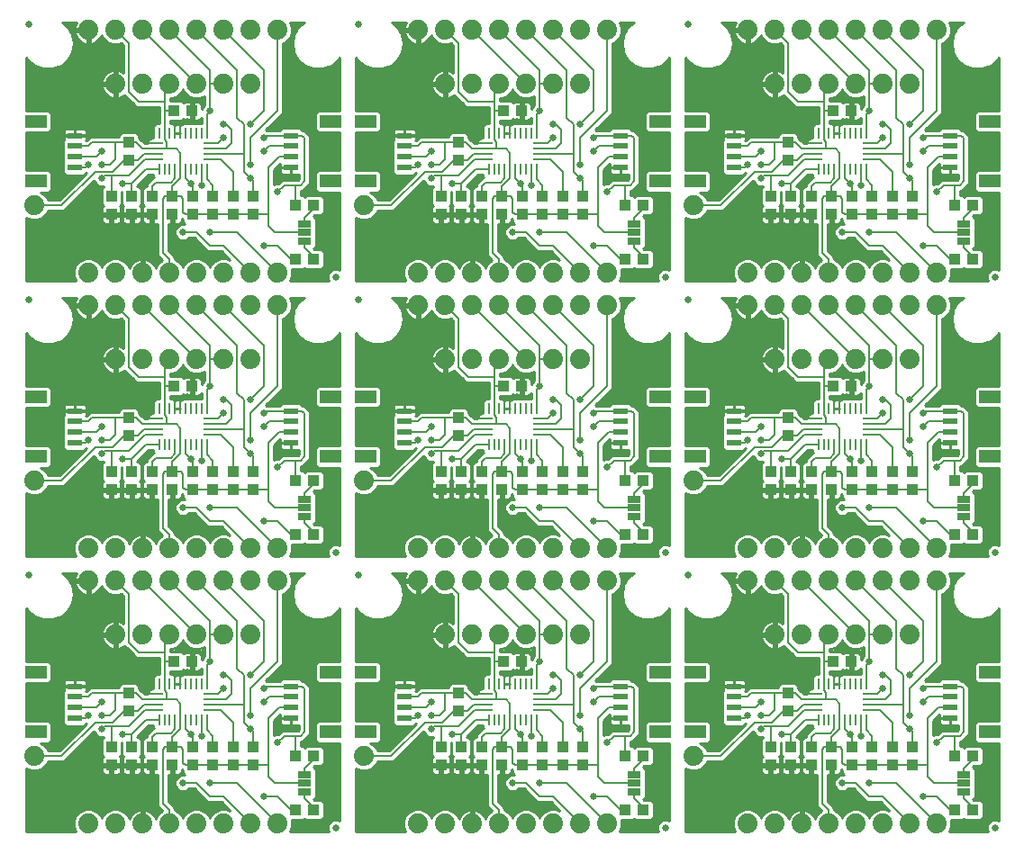
<source format=gtl>
G75*
%MOIN*%
%OFA0B0*%
%FSLAX25Y25*%
%IPPOS*%
%LPD*%
%AMOC8*
5,1,8,0,0,1.08239X$1,22.5*
%
%ADD10C,0.02500*%
%ADD11R,0.07874X0.04724*%
%ADD12R,0.05315X0.02362*%
%ADD13C,0.07400*%
%ADD14R,0.03937X0.04331*%
%ADD15R,0.00984X0.03937*%
%ADD16R,0.03937X0.00984*%
%ADD17R,0.04331X0.03937*%
%ADD18R,0.05000X0.02500*%
%ADD19C,0.00600*%
%ADD20C,0.02600*%
%ADD21C,0.01000*%
D10*
X0139000Y0091000D03*
X0147500Y0184500D03*
X0139000Y0193000D03*
X0147500Y0286500D03*
X0139000Y0295000D03*
X0147500Y0388500D03*
X0261000Y0295000D03*
X0269500Y0286500D03*
X0261000Y0193000D03*
X0269500Y0184500D03*
X0261000Y0091000D03*
X0383000Y0091000D03*
X0383000Y0193000D03*
X0383000Y0295000D03*
X0269500Y0388500D03*
X0025500Y0388500D03*
X0025500Y0286500D03*
X0025500Y0184500D03*
D11*
X0028031Y0148524D03*
X0028031Y0126476D03*
X0136969Y0126476D03*
X0150031Y0126476D03*
X0150031Y0148524D03*
X0136969Y0148524D03*
X0136969Y0228476D03*
X0150031Y0228476D03*
X0150031Y0250524D03*
X0136969Y0250524D03*
X0136969Y0330476D03*
X0150031Y0330476D03*
X0150031Y0352524D03*
X0136969Y0352524D03*
X0028031Y0352524D03*
X0028031Y0330476D03*
X0028031Y0250524D03*
X0028031Y0228476D03*
X0258969Y0228476D03*
X0272031Y0228476D03*
X0272031Y0250524D03*
X0258969Y0250524D03*
X0258969Y0330476D03*
X0272031Y0330476D03*
X0272031Y0352524D03*
X0258969Y0352524D03*
X0380969Y0352524D03*
X0380969Y0330476D03*
X0380969Y0250524D03*
X0380969Y0228476D03*
X0380969Y0148524D03*
X0380969Y0126476D03*
X0272031Y0126476D03*
X0258969Y0126476D03*
X0258969Y0148524D03*
X0272031Y0148524D03*
D12*
X0286500Y0143406D03*
X0286500Y0139469D03*
X0286500Y0135531D03*
X0286500Y0131594D03*
X0244500Y0131594D03*
X0244500Y0135531D03*
X0244500Y0139469D03*
X0244500Y0143406D03*
X0164500Y0143406D03*
X0164500Y0139469D03*
X0164500Y0135531D03*
X0164500Y0131594D03*
X0122500Y0131594D03*
X0122500Y0135531D03*
X0122500Y0139469D03*
X0122500Y0143406D03*
X0042500Y0143406D03*
X0042500Y0139469D03*
X0042500Y0135531D03*
X0042500Y0131594D03*
X0042500Y0233594D03*
X0042500Y0237531D03*
X0042500Y0241469D03*
X0042500Y0245406D03*
X0122500Y0245406D03*
X0122500Y0241469D03*
X0122500Y0237531D03*
X0122500Y0233594D03*
X0164500Y0233594D03*
X0164500Y0237531D03*
X0164500Y0241469D03*
X0164500Y0245406D03*
X0244500Y0245406D03*
X0244500Y0241469D03*
X0244500Y0237531D03*
X0244500Y0233594D03*
X0286500Y0233594D03*
X0286500Y0237531D03*
X0286500Y0241469D03*
X0286500Y0245406D03*
X0366500Y0245406D03*
X0366500Y0241469D03*
X0366500Y0237531D03*
X0366500Y0233594D03*
X0366500Y0143406D03*
X0366500Y0139469D03*
X0366500Y0135531D03*
X0366500Y0131594D03*
X0366500Y0335594D03*
X0366500Y0339531D03*
X0366500Y0343469D03*
X0366500Y0347406D03*
X0286500Y0347406D03*
X0286500Y0343469D03*
X0286500Y0339531D03*
X0286500Y0335594D03*
X0244500Y0335594D03*
X0244500Y0339531D03*
X0244500Y0343469D03*
X0244500Y0347406D03*
X0164500Y0347406D03*
X0164500Y0343469D03*
X0164500Y0339531D03*
X0164500Y0335594D03*
X0122500Y0335594D03*
X0122500Y0339531D03*
X0122500Y0343469D03*
X0122500Y0347406D03*
X0042500Y0347406D03*
X0042500Y0343469D03*
X0042500Y0339531D03*
X0042500Y0335594D03*
D13*
X0027500Y0321500D03*
X0047500Y0296500D03*
X0057500Y0296500D03*
X0067500Y0296500D03*
X0077500Y0296500D03*
X0087500Y0296500D03*
X0097500Y0296500D03*
X0107500Y0296500D03*
X0117500Y0296500D03*
X0117500Y0284500D03*
X0107500Y0284500D03*
X0097500Y0284500D03*
X0087500Y0284500D03*
X0077500Y0284500D03*
X0067500Y0284500D03*
X0057500Y0284500D03*
X0047500Y0284500D03*
X0057500Y0264500D03*
X0067500Y0264500D03*
X0077500Y0264500D03*
X0087500Y0264500D03*
X0097500Y0264500D03*
X0107500Y0264500D03*
X0149500Y0219500D03*
X0169500Y0194500D03*
X0179500Y0194500D03*
X0189500Y0194500D03*
X0199500Y0194500D03*
X0199500Y0182500D03*
X0189500Y0182500D03*
X0179500Y0182500D03*
X0169500Y0182500D03*
X0179500Y0162500D03*
X0189500Y0162500D03*
X0199500Y0162500D03*
X0209500Y0162500D03*
X0219500Y0162500D03*
X0229500Y0162500D03*
X0229500Y0182500D03*
X0219500Y0182500D03*
X0209500Y0182500D03*
X0209500Y0194500D03*
X0219500Y0194500D03*
X0229500Y0194500D03*
X0239500Y0194500D03*
X0239500Y0182500D03*
X0271500Y0219500D03*
X0291500Y0194500D03*
X0301500Y0194500D03*
X0311500Y0194500D03*
X0321500Y0194500D03*
X0321500Y0182500D03*
X0311500Y0182500D03*
X0301500Y0182500D03*
X0291500Y0182500D03*
X0301500Y0162500D03*
X0311500Y0162500D03*
X0321500Y0162500D03*
X0331500Y0162500D03*
X0341500Y0162500D03*
X0351500Y0162500D03*
X0351500Y0182500D03*
X0341500Y0182500D03*
X0331500Y0182500D03*
X0331500Y0194500D03*
X0341500Y0194500D03*
X0351500Y0194500D03*
X0361500Y0194500D03*
X0361500Y0182500D03*
X0351500Y0264500D03*
X0341500Y0264500D03*
X0331500Y0264500D03*
X0321500Y0264500D03*
X0311500Y0264500D03*
X0301500Y0264500D03*
X0301500Y0284500D03*
X0291500Y0284500D03*
X0291500Y0296500D03*
X0301500Y0296500D03*
X0311500Y0296500D03*
X0321500Y0296500D03*
X0331500Y0296500D03*
X0341500Y0296500D03*
X0351500Y0296500D03*
X0361500Y0296500D03*
X0361500Y0284500D03*
X0351500Y0284500D03*
X0341500Y0284500D03*
X0331500Y0284500D03*
X0321500Y0284500D03*
X0311500Y0284500D03*
X0271500Y0321500D03*
X0239500Y0296500D03*
X0229500Y0296500D03*
X0219500Y0296500D03*
X0209500Y0296500D03*
X0199500Y0296500D03*
X0189500Y0296500D03*
X0179500Y0296500D03*
X0169500Y0296500D03*
X0169500Y0284500D03*
X0179500Y0284500D03*
X0189500Y0284500D03*
X0199500Y0284500D03*
X0209500Y0284500D03*
X0219500Y0284500D03*
X0229500Y0284500D03*
X0239500Y0284500D03*
X0229500Y0264500D03*
X0219500Y0264500D03*
X0209500Y0264500D03*
X0199500Y0264500D03*
X0189500Y0264500D03*
X0179500Y0264500D03*
X0149500Y0321500D03*
X0179500Y0366500D03*
X0189500Y0366500D03*
X0199500Y0366500D03*
X0209500Y0366500D03*
X0219500Y0366500D03*
X0229500Y0366500D03*
X0229500Y0386500D03*
X0219500Y0386500D03*
X0209500Y0386500D03*
X0199500Y0386500D03*
X0189500Y0386500D03*
X0179500Y0386500D03*
X0169500Y0386500D03*
X0117500Y0386500D03*
X0107500Y0386500D03*
X0097500Y0386500D03*
X0087500Y0386500D03*
X0077500Y0386500D03*
X0067500Y0386500D03*
X0057500Y0386500D03*
X0047500Y0386500D03*
X0057500Y0366500D03*
X0067500Y0366500D03*
X0077500Y0366500D03*
X0087500Y0366500D03*
X0097500Y0366500D03*
X0107500Y0366500D03*
X0239500Y0386500D03*
X0291500Y0386500D03*
X0301500Y0386500D03*
X0311500Y0386500D03*
X0321500Y0386500D03*
X0331500Y0386500D03*
X0341500Y0386500D03*
X0351500Y0386500D03*
X0361500Y0386500D03*
X0351500Y0366500D03*
X0341500Y0366500D03*
X0331500Y0366500D03*
X0321500Y0366500D03*
X0311500Y0366500D03*
X0301500Y0366500D03*
X0117500Y0194500D03*
X0107500Y0194500D03*
X0097500Y0194500D03*
X0087500Y0194500D03*
X0077500Y0194500D03*
X0077500Y0182500D03*
X0087500Y0182500D03*
X0097500Y0182500D03*
X0107500Y0182500D03*
X0117500Y0182500D03*
X0107500Y0162500D03*
X0097500Y0162500D03*
X0087500Y0162500D03*
X0077500Y0162500D03*
X0067500Y0162500D03*
X0057500Y0162500D03*
X0057500Y0182500D03*
X0047500Y0182500D03*
X0047500Y0194500D03*
X0057500Y0194500D03*
X0067500Y0194500D03*
X0067500Y0182500D03*
X0027500Y0219500D03*
X0027500Y0117500D03*
X0047500Y0092500D03*
X0057500Y0092500D03*
X0067500Y0092500D03*
X0077500Y0092500D03*
X0087500Y0092500D03*
X0097500Y0092500D03*
X0107500Y0092500D03*
X0117500Y0092500D03*
X0149500Y0117500D03*
X0169500Y0092500D03*
X0179500Y0092500D03*
X0189500Y0092500D03*
X0199500Y0092500D03*
X0209500Y0092500D03*
X0219500Y0092500D03*
X0229500Y0092500D03*
X0239500Y0092500D03*
X0271500Y0117500D03*
X0291500Y0092500D03*
X0301500Y0092500D03*
X0311500Y0092500D03*
X0321500Y0092500D03*
X0331500Y0092500D03*
X0341500Y0092500D03*
X0351500Y0092500D03*
X0361500Y0092500D03*
D14*
X0352500Y0114154D03*
X0345000Y0114154D03*
X0345000Y0120846D03*
X0352500Y0120846D03*
X0337500Y0120846D03*
X0337500Y0114154D03*
X0330000Y0114154D03*
X0322500Y0114154D03*
X0322500Y0120846D03*
X0330000Y0120846D03*
X0315000Y0120846D03*
X0315000Y0114154D03*
X0307500Y0114154D03*
X0300000Y0114154D03*
X0300000Y0120846D03*
X0307500Y0120846D03*
X0306500Y0134154D03*
X0306500Y0140846D03*
X0230500Y0120846D03*
X0223000Y0120846D03*
X0223000Y0114154D03*
X0230500Y0114154D03*
X0215500Y0114154D03*
X0215500Y0120846D03*
X0208000Y0120846D03*
X0200500Y0120846D03*
X0200500Y0114154D03*
X0208000Y0114154D03*
X0193000Y0114154D03*
X0193000Y0120846D03*
X0185500Y0120846D03*
X0178000Y0120846D03*
X0178000Y0114154D03*
X0185500Y0114154D03*
X0184500Y0134154D03*
X0184500Y0140846D03*
X0108500Y0120846D03*
X0101000Y0120846D03*
X0101000Y0114154D03*
X0108500Y0114154D03*
X0093500Y0114154D03*
X0093500Y0120846D03*
X0086000Y0120846D03*
X0078500Y0120846D03*
X0078500Y0114154D03*
X0086000Y0114154D03*
X0071000Y0114154D03*
X0063500Y0114154D03*
X0063500Y0120846D03*
X0071000Y0120846D03*
X0056000Y0120846D03*
X0056000Y0114154D03*
X0062500Y0134154D03*
X0062500Y0140846D03*
X0063500Y0216154D03*
X0063500Y0222846D03*
X0071000Y0222846D03*
X0071000Y0216154D03*
X0078500Y0216154D03*
X0078500Y0222846D03*
X0086000Y0222846D03*
X0086000Y0216154D03*
X0093500Y0216154D03*
X0093500Y0222846D03*
X0101000Y0222846D03*
X0101000Y0216154D03*
X0108500Y0216154D03*
X0108500Y0222846D03*
X0062500Y0236154D03*
X0062500Y0242846D03*
X0056000Y0222846D03*
X0056000Y0216154D03*
X0056000Y0318154D03*
X0056000Y0324846D03*
X0063500Y0324846D03*
X0063500Y0318154D03*
X0071000Y0318154D03*
X0071000Y0324846D03*
X0078500Y0324846D03*
X0078500Y0318154D03*
X0086000Y0318154D03*
X0086000Y0324846D03*
X0093500Y0324846D03*
X0093500Y0318154D03*
X0101000Y0318154D03*
X0101000Y0324846D03*
X0108500Y0324846D03*
X0108500Y0318154D03*
X0062500Y0338154D03*
X0062500Y0344846D03*
X0178000Y0324846D03*
X0178000Y0318154D03*
X0185500Y0318154D03*
X0185500Y0324846D03*
X0193000Y0324846D03*
X0193000Y0318154D03*
X0200500Y0318154D03*
X0200500Y0324846D03*
X0208000Y0324846D03*
X0208000Y0318154D03*
X0215500Y0318154D03*
X0215500Y0324846D03*
X0223000Y0324846D03*
X0223000Y0318154D03*
X0230500Y0318154D03*
X0230500Y0324846D03*
X0184500Y0338154D03*
X0184500Y0344846D03*
X0184500Y0242846D03*
X0184500Y0236154D03*
X0185500Y0222846D03*
X0185500Y0216154D03*
X0178000Y0216154D03*
X0178000Y0222846D03*
X0193000Y0222846D03*
X0193000Y0216154D03*
X0200500Y0216154D03*
X0200500Y0222846D03*
X0208000Y0222846D03*
X0208000Y0216154D03*
X0215500Y0216154D03*
X0215500Y0222846D03*
X0223000Y0222846D03*
X0223000Y0216154D03*
X0230500Y0216154D03*
X0230500Y0222846D03*
X0300000Y0222846D03*
X0300000Y0216154D03*
X0307500Y0216154D03*
X0307500Y0222846D03*
X0315000Y0222846D03*
X0315000Y0216154D03*
X0322500Y0216154D03*
X0322500Y0222846D03*
X0330000Y0222846D03*
X0330000Y0216154D03*
X0337500Y0216154D03*
X0337500Y0222846D03*
X0345000Y0222846D03*
X0345000Y0216154D03*
X0352500Y0216154D03*
X0352500Y0222846D03*
X0306500Y0236154D03*
X0306500Y0242846D03*
X0307500Y0318154D03*
X0307500Y0324846D03*
X0300000Y0324846D03*
X0300000Y0318154D03*
X0315000Y0318154D03*
X0315000Y0324846D03*
X0322500Y0324846D03*
X0322500Y0318154D03*
X0330000Y0318154D03*
X0330000Y0324846D03*
X0337500Y0324846D03*
X0337500Y0318154D03*
X0345000Y0318154D03*
X0345000Y0324846D03*
X0352500Y0324846D03*
X0352500Y0318154D03*
X0306500Y0338154D03*
X0306500Y0344846D03*
D15*
X0317642Y0348193D03*
X0319610Y0348193D03*
X0321579Y0348193D03*
X0323547Y0348193D03*
X0325516Y0348193D03*
X0327484Y0348193D03*
X0329453Y0348193D03*
X0331421Y0348193D03*
X0333390Y0348193D03*
X0335358Y0348193D03*
X0335358Y0334807D03*
X0333390Y0334807D03*
X0331421Y0334807D03*
X0329453Y0334807D03*
X0327484Y0334807D03*
X0325516Y0334807D03*
X0323547Y0334807D03*
X0321579Y0334807D03*
X0319610Y0334807D03*
X0317642Y0334807D03*
X0317642Y0246193D03*
X0319610Y0246193D03*
X0321579Y0246193D03*
X0323547Y0246193D03*
X0325516Y0246193D03*
X0327484Y0246193D03*
X0329453Y0246193D03*
X0331421Y0246193D03*
X0333390Y0246193D03*
X0335358Y0246193D03*
X0335358Y0232807D03*
X0333390Y0232807D03*
X0331421Y0232807D03*
X0329453Y0232807D03*
X0327484Y0232807D03*
X0325516Y0232807D03*
X0323547Y0232807D03*
X0321579Y0232807D03*
X0319610Y0232807D03*
X0317642Y0232807D03*
X0317642Y0144193D03*
X0319610Y0144193D03*
X0321579Y0144193D03*
X0323547Y0144193D03*
X0325516Y0144193D03*
X0327484Y0144193D03*
X0329453Y0144193D03*
X0331421Y0144193D03*
X0333390Y0144193D03*
X0335358Y0144193D03*
X0335358Y0130807D03*
X0333390Y0130807D03*
X0331421Y0130807D03*
X0329453Y0130807D03*
X0327484Y0130807D03*
X0325516Y0130807D03*
X0323547Y0130807D03*
X0321579Y0130807D03*
X0319610Y0130807D03*
X0317642Y0130807D03*
X0213358Y0130807D03*
X0211390Y0130807D03*
X0209421Y0130807D03*
X0207453Y0130807D03*
X0205484Y0130807D03*
X0203516Y0130807D03*
X0201547Y0130807D03*
X0199579Y0130807D03*
X0197610Y0130807D03*
X0195642Y0130807D03*
X0195642Y0144193D03*
X0197610Y0144193D03*
X0199579Y0144193D03*
X0201547Y0144193D03*
X0203516Y0144193D03*
X0205484Y0144193D03*
X0207453Y0144193D03*
X0209421Y0144193D03*
X0211390Y0144193D03*
X0213358Y0144193D03*
X0213358Y0232807D03*
X0211390Y0232807D03*
X0209421Y0232807D03*
X0207453Y0232807D03*
X0205484Y0232807D03*
X0203516Y0232807D03*
X0201547Y0232807D03*
X0199579Y0232807D03*
X0197610Y0232807D03*
X0195642Y0232807D03*
X0195642Y0246193D03*
X0197610Y0246193D03*
X0199579Y0246193D03*
X0201547Y0246193D03*
X0203516Y0246193D03*
X0205484Y0246193D03*
X0207453Y0246193D03*
X0209421Y0246193D03*
X0211390Y0246193D03*
X0213358Y0246193D03*
X0213358Y0334807D03*
X0211390Y0334807D03*
X0209421Y0334807D03*
X0207453Y0334807D03*
X0205484Y0334807D03*
X0203516Y0334807D03*
X0201547Y0334807D03*
X0199579Y0334807D03*
X0197610Y0334807D03*
X0195642Y0334807D03*
X0195642Y0348193D03*
X0197610Y0348193D03*
X0199579Y0348193D03*
X0201547Y0348193D03*
X0203516Y0348193D03*
X0205484Y0348193D03*
X0207453Y0348193D03*
X0209421Y0348193D03*
X0211390Y0348193D03*
X0213358Y0348193D03*
X0091358Y0348193D03*
X0089390Y0348193D03*
X0087421Y0348193D03*
X0085453Y0348193D03*
X0083484Y0348193D03*
X0081516Y0348193D03*
X0079547Y0348193D03*
X0077579Y0348193D03*
X0075610Y0348193D03*
X0073642Y0348193D03*
X0073642Y0334807D03*
X0075610Y0334807D03*
X0077579Y0334807D03*
X0079547Y0334807D03*
X0081516Y0334807D03*
X0083484Y0334807D03*
X0085453Y0334807D03*
X0087421Y0334807D03*
X0089390Y0334807D03*
X0091358Y0334807D03*
X0091358Y0246193D03*
X0089390Y0246193D03*
X0087421Y0246193D03*
X0085453Y0246193D03*
X0083484Y0246193D03*
X0081516Y0246193D03*
X0079547Y0246193D03*
X0077579Y0246193D03*
X0075610Y0246193D03*
X0073642Y0246193D03*
X0073642Y0232807D03*
X0075610Y0232807D03*
X0077579Y0232807D03*
X0079547Y0232807D03*
X0081516Y0232807D03*
X0083484Y0232807D03*
X0085453Y0232807D03*
X0087421Y0232807D03*
X0089390Y0232807D03*
X0091358Y0232807D03*
X0091358Y0144193D03*
X0089390Y0144193D03*
X0087421Y0144193D03*
X0085453Y0144193D03*
X0083484Y0144193D03*
X0081516Y0144193D03*
X0079547Y0144193D03*
X0077579Y0144193D03*
X0075610Y0144193D03*
X0073642Y0144193D03*
X0073642Y0130807D03*
X0075610Y0130807D03*
X0077579Y0130807D03*
X0079547Y0130807D03*
X0081516Y0130807D03*
X0083484Y0130807D03*
X0085453Y0130807D03*
X0087421Y0130807D03*
X0089390Y0130807D03*
X0091358Y0130807D03*
D16*
X0091949Y0134547D03*
X0091949Y0136516D03*
X0091949Y0138484D03*
X0091949Y0140453D03*
X0073051Y0140453D03*
X0073051Y0138484D03*
X0073051Y0136516D03*
X0073051Y0134547D03*
X0073051Y0236547D03*
X0073051Y0238516D03*
X0073051Y0240484D03*
X0073051Y0242453D03*
X0091949Y0242453D03*
X0091949Y0240484D03*
X0091949Y0238516D03*
X0091949Y0236547D03*
X0195051Y0236547D03*
X0195051Y0238516D03*
X0195051Y0240484D03*
X0195051Y0242453D03*
X0213949Y0242453D03*
X0213949Y0240484D03*
X0213949Y0238516D03*
X0213949Y0236547D03*
X0213949Y0140453D03*
X0213949Y0138484D03*
X0213949Y0136516D03*
X0213949Y0134547D03*
X0195051Y0134547D03*
X0195051Y0136516D03*
X0195051Y0138484D03*
X0195051Y0140453D03*
X0317051Y0140453D03*
X0317051Y0138484D03*
X0317051Y0136516D03*
X0317051Y0134547D03*
X0335949Y0134547D03*
X0335949Y0136516D03*
X0335949Y0138484D03*
X0335949Y0140453D03*
X0335949Y0236547D03*
X0335949Y0238516D03*
X0335949Y0240484D03*
X0335949Y0242453D03*
X0317051Y0242453D03*
X0317051Y0240484D03*
X0317051Y0238516D03*
X0317051Y0236547D03*
X0317051Y0338547D03*
X0317051Y0340516D03*
X0317051Y0342484D03*
X0317051Y0344453D03*
X0335949Y0344453D03*
X0335949Y0342484D03*
X0335949Y0340516D03*
X0335949Y0338547D03*
X0213949Y0338547D03*
X0213949Y0340516D03*
X0213949Y0342484D03*
X0213949Y0344453D03*
X0195051Y0344453D03*
X0195051Y0342484D03*
X0195051Y0340516D03*
X0195051Y0338547D03*
X0091949Y0338547D03*
X0091949Y0340516D03*
X0091949Y0342484D03*
X0091949Y0344453D03*
X0073051Y0344453D03*
X0073051Y0342484D03*
X0073051Y0340516D03*
X0073051Y0338547D03*
D17*
X0079154Y0356500D03*
X0085846Y0356500D03*
X0124154Y0321500D03*
X0130846Y0321500D03*
X0130846Y0301500D03*
X0124154Y0301500D03*
X0085846Y0254500D03*
X0079154Y0254500D03*
X0124154Y0219500D03*
X0130846Y0219500D03*
X0130846Y0199500D03*
X0124154Y0199500D03*
X0085846Y0152500D03*
X0079154Y0152500D03*
X0124154Y0117500D03*
X0130846Y0117500D03*
X0130846Y0097500D03*
X0124154Y0097500D03*
X0201154Y0152500D03*
X0207846Y0152500D03*
X0246154Y0117500D03*
X0252846Y0117500D03*
X0252846Y0097500D03*
X0246154Y0097500D03*
X0323154Y0152500D03*
X0329846Y0152500D03*
X0368154Y0117500D03*
X0374846Y0117500D03*
X0374846Y0097500D03*
X0368154Y0097500D03*
X0368154Y0199500D03*
X0374846Y0199500D03*
X0374846Y0219500D03*
X0368154Y0219500D03*
X0329846Y0254500D03*
X0323154Y0254500D03*
X0368154Y0301500D03*
X0374846Y0301500D03*
X0374846Y0321500D03*
X0368154Y0321500D03*
X0329846Y0356500D03*
X0323154Y0356500D03*
X0252846Y0321500D03*
X0246154Y0321500D03*
X0246154Y0301500D03*
X0252846Y0301500D03*
X0207846Y0254500D03*
X0201154Y0254500D03*
X0246154Y0219500D03*
X0252846Y0219500D03*
X0252846Y0199500D03*
X0246154Y0199500D03*
X0207846Y0356500D03*
X0201154Y0356500D03*
D18*
X0249500Y0314700D03*
X0249500Y0311500D03*
X0249500Y0308300D03*
X0249500Y0212700D03*
X0249500Y0209500D03*
X0249500Y0206300D03*
X0249500Y0110700D03*
X0249500Y0107500D03*
X0249500Y0104300D03*
X0371500Y0104300D03*
X0371500Y0107500D03*
X0371500Y0110700D03*
X0371500Y0206300D03*
X0371500Y0209500D03*
X0371500Y0212700D03*
X0371500Y0308300D03*
X0371500Y0311500D03*
X0371500Y0314700D03*
X0127500Y0314700D03*
X0127500Y0311500D03*
X0127500Y0308300D03*
X0127500Y0212700D03*
X0127500Y0209500D03*
X0127500Y0206300D03*
X0127500Y0110700D03*
X0127500Y0107500D03*
X0127500Y0104300D03*
D19*
X0127500Y0102000D01*
X0130846Y0098654D01*
X0130846Y0097500D01*
X0124154Y0097500D02*
X0122500Y0097500D01*
X0117500Y0102500D01*
X0112500Y0102500D01*
X0116500Y0107500D02*
X0127500Y0107500D01*
X0127500Y0110700D02*
X0127500Y0113000D01*
X0130846Y0116346D01*
X0130846Y0117500D01*
X0124154Y0117500D02*
X0124154Y0124846D01*
X0124000Y0125000D01*
X0126000Y0125000D01*
X0127500Y0126500D01*
X0127500Y0142500D01*
X0126594Y0143406D01*
X0122500Y0143406D01*
X0113406Y0143406D01*
X0112500Y0142500D01*
X0114469Y0139469D02*
X0112500Y0137500D01*
X0114469Y0139469D02*
X0122500Y0139469D01*
X0122500Y0135531D02*
X0118031Y0135531D01*
X0114000Y0131500D01*
X0114000Y0114000D01*
X0113846Y0114154D01*
X0108500Y0114154D01*
X0101000Y0114154D01*
X0093500Y0114154D01*
X0086000Y0114154D01*
X0083346Y0114154D01*
X0082500Y0115000D01*
X0082500Y0120000D01*
X0081654Y0120846D01*
X0078500Y0120846D01*
X0075846Y0120846D01*
X0075000Y0120000D01*
X0075000Y0100000D01*
X0077500Y0097500D01*
X0077500Y0092500D01*
X0092500Y0102500D02*
X0097500Y0102500D01*
X0107500Y0092500D01*
X0117500Y0092500D02*
X0102500Y0107500D01*
X0092500Y0107500D01*
X0087500Y0107500D02*
X0092500Y0102500D01*
X0087500Y0107500D02*
X0082500Y0107500D01*
X0086000Y0120846D02*
X0086000Y0125000D01*
X0085500Y0125500D01*
X0083484Y0127516D01*
X0083484Y0130807D01*
X0081516Y0130807D02*
X0081516Y0136984D01*
X0080000Y0138500D01*
X0076500Y0138500D01*
X0076500Y0141000D01*
X0075610Y0141890D01*
X0075610Y0144193D01*
X0075610Y0152500D01*
X0075610Y0156000D01*
X0066000Y0156000D01*
X0062500Y0159500D01*
X0062500Y0177500D01*
X0057500Y0182500D01*
X0067500Y0182500D02*
X0087500Y0162500D01*
X0092500Y0162500D02*
X0092500Y0167500D01*
X0077500Y0182500D01*
X0087500Y0182500D02*
X0102500Y0167500D01*
X0102500Y0150000D01*
X0105000Y0147500D01*
X0105000Y0136500D01*
X0104984Y0136516D01*
X0091949Y0136516D01*
X0091949Y0138484D02*
X0098484Y0138484D01*
X0100500Y0140500D01*
X0100500Y0145500D01*
X0098500Y0147500D01*
X0097500Y0147500D01*
X0097500Y0142500D02*
X0095453Y0140453D01*
X0091949Y0140453D01*
X0091358Y0144193D02*
X0091358Y0151358D01*
X0092500Y0152500D01*
X0092500Y0162500D01*
X0097500Y0162500D01*
X0112500Y0167500D02*
X0112500Y0152500D01*
X0107500Y0147500D01*
X0107500Y0142500D02*
X0107500Y0132500D01*
X0105000Y0130000D02*
X0107500Y0127500D01*
X0108500Y0126500D01*
X0108500Y0120846D01*
X0101000Y0120846D02*
X0101000Y0130000D01*
X0096453Y0134547D01*
X0091949Y0134547D01*
X0091358Y0130807D02*
X0091358Y0127142D01*
X0093500Y0125000D01*
X0093500Y0120846D01*
X0089500Y0125000D02*
X0089390Y0125110D01*
X0089390Y0130807D01*
X0081516Y0130807D02*
X0081516Y0127516D01*
X0078500Y0124500D01*
X0078500Y0120846D01*
X0078000Y0126000D02*
X0072500Y0126000D01*
X0071000Y0124500D01*
X0071000Y0120846D01*
X0063500Y0120846D02*
X0063500Y0125500D01*
X0060000Y0125500D01*
X0063500Y0125500D02*
X0068807Y0130807D01*
X0073642Y0130807D01*
X0073051Y0134547D02*
X0068547Y0134547D01*
X0062500Y0128500D01*
X0056000Y0128500D01*
X0056000Y0120846D01*
X0052500Y0127500D02*
X0053500Y0128500D01*
X0056000Y0128500D01*
X0056500Y0130000D02*
X0050000Y0130000D01*
X0037500Y0117500D01*
X0027500Y0117500D01*
X0042500Y0131594D02*
X0046594Y0131594D01*
X0047500Y0132500D01*
X0050531Y0135531D02*
X0042500Y0135531D01*
X0042500Y0139469D02*
X0042531Y0139500D01*
X0047500Y0139500D01*
X0048846Y0140846D01*
X0057500Y0140846D01*
X0057500Y0134500D01*
X0055500Y0132500D01*
X0052500Y0132500D01*
X0050531Y0135531D02*
X0052500Y0137500D01*
X0057500Y0140846D02*
X0062500Y0140846D01*
X0065154Y0140846D01*
X0067516Y0138484D01*
X0073051Y0138484D01*
X0073067Y0138500D01*
X0076500Y0138500D01*
X0073051Y0140453D02*
X0069547Y0140453D01*
X0067500Y0142500D01*
X0067500Y0147500D01*
X0075610Y0152500D02*
X0079154Y0152500D01*
X0080500Y0148500D02*
X0084000Y0148500D01*
X0081516Y0147516D02*
X0081516Y0144193D01*
X0079547Y0144193D02*
X0079547Y0147547D01*
X0080500Y0148500D01*
X0075610Y0156000D02*
X0075610Y0160610D01*
X0077500Y0162500D01*
X0097500Y0182500D02*
X0112500Y0167500D01*
X0117500Y0152500D02*
X0107500Y0142500D01*
X0105000Y0136500D02*
X0105000Y0130000D01*
X0117500Y0122500D02*
X0120000Y0125000D01*
X0124000Y0125000D01*
X0114000Y0114000D02*
X0114000Y0110000D01*
X0116500Y0107500D01*
X0149500Y0117500D02*
X0159500Y0117500D01*
X0172000Y0130000D01*
X0178500Y0130000D01*
X0182654Y0134154D01*
X0184500Y0134154D01*
X0187654Y0134154D01*
X0190016Y0136516D01*
X0195051Y0136516D01*
X0195051Y0138484D02*
X0195067Y0138500D01*
X0198500Y0138500D01*
X0198500Y0141000D01*
X0197610Y0141890D01*
X0197610Y0144193D01*
X0197610Y0152500D01*
X0197610Y0156000D01*
X0188000Y0156000D01*
X0184500Y0159500D01*
X0184500Y0177500D01*
X0179500Y0182500D01*
X0189500Y0182500D02*
X0209500Y0162500D01*
X0214500Y0162500D02*
X0214500Y0167500D01*
X0199500Y0182500D01*
X0199500Y0194500D02*
X0199500Y0199500D01*
X0197000Y0202000D01*
X0197000Y0222000D01*
X0197846Y0222846D01*
X0200500Y0222846D01*
X0203654Y0222846D01*
X0204500Y0222000D01*
X0204500Y0217000D01*
X0205346Y0216154D01*
X0208000Y0216154D01*
X0215500Y0216154D01*
X0223000Y0216154D01*
X0230500Y0216154D01*
X0235846Y0216154D01*
X0236000Y0216000D01*
X0236000Y0212000D01*
X0238500Y0209500D01*
X0249500Y0209500D01*
X0249500Y0206300D02*
X0249500Y0204000D01*
X0252846Y0200654D01*
X0252846Y0199500D01*
X0246154Y0199500D02*
X0244500Y0199500D01*
X0239500Y0204500D01*
X0234500Y0204500D01*
X0224500Y0209500D02*
X0239500Y0194500D01*
X0229500Y0194500D02*
X0219500Y0204500D01*
X0214500Y0204500D01*
X0209500Y0209500D01*
X0204500Y0209500D01*
X0214500Y0209500D02*
X0224500Y0209500D01*
X0236000Y0216000D02*
X0236000Y0233500D01*
X0240031Y0237531D01*
X0244500Y0237531D01*
X0244500Y0241469D02*
X0236469Y0241469D01*
X0234500Y0239500D01*
X0234500Y0244500D02*
X0235406Y0245406D01*
X0244500Y0245406D01*
X0248594Y0245406D01*
X0249500Y0244500D01*
X0249500Y0228500D01*
X0248000Y0227000D01*
X0246000Y0227000D01*
X0246154Y0226846D01*
X0246154Y0219500D01*
X0249500Y0215000D02*
X0252846Y0218346D01*
X0252846Y0219500D01*
X0249500Y0215000D02*
X0249500Y0212700D01*
X0246000Y0227000D02*
X0242000Y0227000D01*
X0239500Y0224500D01*
X0230500Y0222846D02*
X0230500Y0228500D01*
X0229500Y0229500D01*
X0227000Y0232000D01*
X0227000Y0238500D01*
X0226984Y0238516D01*
X0213949Y0238516D01*
X0213949Y0240484D02*
X0220484Y0240484D01*
X0222500Y0242500D01*
X0222500Y0247500D01*
X0220500Y0249500D01*
X0219500Y0249500D01*
X0224500Y0252000D02*
X0224500Y0269500D01*
X0209500Y0284500D01*
X0219500Y0284500D02*
X0234500Y0269500D01*
X0234500Y0254500D01*
X0229500Y0249500D01*
X0227000Y0249500D02*
X0227000Y0238500D01*
X0229500Y0234500D02*
X0229500Y0244500D01*
X0239500Y0254500D01*
X0239500Y0284500D01*
X0239500Y0296500D02*
X0224500Y0311500D01*
X0214500Y0311500D01*
X0214500Y0306500D02*
X0219500Y0306500D01*
X0229500Y0296500D01*
X0234500Y0306500D02*
X0239500Y0306500D01*
X0244500Y0301500D01*
X0246154Y0301500D01*
X0249500Y0306000D02*
X0252846Y0302654D01*
X0252846Y0301500D01*
X0249500Y0306000D02*
X0249500Y0308300D01*
X0249500Y0311500D02*
X0238500Y0311500D01*
X0236000Y0314000D01*
X0236000Y0318000D01*
X0235846Y0318154D01*
X0230500Y0318154D01*
X0223000Y0318154D01*
X0215500Y0318154D01*
X0208000Y0318154D01*
X0205346Y0318154D01*
X0204500Y0319000D01*
X0204500Y0324000D01*
X0203654Y0324846D01*
X0200500Y0324846D01*
X0197846Y0324846D01*
X0197000Y0324000D01*
X0197000Y0304000D01*
X0199500Y0301500D01*
X0199500Y0296500D01*
X0199500Y0284500D02*
X0214500Y0269500D01*
X0214500Y0264500D01*
X0219500Y0264500D01*
X0214500Y0264500D02*
X0214500Y0254500D01*
X0213358Y0253358D01*
X0213358Y0246193D01*
X0213949Y0242453D02*
X0217453Y0242453D01*
X0219500Y0244500D01*
X0218453Y0236547D02*
X0213949Y0236547D01*
X0213358Y0232807D02*
X0213358Y0229142D01*
X0215500Y0227000D01*
X0215500Y0222846D01*
X0211500Y0227000D02*
X0211390Y0227110D01*
X0211390Y0232807D01*
X0205484Y0232807D02*
X0205484Y0229516D01*
X0207500Y0227500D01*
X0208000Y0227000D01*
X0208000Y0222846D01*
X0200500Y0222846D02*
X0200500Y0226500D01*
X0203516Y0229516D01*
X0203516Y0232807D01*
X0203516Y0238984D01*
X0202000Y0240500D01*
X0198500Y0240500D01*
X0198500Y0243000D01*
X0197610Y0243890D01*
X0197610Y0246193D01*
X0197610Y0254500D01*
X0197610Y0258000D01*
X0188000Y0258000D01*
X0184500Y0261500D01*
X0184500Y0279500D01*
X0179500Y0284500D01*
X0189500Y0284500D02*
X0209500Y0264500D01*
X0201154Y0254500D02*
X0197610Y0254500D01*
X0197610Y0258000D02*
X0197610Y0262610D01*
X0199500Y0264500D01*
X0202500Y0250500D02*
X0206000Y0250500D01*
X0203516Y0249516D02*
X0203516Y0246193D01*
X0201547Y0246193D02*
X0201547Y0249547D01*
X0202500Y0250500D01*
X0195051Y0242453D02*
X0191547Y0242453D01*
X0189500Y0244500D01*
X0189500Y0249500D01*
X0187154Y0242846D02*
X0184500Y0242846D01*
X0179500Y0242846D01*
X0179500Y0236500D01*
X0177500Y0234500D01*
X0174500Y0234500D01*
X0172000Y0232000D02*
X0159500Y0219500D01*
X0149500Y0219500D01*
X0130846Y0219500D02*
X0130846Y0218346D01*
X0127500Y0215000D01*
X0127500Y0212700D01*
X0127500Y0209500D02*
X0116500Y0209500D01*
X0114000Y0212000D01*
X0114000Y0216000D01*
X0113846Y0216154D01*
X0108500Y0216154D01*
X0101000Y0216154D01*
X0093500Y0216154D01*
X0086000Y0216154D01*
X0083346Y0216154D01*
X0082500Y0217000D01*
X0082500Y0222000D01*
X0081654Y0222846D01*
X0078500Y0222846D01*
X0075846Y0222846D01*
X0075000Y0222000D01*
X0075000Y0202000D01*
X0077500Y0199500D01*
X0077500Y0194500D01*
X0092500Y0204500D02*
X0097500Y0204500D01*
X0107500Y0194500D01*
X0117500Y0194500D02*
X0102500Y0209500D01*
X0092500Y0209500D01*
X0087500Y0209500D02*
X0092500Y0204500D01*
X0087500Y0209500D02*
X0082500Y0209500D01*
X0086000Y0222846D02*
X0086000Y0227000D01*
X0085500Y0227500D01*
X0083484Y0229516D01*
X0083484Y0232807D01*
X0081516Y0232807D02*
X0081516Y0229516D01*
X0078500Y0226500D01*
X0078500Y0222846D01*
X0078000Y0228000D02*
X0072500Y0228000D01*
X0071000Y0226500D01*
X0071000Y0222846D01*
X0063500Y0222846D02*
X0063500Y0227500D01*
X0060000Y0227500D01*
X0063500Y0227500D02*
X0068807Y0232807D01*
X0073642Y0232807D01*
X0073051Y0236547D02*
X0068547Y0236547D01*
X0062500Y0230500D01*
X0056000Y0230500D01*
X0056000Y0222846D01*
X0052500Y0229500D02*
X0053500Y0230500D01*
X0056000Y0230500D01*
X0056500Y0232000D02*
X0050000Y0232000D01*
X0037500Y0219500D01*
X0027500Y0219500D01*
X0042500Y0233594D02*
X0046594Y0233594D01*
X0047500Y0234500D01*
X0050531Y0237531D02*
X0042500Y0237531D01*
X0042500Y0241469D02*
X0042531Y0241500D01*
X0047500Y0241500D01*
X0048846Y0242846D01*
X0057500Y0242846D01*
X0057500Y0236500D01*
X0055500Y0234500D01*
X0052500Y0234500D01*
X0050531Y0237531D02*
X0052500Y0239500D01*
X0057500Y0242846D02*
X0062500Y0242846D01*
X0065154Y0242846D01*
X0067516Y0240484D01*
X0073051Y0240484D01*
X0073067Y0240500D01*
X0076500Y0240500D01*
X0076500Y0243000D01*
X0075610Y0243890D01*
X0075610Y0246193D01*
X0075610Y0254500D01*
X0075610Y0258000D01*
X0066000Y0258000D01*
X0062500Y0261500D01*
X0062500Y0279500D01*
X0057500Y0284500D01*
X0067500Y0284500D02*
X0087500Y0264500D01*
X0092500Y0264500D02*
X0092500Y0269500D01*
X0077500Y0284500D01*
X0087500Y0284500D02*
X0102500Y0269500D01*
X0102500Y0252000D01*
X0105000Y0249500D01*
X0105000Y0238500D01*
X0104984Y0238516D01*
X0091949Y0238516D01*
X0091949Y0240484D02*
X0098484Y0240484D01*
X0100500Y0242500D01*
X0100500Y0247500D01*
X0098500Y0249500D01*
X0097500Y0249500D01*
X0091358Y0246193D02*
X0091358Y0253358D01*
X0092500Y0254500D01*
X0092500Y0264500D01*
X0097500Y0264500D01*
X0112500Y0269500D02*
X0112500Y0254500D01*
X0107500Y0249500D01*
X0107500Y0244500D02*
X0107500Y0234500D01*
X0105000Y0232000D02*
X0107500Y0229500D01*
X0108500Y0228500D01*
X0108500Y0222846D01*
X0101000Y0222846D02*
X0101000Y0232000D01*
X0096453Y0236547D01*
X0091949Y0236547D01*
X0091358Y0232807D02*
X0091358Y0229142D01*
X0093500Y0227000D01*
X0093500Y0222846D01*
X0089500Y0227000D02*
X0089390Y0227110D01*
X0089390Y0232807D01*
X0081516Y0232807D02*
X0081516Y0238984D01*
X0080000Y0240500D01*
X0076500Y0240500D01*
X0073051Y0242453D02*
X0069547Y0242453D01*
X0067500Y0244500D01*
X0067500Y0249500D01*
X0075610Y0254500D02*
X0079154Y0254500D01*
X0080500Y0250500D02*
X0084000Y0250500D01*
X0081516Y0249516D02*
X0081516Y0246193D01*
X0079547Y0246193D02*
X0079547Y0249547D01*
X0080500Y0250500D01*
X0075610Y0258000D02*
X0075610Y0262610D01*
X0077500Y0264500D01*
X0091949Y0242453D02*
X0095453Y0242453D01*
X0097500Y0244500D01*
X0105000Y0238500D02*
X0105000Y0232000D01*
X0114000Y0233500D02*
X0114000Y0216000D01*
X0117500Y0224500D02*
X0120000Y0227000D01*
X0124000Y0227000D01*
X0124154Y0226846D01*
X0124154Y0219500D01*
X0124000Y0227000D02*
X0126000Y0227000D01*
X0127500Y0228500D01*
X0127500Y0244500D01*
X0126594Y0245406D01*
X0122500Y0245406D01*
X0113406Y0245406D01*
X0112500Y0244500D01*
X0114469Y0241469D02*
X0112500Y0239500D01*
X0114469Y0241469D02*
X0122500Y0241469D01*
X0122500Y0237531D02*
X0118031Y0237531D01*
X0114000Y0233500D01*
X0107500Y0244500D02*
X0117500Y0254500D01*
X0117500Y0284500D01*
X0117500Y0296500D02*
X0102500Y0311500D01*
X0092500Y0311500D01*
X0092500Y0306500D02*
X0097500Y0306500D01*
X0107500Y0296500D01*
X0112500Y0306500D02*
X0117500Y0306500D01*
X0122500Y0301500D01*
X0124154Y0301500D01*
X0127500Y0306000D02*
X0130846Y0302654D01*
X0130846Y0301500D01*
X0127500Y0306000D02*
X0127500Y0308300D01*
X0127500Y0311500D02*
X0116500Y0311500D01*
X0114000Y0314000D01*
X0114000Y0318000D01*
X0113846Y0318154D01*
X0108500Y0318154D01*
X0101000Y0318154D01*
X0093500Y0318154D01*
X0086000Y0318154D01*
X0083346Y0318154D01*
X0082500Y0319000D01*
X0082500Y0324000D01*
X0081654Y0324846D01*
X0078500Y0324846D01*
X0075846Y0324846D01*
X0075000Y0324000D01*
X0075000Y0304000D01*
X0077500Y0301500D01*
X0077500Y0296500D01*
X0082500Y0311500D02*
X0087500Y0311500D01*
X0092500Y0306500D01*
X0093500Y0324846D02*
X0093500Y0329000D01*
X0091358Y0331142D01*
X0091358Y0334807D01*
X0089390Y0334807D02*
X0089390Y0329110D01*
X0089500Y0329000D01*
X0086000Y0329000D02*
X0086000Y0324846D01*
X0086000Y0329000D02*
X0085500Y0329500D01*
X0083484Y0331516D01*
X0083484Y0334807D01*
X0081516Y0334807D02*
X0081516Y0331516D01*
X0078500Y0328500D01*
X0078500Y0324846D01*
X0078000Y0330000D02*
X0072500Y0330000D01*
X0071000Y0328500D01*
X0071000Y0324846D01*
X0063500Y0324846D02*
X0063500Y0329500D01*
X0060000Y0329500D01*
X0063500Y0329500D02*
X0068807Y0334807D01*
X0073642Y0334807D01*
X0073051Y0338547D02*
X0068547Y0338547D01*
X0062500Y0332500D01*
X0056000Y0332500D01*
X0056000Y0324846D01*
X0052500Y0331500D02*
X0053500Y0332500D01*
X0056000Y0332500D01*
X0056500Y0334000D02*
X0050000Y0334000D01*
X0037500Y0321500D01*
X0027500Y0321500D01*
X0042500Y0335594D02*
X0046594Y0335594D01*
X0047500Y0336500D01*
X0050531Y0339531D02*
X0042500Y0339531D01*
X0042500Y0343469D02*
X0042531Y0343500D01*
X0047500Y0343500D01*
X0048846Y0344846D01*
X0057500Y0344846D01*
X0057500Y0338500D01*
X0055500Y0336500D01*
X0052500Y0336500D01*
X0050531Y0339531D02*
X0052500Y0341500D01*
X0057500Y0344846D02*
X0062500Y0344846D01*
X0065154Y0344846D01*
X0067516Y0342484D01*
X0073051Y0342484D01*
X0073067Y0342500D01*
X0076500Y0342500D01*
X0076500Y0345000D01*
X0075610Y0345890D01*
X0075610Y0348193D01*
X0075610Y0356500D01*
X0075610Y0360000D01*
X0066000Y0360000D01*
X0062500Y0363500D01*
X0062500Y0381500D01*
X0057500Y0386500D01*
X0067500Y0386500D02*
X0087500Y0366500D01*
X0092500Y0366500D02*
X0092500Y0371500D01*
X0077500Y0386500D01*
X0087500Y0386500D02*
X0102500Y0371500D01*
X0102500Y0354000D01*
X0105000Y0351500D01*
X0105000Y0340500D01*
X0104984Y0340516D01*
X0091949Y0340516D01*
X0091949Y0342484D02*
X0098484Y0342484D01*
X0100500Y0344500D01*
X0100500Y0349500D01*
X0098500Y0351500D01*
X0097500Y0351500D01*
X0091358Y0348193D02*
X0091358Y0355358D01*
X0092500Y0356500D01*
X0092500Y0366500D01*
X0097500Y0366500D01*
X0112500Y0371500D02*
X0112500Y0356500D01*
X0107500Y0351500D01*
X0107500Y0346500D02*
X0107500Y0336500D01*
X0105000Y0334000D02*
X0107500Y0331500D01*
X0108500Y0330500D01*
X0108500Y0324846D01*
X0101000Y0324846D02*
X0101000Y0334000D01*
X0096453Y0338547D01*
X0091949Y0338547D01*
X0091949Y0344453D02*
X0095453Y0344453D01*
X0097500Y0346500D01*
X0105000Y0340500D02*
X0105000Y0334000D01*
X0114000Y0335500D02*
X0114000Y0318000D01*
X0117500Y0326500D02*
X0120000Y0329000D01*
X0124000Y0329000D01*
X0124154Y0328846D01*
X0124154Y0321500D01*
X0127500Y0317000D02*
X0130846Y0320346D01*
X0130846Y0321500D01*
X0126000Y0329000D02*
X0127500Y0330500D01*
X0127500Y0346500D01*
X0126594Y0347406D01*
X0122500Y0347406D01*
X0113406Y0347406D01*
X0112500Y0346500D01*
X0114469Y0343469D02*
X0112500Y0341500D01*
X0114469Y0343469D02*
X0122500Y0343469D01*
X0122500Y0339531D02*
X0118031Y0339531D01*
X0114000Y0335500D01*
X0124000Y0329000D02*
X0126000Y0329000D01*
X0127500Y0317000D02*
X0127500Y0314700D01*
X0149500Y0321500D02*
X0159500Y0321500D01*
X0172000Y0334000D01*
X0178500Y0334000D01*
X0182654Y0338154D01*
X0184500Y0338154D01*
X0187654Y0338154D01*
X0190016Y0340516D01*
X0195051Y0340516D01*
X0195051Y0342484D02*
X0195067Y0342500D01*
X0198500Y0342500D01*
X0198500Y0345000D01*
X0197610Y0345890D01*
X0197610Y0348193D01*
X0197610Y0356500D01*
X0197610Y0360000D01*
X0188000Y0360000D01*
X0184500Y0363500D01*
X0184500Y0381500D01*
X0179500Y0386500D01*
X0189500Y0386500D02*
X0209500Y0366500D01*
X0214500Y0366500D02*
X0214500Y0371500D01*
X0199500Y0386500D01*
X0209500Y0386500D02*
X0224500Y0371500D01*
X0224500Y0354000D01*
X0227000Y0351500D01*
X0227000Y0340500D01*
X0226984Y0340516D01*
X0213949Y0340516D01*
X0213949Y0342484D02*
X0220484Y0342484D01*
X0222500Y0344500D01*
X0222500Y0349500D01*
X0220500Y0351500D01*
X0219500Y0351500D01*
X0213358Y0348193D02*
X0213358Y0355358D01*
X0214500Y0356500D01*
X0214500Y0366500D01*
X0219500Y0366500D01*
X0234500Y0371500D02*
X0234500Y0356500D01*
X0229500Y0351500D01*
X0234500Y0346500D02*
X0235406Y0347406D01*
X0244500Y0347406D01*
X0248594Y0347406D01*
X0249500Y0346500D01*
X0249500Y0330500D01*
X0248000Y0329000D01*
X0246000Y0329000D01*
X0246154Y0328846D01*
X0246154Y0321500D01*
X0249500Y0317000D02*
X0252846Y0320346D01*
X0252846Y0321500D01*
X0246000Y0329000D02*
X0242000Y0329000D01*
X0239500Y0326500D01*
X0230500Y0324846D02*
X0230500Y0330500D01*
X0229500Y0331500D01*
X0227000Y0334000D01*
X0227000Y0340500D01*
X0229500Y0336500D02*
X0229500Y0346500D01*
X0239500Y0356500D01*
X0239500Y0386500D01*
X0234500Y0371500D02*
X0219500Y0386500D01*
X0199500Y0366500D02*
X0197610Y0364610D01*
X0197610Y0360000D01*
X0197610Y0356500D02*
X0201154Y0356500D01*
X0202500Y0352500D02*
X0206000Y0352500D01*
X0203516Y0351516D02*
X0203516Y0348193D01*
X0201547Y0348193D02*
X0201547Y0351547D01*
X0202500Y0352500D01*
X0202000Y0342500D02*
X0198500Y0342500D01*
X0195051Y0342484D02*
X0189516Y0342484D01*
X0187154Y0344846D01*
X0184500Y0344846D01*
X0179500Y0344846D01*
X0179500Y0338500D01*
X0177500Y0336500D01*
X0174500Y0336500D01*
X0172531Y0339531D02*
X0174500Y0341500D01*
X0172531Y0339531D02*
X0164500Y0339531D01*
X0164500Y0335594D02*
X0168594Y0335594D01*
X0169500Y0336500D01*
X0174500Y0331500D02*
X0175500Y0332500D01*
X0178000Y0332500D01*
X0178000Y0324846D01*
X0182000Y0329500D02*
X0185500Y0329500D01*
X0185500Y0324846D01*
X0185500Y0329500D02*
X0190807Y0334807D01*
X0195642Y0334807D01*
X0195051Y0338547D02*
X0190547Y0338547D01*
X0184500Y0332500D01*
X0178000Y0332500D01*
X0179500Y0344846D02*
X0170846Y0344846D01*
X0169500Y0343500D01*
X0164531Y0343500D01*
X0164500Y0343469D01*
X0189500Y0346500D02*
X0189500Y0351500D01*
X0189500Y0346500D02*
X0191547Y0344453D01*
X0195051Y0344453D01*
X0202000Y0342500D02*
X0203516Y0340984D01*
X0203516Y0334807D01*
X0203516Y0331516D01*
X0200500Y0328500D01*
X0200500Y0324846D01*
X0208000Y0324846D02*
X0208000Y0329000D01*
X0207500Y0329500D01*
X0205484Y0331516D01*
X0205484Y0334807D01*
X0201547Y0334807D02*
X0201547Y0331547D01*
X0200000Y0330000D01*
X0194500Y0330000D01*
X0193000Y0328500D01*
X0193000Y0324846D01*
X0204500Y0311500D02*
X0209500Y0311500D01*
X0214500Y0306500D01*
X0215500Y0324846D02*
X0215500Y0329000D01*
X0213358Y0331142D01*
X0213358Y0334807D01*
X0211390Y0334807D02*
X0211390Y0329110D01*
X0211500Y0329000D01*
X0213949Y0338547D02*
X0218453Y0338547D01*
X0223000Y0334000D01*
X0223000Y0324846D01*
X0236000Y0318000D02*
X0236000Y0335500D01*
X0240031Y0339531D01*
X0244500Y0339531D01*
X0244500Y0343469D02*
X0236469Y0343469D01*
X0234500Y0341500D01*
X0219500Y0346500D02*
X0217453Y0344453D01*
X0213949Y0344453D01*
X0249500Y0317000D02*
X0249500Y0314700D01*
X0271500Y0321500D02*
X0281500Y0321500D01*
X0294000Y0334000D01*
X0300500Y0334000D01*
X0304654Y0338154D01*
X0306500Y0338154D01*
X0309654Y0338154D01*
X0312016Y0340516D01*
X0317051Y0340516D01*
X0317051Y0342484D02*
X0317067Y0342500D01*
X0320500Y0342500D01*
X0320500Y0345000D01*
X0319610Y0345890D01*
X0319610Y0348193D01*
X0319610Y0356500D01*
X0319610Y0360000D01*
X0310000Y0360000D01*
X0306500Y0363500D01*
X0306500Y0381500D01*
X0301500Y0386500D01*
X0311500Y0386500D02*
X0331500Y0366500D01*
X0336500Y0366500D02*
X0336500Y0371500D01*
X0321500Y0386500D01*
X0331500Y0386500D02*
X0346500Y0371500D01*
X0346500Y0354000D01*
X0349000Y0351500D01*
X0349000Y0340500D01*
X0348984Y0340516D01*
X0335949Y0340516D01*
X0335949Y0342484D02*
X0342484Y0342484D01*
X0344500Y0344500D01*
X0344500Y0349500D01*
X0342500Y0351500D01*
X0341500Y0351500D01*
X0336500Y0356500D02*
X0336500Y0366500D01*
X0341500Y0366500D01*
X0336500Y0356500D02*
X0335358Y0355358D01*
X0335358Y0348193D01*
X0335949Y0344453D02*
X0339453Y0344453D01*
X0341500Y0346500D01*
X0340453Y0338547D02*
X0335949Y0338547D01*
X0335358Y0334807D02*
X0335358Y0331142D01*
X0337500Y0329000D01*
X0337500Y0324846D01*
X0333500Y0329000D02*
X0333390Y0329110D01*
X0333390Y0334807D01*
X0327484Y0334807D02*
X0327484Y0331516D01*
X0329500Y0329500D01*
X0330000Y0329000D01*
X0330000Y0324846D01*
X0326500Y0324000D02*
X0326500Y0319000D01*
X0327346Y0318154D01*
X0330000Y0318154D01*
X0337500Y0318154D01*
X0345000Y0318154D01*
X0352500Y0318154D01*
X0357846Y0318154D01*
X0358000Y0318000D01*
X0358000Y0314000D01*
X0360500Y0311500D01*
X0371500Y0311500D01*
X0371500Y0308300D02*
X0371500Y0306000D01*
X0374846Y0302654D01*
X0374846Y0301500D01*
X0368154Y0301500D02*
X0366500Y0301500D01*
X0361500Y0306500D01*
X0356500Y0306500D01*
X0351500Y0296500D02*
X0341500Y0306500D01*
X0336500Y0306500D01*
X0331500Y0311500D01*
X0326500Y0311500D01*
X0336500Y0311500D02*
X0346500Y0311500D01*
X0361500Y0296500D01*
X0361500Y0284500D02*
X0361500Y0254500D01*
X0351500Y0244500D01*
X0351500Y0234500D01*
X0349000Y0232000D02*
X0351500Y0229500D01*
X0352500Y0228500D01*
X0352500Y0222846D01*
X0352500Y0216154D02*
X0345000Y0216154D01*
X0337500Y0216154D01*
X0330000Y0216154D01*
X0327346Y0216154D01*
X0326500Y0217000D01*
X0326500Y0222000D01*
X0325654Y0222846D01*
X0322500Y0222846D01*
X0319846Y0222846D01*
X0319000Y0222000D01*
X0319000Y0202000D01*
X0321500Y0199500D01*
X0321500Y0194500D01*
X0321500Y0182500D02*
X0336500Y0167500D01*
X0336500Y0162500D01*
X0341500Y0162500D01*
X0336500Y0162500D02*
X0336500Y0152500D01*
X0335358Y0151358D01*
X0335358Y0144193D01*
X0335949Y0140453D02*
X0339453Y0140453D01*
X0341500Y0142500D01*
X0344500Y0140500D02*
X0344500Y0145500D01*
X0342500Y0147500D01*
X0341500Y0147500D01*
X0346500Y0150000D02*
X0346500Y0167500D01*
X0331500Y0182500D01*
X0341500Y0182500D02*
X0356500Y0167500D01*
X0356500Y0152500D01*
X0351500Y0147500D01*
X0349000Y0147500D02*
X0346500Y0150000D01*
X0349000Y0147500D02*
X0349000Y0136500D01*
X0348984Y0136516D01*
X0335949Y0136516D01*
X0335949Y0138484D02*
X0342484Y0138484D01*
X0344500Y0140500D01*
X0349000Y0136500D02*
X0349000Y0130000D01*
X0351500Y0127500D01*
X0352500Y0126500D01*
X0352500Y0120846D01*
X0345000Y0120846D02*
X0345000Y0130000D01*
X0340453Y0134547D01*
X0335949Y0134547D01*
X0335358Y0130807D02*
X0335358Y0127142D01*
X0337500Y0125000D01*
X0337500Y0120846D01*
X0333500Y0125000D02*
X0333390Y0125110D01*
X0333390Y0130807D01*
X0327484Y0130807D02*
X0327484Y0127516D01*
X0329500Y0125500D01*
X0330000Y0125000D01*
X0330000Y0120846D01*
X0326500Y0120000D02*
X0326500Y0115000D01*
X0327346Y0114154D01*
X0330000Y0114154D01*
X0337500Y0114154D01*
X0345000Y0114154D01*
X0352500Y0114154D01*
X0357846Y0114154D01*
X0358000Y0114000D01*
X0358000Y0110000D01*
X0360500Y0107500D01*
X0371500Y0107500D01*
X0371500Y0104300D02*
X0371500Y0102000D01*
X0374846Y0098654D01*
X0374846Y0097500D01*
X0368154Y0097500D02*
X0366500Y0097500D01*
X0361500Y0102500D01*
X0356500Y0102500D01*
X0346500Y0107500D02*
X0361500Y0092500D01*
X0351500Y0092500D02*
X0341500Y0102500D01*
X0336500Y0102500D01*
X0331500Y0107500D01*
X0326500Y0107500D01*
X0336500Y0107500D02*
X0346500Y0107500D01*
X0358000Y0114000D02*
X0358000Y0131500D01*
X0362031Y0135531D01*
X0366500Y0135531D01*
X0366500Y0139469D02*
X0358469Y0139469D01*
X0356500Y0137500D01*
X0356500Y0142500D02*
X0357406Y0143406D01*
X0366500Y0143406D01*
X0370594Y0143406D01*
X0371500Y0142500D01*
X0371500Y0126500D01*
X0370000Y0125000D01*
X0368000Y0125000D01*
X0368154Y0124846D01*
X0368154Y0117500D01*
X0371500Y0113000D02*
X0374846Y0116346D01*
X0374846Y0117500D01*
X0371500Y0113000D02*
X0371500Y0110700D01*
X0361500Y0122500D02*
X0364000Y0125000D01*
X0368000Y0125000D01*
X0351500Y0132500D02*
X0351500Y0142500D01*
X0361500Y0152500D01*
X0361500Y0182500D01*
X0361500Y0194500D02*
X0346500Y0209500D01*
X0336500Y0209500D01*
X0336500Y0204500D02*
X0341500Y0204500D01*
X0351500Y0194500D01*
X0356500Y0204500D02*
X0361500Y0204500D01*
X0366500Y0199500D01*
X0368154Y0199500D01*
X0371500Y0204000D02*
X0374846Y0200654D01*
X0374846Y0199500D01*
X0371500Y0204000D02*
X0371500Y0206300D01*
X0371500Y0209500D02*
X0360500Y0209500D01*
X0358000Y0212000D01*
X0358000Y0216000D01*
X0357846Y0216154D01*
X0352500Y0216154D01*
X0358000Y0216000D02*
X0358000Y0233500D01*
X0362031Y0237531D01*
X0366500Y0237531D01*
X0366500Y0241469D02*
X0358469Y0241469D01*
X0356500Y0239500D01*
X0356500Y0244500D02*
X0357406Y0245406D01*
X0366500Y0245406D01*
X0370594Y0245406D01*
X0371500Y0244500D01*
X0371500Y0228500D01*
X0370000Y0227000D01*
X0368000Y0227000D01*
X0368154Y0226846D01*
X0368154Y0219500D01*
X0371500Y0215000D02*
X0374846Y0218346D01*
X0374846Y0219500D01*
X0371500Y0215000D02*
X0371500Y0212700D01*
X0368000Y0227000D02*
X0364000Y0227000D01*
X0361500Y0224500D01*
X0349000Y0232000D02*
X0349000Y0238500D01*
X0348984Y0238516D01*
X0335949Y0238516D01*
X0335949Y0240484D02*
X0342484Y0240484D01*
X0344500Y0242500D01*
X0344500Y0247500D01*
X0342500Y0249500D01*
X0341500Y0249500D01*
X0346500Y0252000D02*
X0346500Y0269500D01*
X0331500Y0284500D01*
X0341500Y0284500D02*
X0356500Y0269500D01*
X0356500Y0254500D01*
X0351500Y0249500D01*
X0349000Y0249500D02*
X0349000Y0238500D01*
X0345000Y0232000D02*
X0340453Y0236547D01*
X0335949Y0236547D01*
X0335358Y0232807D02*
X0335358Y0229142D01*
X0337500Y0227000D01*
X0337500Y0222846D01*
X0333500Y0227000D02*
X0333390Y0227110D01*
X0333390Y0232807D01*
X0327484Y0232807D02*
X0327484Y0229516D01*
X0329500Y0227500D01*
X0330000Y0227000D01*
X0330000Y0222846D01*
X0322500Y0222846D02*
X0322500Y0226500D01*
X0325516Y0229516D01*
X0325516Y0232807D01*
X0325516Y0238984D01*
X0324000Y0240500D01*
X0320500Y0240500D01*
X0320500Y0243000D01*
X0319610Y0243890D01*
X0319610Y0246193D01*
X0319610Y0254500D01*
X0319610Y0258000D01*
X0310000Y0258000D01*
X0306500Y0261500D01*
X0306500Y0279500D01*
X0301500Y0284500D01*
X0311500Y0284500D02*
X0331500Y0264500D01*
X0336500Y0264500D02*
X0336500Y0269500D01*
X0321500Y0284500D01*
X0321500Y0296500D02*
X0321500Y0301500D01*
X0319000Y0304000D01*
X0319000Y0324000D01*
X0319846Y0324846D01*
X0322500Y0324846D01*
X0325654Y0324846D01*
X0326500Y0324000D01*
X0322500Y0324846D02*
X0322500Y0328500D01*
X0325516Y0331516D01*
X0325516Y0334807D01*
X0325516Y0340984D01*
X0324000Y0342500D01*
X0320500Y0342500D01*
X0317051Y0342484D02*
X0311516Y0342484D01*
X0309154Y0344846D01*
X0306500Y0344846D01*
X0301500Y0344846D01*
X0301500Y0338500D01*
X0299500Y0336500D01*
X0296500Y0336500D01*
X0294531Y0339531D02*
X0296500Y0341500D01*
X0294531Y0339531D02*
X0286500Y0339531D01*
X0286500Y0335594D02*
X0290594Y0335594D01*
X0291500Y0336500D01*
X0296500Y0331500D02*
X0297500Y0332500D01*
X0300000Y0332500D01*
X0300000Y0324846D01*
X0304000Y0329500D02*
X0307500Y0329500D01*
X0307500Y0324846D01*
X0307500Y0329500D02*
X0312807Y0334807D01*
X0317642Y0334807D01*
X0317051Y0338547D02*
X0312547Y0338547D01*
X0306500Y0332500D01*
X0300000Y0332500D01*
X0301500Y0344846D02*
X0292846Y0344846D01*
X0291500Y0343500D01*
X0286531Y0343500D01*
X0286500Y0343469D01*
X0311500Y0346500D02*
X0311500Y0351500D01*
X0311500Y0346500D02*
X0313547Y0344453D01*
X0317051Y0344453D01*
X0323547Y0348193D02*
X0323547Y0351547D01*
X0324500Y0352500D01*
X0328000Y0352500D01*
X0325516Y0351516D02*
X0325516Y0348193D01*
X0323154Y0356500D02*
X0319610Y0356500D01*
X0319610Y0360000D02*
X0319610Y0364610D01*
X0321500Y0366500D01*
X0341500Y0386500D02*
X0356500Y0371500D01*
X0356500Y0356500D01*
X0351500Y0351500D01*
X0356500Y0346500D02*
X0357406Y0347406D01*
X0366500Y0347406D01*
X0370594Y0347406D01*
X0371500Y0346500D01*
X0371500Y0330500D01*
X0370000Y0329000D01*
X0368000Y0329000D01*
X0368154Y0328846D01*
X0368154Y0321500D01*
X0371500Y0317000D02*
X0374846Y0320346D01*
X0374846Y0321500D01*
X0368000Y0329000D02*
X0364000Y0329000D01*
X0361500Y0326500D01*
X0352500Y0324846D02*
X0352500Y0330500D01*
X0351500Y0331500D01*
X0349000Y0334000D01*
X0349000Y0340500D01*
X0351500Y0336500D02*
X0351500Y0346500D01*
X0361500Y0356500D01*
X0361500Y0386500D01*
X0358469Y0343469D02*
X0356500Y0341500D01*
X0358469Y0343469D02*
X0366500Y0343469D01*
X0366500Y0339531D02*
X0362031Y0339531D01*
X0358000Y0335500D01*
X0358000Y0318000D01*
X0345000Y0324846D02*
X0345000Y0334000D01*
X0340453Y0338547D01*
X0323547Y0334807D02*
X0323547Y0331547D01*
X0322000Y0330000D01*
X0316500Y0330000D01*
X0315000Y0328500D01*
X0315000Y0324846D01*
X0371500Y0317000D02*
X0371500Y0314700D01*
X0341500Y0264500D02*
X0336500Y0264500D01*
X0336500Y0254500D01*
X0335358Y0253358D01*
X0335358Y0246193D01*
X0335949Y0242453D02*
X0339453Y0242453D01*
X0341500Y0244500D01*
X0346500Y0252000D02*
X0349000Y0249500D01*
X0328000Y0250500D02*
X0324500Y0250500D01*
X0323547Y0249547D01*
X0323547Y0246193D01*
X0325516Y0246193D02*
X0325516Y0249516D01*
X0323154Y0254500D02*
X0319610Y0254500D01*
X0319610Y0258000D02*
X0319610Y0262610D01*
X0321500Y0264500D01*
X0311500Y0249500D02*
X0311500Y0244500D01*
X0313547Y0242453D01*
X0317051Y0242453D01*
X0317067Y0240500D02*
X0320500Y0240500D01*
X0317067Y0240500D02*
X0317051Y0240484D01*
X0311516Y0240484D01*
X0309154Y0242846D01*
X0306500Y0242846D01*
X0301500Y0242846D01*
X0301500Y0236500D01*
X0299500Y0234500D01*
X0296500Y0234500D01*
X0294000Y0232000D02*
X0281500Y0219500D01*
X0271500Y0219500D01*
X0286500Y0233594D02*
X0290594Y0233594D01*
X0291500Y0234500D01*
X0294000Y0232000D02*
X0300500Y0232000D01*
X0304654Y0236154D01*
X0306500Y0236154D01*
X0309654Y0236154D01*
X0312016Y0238516D01*
X0317051Y0238516D01*
X0317051Y0236547D02*
X0312547Y0236547D01*
X0306500Y0230500D01*
X0300000Y0230500D01*
X0300000Y0222846D01*
X0304000Y0227500D02*
X0307500Y0227500D01*
X0307500Y0222846D01*
X0307500Y0227500D02*
X0312807Y0232807D01*
X0317642Y0232807D01*
X0323547Y0232807D02*
X0323547Y0229547D01*
X0322000Y0228000D01*
X0316500Y0228000D01*
X0315000Y0226500D01*
X0315000Y0222846D01*
X0300000Y0230500D02*
X0297500Y0230500D01*
X0296500Y0229500D01*
X0294531Y0237531D02*
X0286500Y0237531D01*
X0286500Y0241469D02*
X0286531Y0241500D01*
X0291500Y0241500D01*
X0292846Y0242846D01*
X0301500Y0242846D01*
X0296500Y0239500D02*
X0294531Y0237531D01*
X0326500Y0209500D02*
X0331500Y0209500D01*
X0336500Y0204500D01*
X0345000Y0222846D02*
X0345000Y0232000D01*
X0311500Y0182500D02*
X0331500Y0162500D01*
X0323154Y0152500D02*
X0319610Y0152500D01*
X0319610Y0156000D01*
X0310000Y0156000D01*
X0306500Y0159500D01*
X0306500Y0177500D01*
X0301500Y0182500D01*
X0321500Y0162500D02*
X0319610Y0160610D01*
X0319610Y0156000D01*
X0319610Y0152500D02*
X0319610Y0144193D01*
X0319610Y0141890D01*
X0320500Y0141000D01*
X0320500Y0138500D01*
X0324000Y0138500D01*
X0325516Y0136984D01*
X0325516Y0130807D01*
X0325516Y0127516D01*
X0322500Y0124500D01*
X0322500Y0120846D01*
X0319846Y0120846D01*
X0319000Y0120000D01*
X0319000Y0100000D01*
X0321500Y0097500D01*
X0321500Y0092500D01*
X0326500Y0120000D02*
X0325654Y0120846D01*
X0322500Y0120846D01*
X0322000Y0126000D02*
X0316500Y0126000D01*
X0315000Y0124500D01*
X0315000Y0120846D01*
X0307500Y0120846D02*
X0307500Y0125500D01*
X0304000Y0125500D01*
X0307500Y0125500D02*
X0312807Y0130807D01*
X0317642Y0130807D01*
X0317051Y0134547D02*
X0312547Y0134547D01*
X0306500Y0128500D01*
X0300000Y0128500D01*
X0300000Y0120846D01*
X0296500Y0127500D02*
X0297500Y0128500D01*
X0300000Y0128500D01*
X0300500Y0130000D02*
X0294000Y0130000D01*
X0281500Y0117500D01*
X0271500Y0117500D01*
X0252846Y0117500D02*
X0252846Y0116346D01*
X0249500Y0113000D01*
X0249500Y0110700D01*
X0249500Y0107500D02*
X0238500Y0107500D01*
X0236000Y0110000D01*
X0236000Y0114000D01*
X0235846Y0114154D01*
X0230500Y0114154D01*
X0223000Y0114154D01*
X0215500Y0114154D01*
X0208000Y0114154D01*
X0205346Y0114154D01*
X0204500Y0115000D01*
X0204500Y0120000D01*
X0203654Y0120846D01*
X0200500Y0120846D01*
X0197846Y0120846D01*
X0197000Y0120000D01*
X0197000Y0100000D01*
X0199500Y0097500D01*
X0199500Y0092500D01*
X0204500Y0107500D02*
X0209500Y0107500D01*
X0214500Y0102500D01*
X0219500Y0102500D01*
X0229500Y0092500D01*
X0239500Y0092500D02*
X0224500Y0107500D01*
X0214500Y0107500D01*
X0215500Y0120846D02*
X0215500Y0125000D01*
X0213358Y0127142D01*
X0213358Y0130807D01*
X0211390Y0130807D02*
X0211390Y0125110D01*
X0211500Y0125000D01*
X0208000Y0125000D02*
X0208000Y0120846D01*
X0208000Y0125000D02*
X0207500Y0125500D01*
X0205484Y0127516D01*
X0205484Y0130807D01*
X0203516Y0130807D02*
X0203516Y0136984D01*
X0202000Y0138500D01*
X0198500Y0138500D01*
X0195051Y0138484D02*
X0189516Y0138484D01*
X0187154Y0140846D01*
X0184500Y0140846D01*
X0179500Y0140846D01*
X0179500Y0134500D01*
X0177500Y0132500D01*
X0174500Y0132500D01*
X0172531Y0135531D02*
X0174500Y0137500D01*
X0172531Y0135531D02*
X0164500Y0135531D01*
X0164500Y0131594D02*
X0168594Y0131594D01*
X0169500Y0132500D01*
X0169500Y0139500D02*
X0164531Y0139500D01*
X0164500Y0139469D01*
X0169500Y0139500D02*
X0170846Y0140846D01*
X0179500Y0140846D01*
X0189500Y0142500D02*
X0189500Y0147500D01*
X0189500Y0142500D02*
X0191547Y0140453D01*
X0195051Y0140453D01*
X0201547Y0144193D02*
X0201547Y0147547D01*
X0202500Y0148500D01*
X0206000Y0148500D01*
X0203516Y0147516D02*
X0203516Y0144193D01*
X0201154Y0152500D02*
X0197610Y0152500D01*
X0197610Y0156000D02*
X0197610Y0160610D01*
X0199500Y0162500D01*
X0214500Y0162500D02*
X0214500Y0152500D01*
X0213358Y0151358D01*
X0213358Y0144193D01*
X0213949Y0140453D02*
X0217453Y0140453D01*
X0219500Y0142500D01*
X0222500Y0140500D02*
X0220484Y0138484D01*
X0213949Y0138484D01*
X0213949Y0136516D02*
X0226984Y0136516D01*
X0227000Y0136500D01*
X0227000Y0130000D01*
X0229500Y0127500D01*
X0230500Y0126500D01*
X0230500Y0120846D01*
X0223000Y0120846D02*
X0223000Y0130000D01*
X0218453Y0134547D01*
X0213949Y0134547D01*
X0222500Y0140500D02*
X0222500Y0145500D01*
X0220500Y0147500D01*
X0219500Y0147500D01*
X0224500Y0150000D02*
X0224500Y0167500D01*
X0209500Y0182500D01*
X0219500Y0182500D02*
X0234500Y0167500D01*
X0234500Y0152500D01*
X0229500Y0147500D01*
X0227000Y0147500D02*
X0227000Y0136500D01*
X0229500Y0132500D02*
X0229500Y0142500D01*
X0239500Y0152500D01*
X0239500Y0182500D01*
X0219500Y0162500D02*
X0214500Y0162500D01*
X0224500Y0150000D02*
X0227000Y0147500D01*
X0234500Y0142500D02*
X0235406Y0143406D01*
X0244500Y0143406D01*
X0248594Y0143406D01*
X0249500Y0142500D01*
X0249500Y0126500D01*
X0248000Y0125000D01*
X0246000Y0125000D01*
X0246154Y0124846D01*
X0246154Y0117500D01*
X0246000Y0125000D02*
X0242000Y0125000D01*
X0239500Y0122500D01*
X0236000Y0114000D02*
X0236000Y0131500D01*
X0240031Y0135531D01*
X0244500Y0135531D01*
X0244500Y0139469D02*
X0236469Y0139469D01*
X0234500Y0137500D01*
X0203516Y0130807D02*
X0203516Y0127516D01*
X0200500Y0124500D01*
X0200500Y0120846D01*
X0200000Y0126000D02*
X0194500Y0126000D01*
X0193000Y0124500D01*
X0193000Y0120846D01*
X0185500Y0120846D02*
X0185500Y0125500D01*
X0182000Y0125500D01*
X0185500Y0125500D02*
X0190807Y0130807D01*
X0195642Y0130807D01*
X0195051Y0134547D02*
X0190547Y0134547D01*
X0184500Y0128500D01*
X0178000Y0128500D01*
X0178000Y0120846D01*
X0174500Y0127500D02*
X0175500Y0128500D01*
X0178000Y0128500D01*
X0200000Y0126000D02*
X0201547Y0127547D01*
X0201547Y0130807D01*
X0234500Y0102500D02*
X0239500Y0102500D01*
X0244500Y0097500D01*
X0246154Y0097500D01*
X0249500Y0102000D02*
X0252846Y0098654D01*
X0252846Y0097500D01*
X0249500Y0102000D02*
X0249500Y0104300D01*
X0286500Y0131594D02*
X0290594Y0131594D01*
X0291500Y0132500D01*
X0294531Y0135531D02*
X0286500Y0135531D01*
X0286500Y0139469D02*
X0286531Y0139500D01*
X0291500Y0139500D01*
X0292846Y0140846D01*
X0301500Y0140846D01*
X0301500Y0134500D01*
X0299500Y0132500D01*
X0296500Y0132500D01*
X0294531Y0135531D02*
X0296500Y0137500D01*
X0301500Y0140846D02*
X0306500Y0140846D01*
X0309154Y0140846D01*
X0311516Y0138484D01*
X0317051Y0138484D01*
X0317067Y0138500D01*
X0320500Y0138500D01*
X0317051Y0140453D02*
X0313547Y0140453D01*
X0311500Y0142500D01*
X0311500Y0147500D01*
X0312016Y0136516D02*
X0309654Y0134154D01*
X0306500Y0134154D01*
X0304654Y0134154D01*
X0300500Y0130000D01*
X0312016Y0136516D02*
X0317051Y0136516D01*
X0323547Y0130807D02*
X0323547Y0127547D01*
X0322000Y0126000D01*
X0323547Y0144193D02*
X0323547Y0147547D01*
X0324500Y0148500D01*
X0328000Y0148500D01*
X0325516Y0147516D02*
X0325516Y0144193D01*
X0223000Y0222846D02*
X0223000Y0232000D01*
X0218453Y0236547D01*
X0227000Y0249500D02*
X0224500Y0252000D01*
X0201547Y0232807D02*
X0201547Y0229547D01*
X0200000Y0228000D01*
X0194500Y0228000D01*
X0193000Y0226500D01*
X0193000Y0222846D01*
X0185500Y0222846D02*
X0185500Y0227500D01*
X0182000Y0227500D01*
X0185500Y0227500D02*
X0190807Y0232807D01*
X0195642Y0232807D01*
X0195051Y0236547D02*
X0190547Y0236547D01*
X0184500Y0230500D01*
X0178000Y0230500D01*
X0178000Y0222846D01*
X0174500Y0229500D02*
X0175500Y0230500D01*
X0178000Y0230500D01*
X0178500Y0232000D02*
X0172000Y0232000D01*
X0169500Y0234500D02*
X0168594Y0233594D01*
X0164500Y0233594D01*
X0164500Y0237531D02*
X0172531Y0237531D01*
X0174500Y0239500D01*
X0170846Y0242846D02*
X0169500Y0241500D01*
X0164531Y0241500D01*
X0164500Y0241469D01*
X0170846Y0242846D02*
X0179500Y0242846D01*
X0182654Y0236154D02*
X0178500Y0232000D01*
X0182654Y0236154D02*
X0184500Y0236154D01*
X0187654Y0236154D01*
X0190016Y0238516D01*
X0195051Y0238516D01*
X0195051Y0240484D02*
X0195067Y0240500D01*
X0198500Y0240500D01*
X0195051Y0240484D02*
X0189516Y0240484D01*
X0187154Y0242846D01*
X0127500Y0206300D02*
X0127500Y0204000D01*
X0130846Y0200654D01*
X0130846Y0199500D01*
X0124154Y0199500D02*
X0122500Y0199500D01*
X0117500Y0204500D01*
X0112500Y0204500D01*
X0117500Y0182500D02*
X0117500Y0152500D01*
X0079547Y0130807D02*
X0079547Y0127547D01*
X0078000Y0126000D01*
X0073051Y0136516D02*
X0068016Y0136516D01*
X0065654Y0134154D01*
X0062500Y0134154D01*
X0060654Y0134154D01*
X0056500Y0130000D01*
X0078000Y0228000D02*
X0079547Y0229547D01*
X0079547Y0232807D01*
X0073051Y0238516D02*
X0068016Y0238516D01*
X0065654Y0236154D01*
X0062500Y0236154D01*
X0060654Y0236154D01*
X0056500Y0232000D01*
X0097500Y0284500D02*
X0112500Y0269500D01*
X0078000Y0330000D02*
X0079547Y0331547D01*
X0079547Y0334807D01*
X0081516Y0334807D02*
X0081516Y0340984D01*
X0080000Y0342500D01*
X0076500Y0342500D01*
X0073051Y0344453D02*
X0069547Y0344453D01*
X0067500Y0346500D01*
X0067500Y0351500D01*
X0075610Y0356500D02*
X0079154Y0356500D01*
X0080500Y0352500D02*
X0084000Y0352500D01*
X0081516Y0351516D02*
X0081516Y0348193D01*
X0079547Y0348193D02*
X0079547Y0351547D01*
X0080500Y0352500D01*
X0075610Y0360000D02*
X0075610Y0364610D01*
X0077500Y0366500D01*
X0097500Y0386500D02*
X0112500Y0371500D01*
X0117500Y0356500D02*
X0107500Y0346500D01*
X0117500Y0356500D02*
X0117500Y0386500D01*
X0073051Y0340516D02*
X0068016Y0340516D01*
X0065654Y0338154D01*
X0062500Y0338154D01*
X0060654Y0338154D01*
X0056500Y0334000D01*
D20*
X0052500Y0336500D03*
X0052500Y0331500D03*
X0047500Y0336500D03*
X0052500Y0341500D03*
X0062500Y0351500D03*
X0072500Y0356500D03*
X0084000Y0352500D03*
X0092500Y0356500D03*
X0097500Y0351500D03*
X0097500Y0346500D03*
X0107500Y0351500D03*
X0112500Y0346500D03*
X0112500Y0341500D03*
X0107500Y0336500D03*
X0107500Y0331500D03*
X0117500Y0331500D03*
X0117500Y0326500D03*
X0132500Y0341500D03*
X0154500Y0346500D03*
X0169500Y0336500D03*
X0174500Y0336500D03*
X0174500Y0331500D03*
X0182000Y0329500D03*
X0174500Y0341500D03*
X0184500Y0351500D03*
X0194500Y0356500D03*
X0206000Y0352500D03*
X0214500Y0356500D03*
X0219500Y0351500D03*
X0219500Y0346500D03*
X0229500Y0351500D03*
X0234500Y0346500D03*
X0234500Y0341500D03*
X0229500Y0336500D03*
X0229500Y0331500D03*
X0239500Y0331500D03*
X0239500Y0326500D03*
X0254500Y0341500D03*
X0276500Y0346500D03*
X0291500Y0336500D03*
X0296500Y0336500D03*
X0296500Y0331500D03*
X0304000Y0329500D03*
X0296500Y0341500D03*
X0306500Y0351500D03*
X0316500Y0356500D03*
X0328000Y0352500D03*
X0336500Y0356500D03*
X0341500Y0351500D03*
X0341500Y0346500D03*
X0351500Y0351500D03*
X0356500Y0346500D03*
X0356500Y0341500D03*
X0351500Y0336500D03*
X0351500Y0331500D03*
X0361500Y0331500D03*
X0361500Y0326500D03*
X0376500Y0341500D03*
X0356500Y0306500D03*
X0336500Y0311500D03*
X0326500Y0311500D03*
X0322500Y0313500D03*
X0315000Y0313500D03*
X0329500Y0329500D03*
X0333500Y0329000D03*
X0281500Y0316500D03*
X0234500Y0306500D03*
X0214500Y0311500D03*
X0204500Y0311500D03*
X0200500Y0313500D03*
X0193000Y0313500D03*
X0207500Y0329500D03*
X0211500Y0329000D03*
X0159500Y0316500D03*
X0112500Y0306500D03*
X0092500Y0311500D03*
X0082500Y0311500D03*
X0078500Y0313500D03*
X0071000Y0313500D03*
X0060000Y0329500D03*
X0085500Y0329500D03*
X0089500Y0329000D03*
X0037500Y0316500D03*
X0032500Y0346500D03*
X0072500Y0254500D03*
X0062500Y0249500D03*
X0052500Y0239500D03*
X0052500Y0234500D03*
X0052500Y0229500D03*
X0047500Y0234500D03*
X0060000Y0227500D03*
X0071000Y0211500D03*
X0078500Y0211500D03*
X0082500Y0209500D03*
X0092500Y0209500D03*
X0089500Y0227000D03*
X0085500Y0227500D03*
X0097500Y0244500D03*
X0097500Y0249500D03*
X0092500Y0254500D03*
X0084000Y0250500D03*
X0107500Y0249500D03*
X0112500Y0244500D03*
X0112500Y0239500D03*
X0107500Y0234500D03*
X0107500Y0229500D03*
X0117500Y0229500D03*
X0117500Y0224500D03*
X0132500Y0239500D03*
X0154500Y0244500D03*
X0169500Y0234500D03*
X0174500Y0234500D03*
X0174500Y0229500D03*
X0182000Y0227500D03*
X0174500Y0239500D03*
X0184500Y0249500D03*
X0194500Y0254500D03*
X0206000Y0250500D03*
X0214500Y0254500D03*
X0219500Y0249500D03*
X0219500Y0244500D03*
X0229500Y0249500D03*
X0234500Y0244500D03*
X0234500Y0239500D03*
X0229500Y0234500D03*
X0229500Y0229500D03*
X0239500Y0229500D03*
X0239500Y0224500D03*
X0254500Y0239500D03*
X0276500Y0244500D03*
X0291500Y0234500D03*
X0296500Y0234500D03*
X0296500Y0229500D03*
X0304000Y0227500D03*
X0296500Y0239500D03*
X0306500Y0249500D03*
X0316500Y0254500D03*
X0328000Y0250500D03*
X0336500Y0254500D03*
X0341500Y0249500D03*
X0341500Y0244500D03*
X0351500Y0249500D03*
X0356500Y0244500D03*
X0356500Y0239500D03*
X0351500Y0234500D03*
X0351500Y0229500D03*
X0361500Y0229500D03*
X0361500Y0224500D03*
X0376500Y0239500D03*
X0356500Y0204500D03*
X0336500Y0209500D03*
X0326500Y0209500D03*
X0322500Y0211500D03*
X0315000Y0211500D03*
X0329500Y0227500D03*
X0333500Y0227000D03*
X0281500Y0214500D03*
X0234500Y0204500D03*
X0214500Y0209500D03*
X0204500Y0209500D03*
X0200500Y0211500D03*
X0193000Y0211500D03*
X0207500Y0227500D03*
X0211500Y0227000D03*
X0159500Y0214500D03*
X0112500Y0204500D03*
X0092500Y0152500D03*
X0097500Y0147500D03*
X0097500Y0142500D03*
X0107500Y0147500D03*
X0112500Y0142500D03*
X0112500Y0137500D03*
X0107500Y0132500D03*
X0107500Y0127500D03*
X0117500Y0127500D03*
X0117500Y0122500D03*
X0112500Y0102500D03*
X0092500Y0107500D03*
X0082500Y0107500D03*
X0078500Y0109500D03*
X0071000Y0109500D03*
X0060000Y0125500D03*
X0052500Y0127500D03*
X0052500Y0132500D03*
X0052500Y0137500D03*
X0047500Y0132500D03*
X0032500Y0142500D03*
X0062500Y0147500D03*
X0072500Y0152500D03*
X0084000Y0148500D03*
X0085500Y0125500D03*
X0089500Y0125000D03*
X0132500Y0137500D03*
X0154500Y0142500D03*
X0169500Y0132500D03*
X0174500Y0132500D03*
X0174500Y0127500D03*
X0182000Y0125500D03*
X0174500Y0137500D03*
X0184500Y0147500D03*
X0194500Y0152500D03*
X0206000Y0148500D03*
X0214500Y0152500D03*
X0219500Y0147500D03*
X0219500Y0142500D03*
X0229500Y0147500D03*
X0234500Y0142500D03*
X0234500Y0137500D03*
X0229500Y0132500D03*
X0229500Y0127500D03*
X0239500Y0127500D03*
X0239500Y0122500D03*
X0234500Y0102500D03*
X0214500Y0107500D03*
X0204500Y0107500D03*
X0200500Y0109500D03*
X0193000Y0109500D03*
X0207500Y0125500D03*
X0211500Y0125000D03*
X0254500Y0137500D03*
X0276500Y0142500D03*
X0291500Y0132500D03*
X0296500Y0132500D03*
X0296500Y0127500D03*
X0304000Y0125500D03*
X0296500Y0137500D03*
X0306500Y0147500D03*
X0316500Y0152500D03*
X0328000Y0148500D03*
X0336500Y0152500D03*
X0341500Y0147500D03*
X0341500Y0142500D03*
X0351500Y0147500D03*
X0356500Y0142500D03*
X0356500Y0137500D03*
X0351500Y0132500D03*
X0351500Y0127500D03*
X0361500Y0127500D03*
X0361500Y0122500D03*
X0356500Y0102500D03*
X0336500Y0107500D03*
X0326500Y0107500D03*
X0322500Y0109500D03*
X0315000Y0109500D03*
X0329500Y0125500D03*
X0333500Y0125000D03*
X0376500Y0137500D03*
X0281500Y0112500D03*
X0159500Y0112500D03*
X0037500Y0112500D03*
X0037500Y0214500D03*
X0032500Y0244500D03*
D21*
X0024600Y0112856D02*
X0024600Y0089600D01*
X0042856Y0089600D01*
X0042100Y0091426D01*
X0042100Y0093574D01*
X0042922Y0095559D01*
X0044441Y0097078D01*
X0046426Y0097900D01*
X0048574Y0097900D01*
X0050559Y0097078D01*
X0052078Y0095559D01*
X0052500Y0094540D01*
X0052922Y0095559D01*
X0054441Y0097078D01*
X0056426Y0097900D01*
X0058574Y0097900D01*
X0060559Y0097078D01*
X0062078Y0095559D01*
X0062609Y0094276D01*
X0062681Y0094496D01*
X0063053Y0095225D01*
X0063534Y0095888D01*
X0064112Y0096466D01*
X0064775Y0096947D01*
X0065504Y0097319D01*
X0066282Y0097572D01*
X0067000Y0097686D01*
X0067000Y0093000D01*
X0068000Y0093000D01*
X0068000Y0097686D01*
X0068718Y0097572D01*
X0069496Y0097319D01*
X0070225Y0096947D01*
X0070888Y0096466D01*
X0071466Y0095888D01*
X0071947Y0095225D01*
X0072319Y0094496D01*
X0072391Y0094276D01*
X0072922Y0095559D01*
X0074441Y0097078D01*
X0074903Y0097269D01*
X0074172Y0098000D01*
X0073000Y0099172D01*
X0073000Y0110488D01*
X0071484Y0110488D01*
X0071484Y0113669D01*
X0070516Y0113669D01*
X0070516Y0110488D01*
X0068834Y0110488D01*
X0068453Y0110590D01*
X0068110Y0110788D01*
X0067831Y0111067D01*
X0067634Y0111409D01*
X0067531Y0111791D01*
X0067531Y0113669D01*
X0070516Y0113669D01*
X0070516Y0114638D01*
X0067531Y0114638D01*
X0067531Y0116516D01*
X0067634Y0116898D01*
X0067831Y0117240D01*
X0067950Y0117359D01*
X0067331Y0117977D01*
X0067331Y0123716D01*
X0068327Y0124712D01*
X0069000Y0124712D01*
X0069000Y0125328D01*
X0070172Y0126500D01*
X0071628Y0127956D01*
X0071450Y0128134D01*
X0071450Y0128807D01*
X0069636Y0128807D01*
X0065540Y0124712D01*
X0066173Y0124712D01*
X0067168Y0123716D01*
X0067168Y0117977D01*
X0066550Y0117359D01*
X0066669Y0117240D01*
X0066866Y0116898D01*
X0066968Y0116516D01*
X0066968Y0114638D01*
X0063984Y0114638D01*
X0063984Y0113669D01*
X0063984Y0110488D01*
X0065666Y0110488D01*
X0066047Y0110590D01*
X0066390Y0110788D01*
X0066669Y0111067D01*
X0066866Y0111409D01*
X0066968Y0111791D01*
X0066968Y0113669D01*
X0063984Y0113669D01*
X0063016Y0113669D01*
X0063016Y0110488D01*
X0061334Y0110488D01*
X0060953Y0110590D01*
X0060610Y0110788D01*
X0060331Y0111067D01*
X0060134Y0111409D01*
X0060031Y0111791D01*
X0060031Y0113669D01*
X0063016Y0113669D01*
X0063016Y0114638D01*
X0060031Y0114638D01*
X0060031Y0116516D01*
X0060134Y0116898D01*
X0060331Y0117240D01*
X0060450Y0117359D01*
X0059831Y0117977D01*
X0059831Y0122500D01*
X0059668Y0122500D01*
X0059668Y0117977D01*
X0059050Y0117359D01*
X0059169Y0117240D01*
X0059366Y0116898D01*
X0059468Y0116516D01*
X0059468Y0114638D01*
X0056484Y0114638D01*
X0056484Y0113669D01*
X0056484Y0110488D01*
X0058166Y0110488D01*
X0058547Y0110590D01*
X0058890Y0110788D01*
X0059169Y0111067D01*
X0059366Y0111409D01*
X0059468Y0111791D01*
X0059468Y0113669D01*
X0056484Y0113669D01*
X0055516Y0113669D01*
X0055516Y0110488D01*
X0053834Y0110488D01*
X0053453Y0110590D01*
X0053110Y0110788D01*
X0052831Y0111067D01*
X0052634Y0111409D01*
X0052531Y0111791D01*
X0052531Y0113669D01*
X0055516Y0113669D01*
X0055516Y0114638D01*
X0052531Y0114638D01*
X0052531Y0116516D01*
X0052634Y0116898D01*
X0052831Y0117240D01*
X0052950Y0117359D01*
X0052331Y0117977D01*
X0052331Y0123716D01*
X0053129Y0124513D01*
X0053097Y0124500D01*
X0051903Y0124500D01*
X0050801Y0124957D01*
X0049957Y0125801D01*
X0049568Y0126739D01*
X0039500Y0116672D01*
X0038328Y0115500D01*
X0032516Y0115500D01*
X0032078Y0114441D01*
X0030559Y0112922D01*
X0028574Y0112100D01*
X0026426Y0112100D01*
X0024600Y0112856D01*
X0024600Y0112463D02*
X0025550Y0112463D01*
X0024600Y0111464D02*
X0052619Y0111464D01*
X0052531Y0112463D02*
X0029450Y0112463D01*
X0031098Y0113461D02*
X0052531Y0113461D01*
X0052531Y0115458D02*
X0032499Y0115458D01*
X0032086Y0114460D02*
X0055516Y0114460D01*
X0056484Y0114460D02*
X0063016Y0114460D01*
X0063984Y0114460D02*
X0070516Y0114460D01*
X0070516Y0113461D02*
X0071484Y0113461D01*
X0071484Y0112463D02*
X0070516Y0112463D01*
X0070516Y0111464D02*
X0071484Y0111464D01*
X0073000Y0110466D02*
X0024600Y0110466D01*
X0024600Y0109467D02*
X0073000Y0109467D01*
X0073000Y0108469D02*
X0024600Y0108469D01*
X0024600Y0107470D02*
X0073000Y0107470D01*
X0073000Y0106472D02*
X0024600Y0106472D01*
X0024600Y0105473D02*
X0073000Y0105473D01*
X0073000Y0104475D02*
X0024600Y0104475D01*
X0024600Y0103476D02*
X0073000Y0103476D01*
X0073000Y0102478D02*
X0024600Y0102478D01*
X0024600Y0101479D02*
X0073000Y0101479D01*
X0073000Y0100481D02*
X0024600Y0100481D01*
X0024600Y0099482D02*
X0073000Y0099482D01*
X0073688Y0098484D02*
X0024600Y0098484D01*
X0024600Y0097485D02*
X0045424Y0097485D01*
X0043850Y0096487D02*
X0024600Y0096487D01*
X0024600Y0095488D02*
X0042893Y0095488D01*
X0042479Y0094490D02*
X0024600Y0094490D01*
X0024600Y0093491D02*
X0042100Y0093491D01*
X0042100Y0092493D02*
X0024600Y0092493D01*
X0024600Y0091494D02*
X0042100Y0091494D01*
X0042485Y0090496D02*
X0024600Y0090496D01*
X0049576Y0097485D02*
X0055424Y0097485D01*
X0053850Y0096487D02*
X0051150Y0096487D01*
X0052107Y0095488D02*
X0052893Y0095488D01*
X0059576Y0097485D02*
X0066015Y0097485D01*
X0067000Y0097485D02*
X0068000Y0097485D01*
X0068985Y0097485D02*
X0074686Y0097485D01*
X0073850Y0096487D02*
X0070860Y0096487D01*
X0071757Y0095488D02*
X0072893Y0095488D01*
X0072479Y0094490D02*
X0072321Y0094490D01*
X0068000Y0094490D02*
X0067000Y0094490D01*
X0067000Y0095488D02*
X0068000Y0095488D01*
X0068000Y0096487D02*
X0067000Y0096487D01*
X0064140Y0096487D02*
X0061150Y0096487D01*
X0062107Y0095488D02*
X0063243Y0095488D01*
X0062679Y0094490D02*
X0062521Y0094490D01*
X0067000Y0093491D02*
X0068000Y0093491D01*
X0077000Y0100828D02*
X0077000Y0110488D01*
X0078016Y0110488D01*
X0078016Y0113669D01*
X0078984Y0113669D01*
X0078984Y0110488D01*
X0080666Y0110488D01*
X0081047Y0110590D01*
X0081390Y0110788D01*
X0081669Y0111067D01*
X0081866Y0111409D01*
X0081968Y0111791D01*
X0081968Y0112703D01*
X0082331Y0112340D01*
X0082331Y0111284D01*
X0083129Y0110487D01*
X0083097Y0110500D01*
X0081903Y0110500D01*
X0080801Y0110043D01*
X0079957Y0109199D01*
X0079500Y0108097D01*
X0079500Y0106903D01*
X0079957Y0105801D01*
X0080801Y0104957D01*
X0081903Y0104500D01*
X0083097Y0104500D01*
X0084199Y0104957D01*
X0084743Y0105500D01*
X0086672Y0105500D01*
X0090500Y0101672D01*
X0091672Y0100500D01*
X0096672Y0100500D01*
X0099765Y0097407D01*
X0098574Y0097900D01*
X0096426Y0097900D01*
X0094441Y0097078D01*
X0092922Y0095559D01*
X0092500Y0094540D01*
X0092078Y0095559D01*
X0090559Y0097078D01*
X0088574Y0097900D01*
X0086426Y0097900D01*
X0084441Y0097078D01*
X0082922Y0095559D01*
X0082500Y0094540D01*
X0082078Y0095559D01*
X0080559Y0097078D01*
X0079500Y0097516D01*
X0079500Y0098328D01*
X0077000Y0100828D01*
X0077348Y0100481D02*
X0096691Y0100481D01*
X0097689Y0099482D02*
X0078346Y0099482D01*
X0079345Y0098484D02*
X0098688Y0098484D01*
X0099576Y0097485D02*
X0099686Y0097485D01*
X0095424Y0097485D02*
X0089576Y0097485D01*
X0091150Y0096487D02*
X0093850Y0096487D01*
X0092893Y0095488D02*
X0092107Y0095488D01*
X0090692Y0101479D02*
X0077000Y0101479D01*
X0077000Y0102478D02*
X0089694Y0102478D01*
X0088695Y0103476D02*
X0077000Y0103476D01*
X0077000Y0104475D02*
X0087697Y0104475D01*
X0086698Y0105473D02*
X0084716Y0105473D01*
X0080284Y0105473D02*
X0077000Y0105473D01*
X0077000Y0106472D02*
X0079679Y0106472D01*
X0079500Y0107470D02*
X0077000Y0107470D01*
X0077000Y0108469D02*
X0079654Y0108469D01*
X0080225Y0109467D02*
X0077000Y0109467D01*
X0077000Y0110466D02*
X0081821Y0110466D01*
X0081881Y0111464D02*
X0082331Y0111464D01*
X0082209Y0112463D02*
X0081968Y0112463D01*
X0078984Y0112463D02*
X0078016Y0112463D01*
X0078016Y0113461D02*
X0078984Y0113461D01*
X0078984Y0111464D02*
X0078016Y0111464D01*
X0067619Y0111464D02*
X0066881Y0111464D01*
X0066968Y0112463D02*
X0067531Y0112463D01*
X0067531Y0113461D02*
X0066968Y0113461D01*
X0066968Y0115458D02*
X0067531Y0115458D01*
X0067531Y0116457D02*
X0066968Y0116457D01*
X0066647Y0117455D02*
X0067853Y0117455D01*
X0067331Y0118454D02*
X0067168Y0118454D01*
X0067168Y0119452D02*
X0067331Y0119452D01*
X0067331Y0120451D02*
X0067168Y0120451D01*
X0067168Y0121449D02*
X0067331Y0121449D01*
X0067331Y0122448D02*
X0067168Y0122448D01*
X0067168Y0123446D02*
X0067331Y0123446D01*
X0068060Y0124445D02*
X0066440Y0124445D01*
X0066272Y0125443D02*
X0069115Y0125443D01*
X0070114Y0126442D02*
X0067270Y0126442D01*
X0068269Y0127440D02*
X0071112Y0127440D01*
X0071450Y0128439D02*
X0069267Y0128439D01*
X0059831Y0122448D02*
X0059668Y0122448D01*
X0059668Y0121449D02*
X0059831Y0121449D01*
X0059831Y0120451D02*
X0059668Y0120451D01*
X0059668Y0119452D02*
X0059831Y0119452D01*
X0059831Y0118454D02*
X0059668Y0118454D01*
X0059147Y0117455D02*
X0060353Y0117455D01*
X0060031Y0116457D02*
X0059468Y0116457D01*
X0059468Y0115458D02*
X0060031Y0115458D01*
X0060031Y0113461D02*
X0059468Y0113461D01*
X0059468Y0112463D02*
X0060031Y0112463D01*
X0060119Y0111464D02*
X0059381Y0111464D01*
X0056484Y0111464D02*
X0055516Y0111464D01*
X0055516Y0112463D02*
X0056484Y0112463D01*
X0056484Y0113461D02*
X0055516Y0113461D01*
X0052531Y0116457D02*
X0039285Y0116457D01*
X0040284Y0117455D02*
X0052853Y0117455D01*
X0052331Y0118454D02*
X0041282Y0118454D01*
X0042281Y0119452D02*
X0052331Y0119452D01*
X0052331Y0120451D02*
X0043279Y0120451D01*
X0044278Y0121449D02*
X0052331Y0121449D01*
X0052331Y0122448D02*
X0045276Y0122448D01*
X0046275Y0123446D02*
X0052331Y0123446D01*
X0053060Y0124445D02*
X0047273Y0124445D01*
X0048272Y0125443D02*
X0050314Y0125443D01*
X0049691Y0126442D02*
X0049270Y0126442D01*
X0046609Y0129437D02*
X0046586Y0129437D01*
X0046723Y0129575D02*
X0046739Y0129568D01*
X0036672Y0119500D01*
X0032516Y0119500D01*
X0032078Y0120559D01*
X0030559Y0122078D01*
X0029747Y0122414D01*
X0032673Y0122414D01*
X0033668Y0123410D01*
X0033668Y0129543D01*
X0032673Y0130539D01*
X0024600Y0130539D01*
X0024600Y0144461D01*
X0032673Y0144461D01*
X0033668Y0145457D01*
X0033668Y0151590D01*
X0032673Y0152586D01*
X0024600Y0152586D01*
X0024600Y0172383D01*
X0025188Y0171365D01*
X0025188Y0171365D01*
X0027727Y0169234D01*
X0027727Y0169234D01*
X0030843Y0168100D01*
X0034157Y0168100D01*
X0037272Y0169234D01*
X0037273Y0169234D01*
X0039812Y0171365D01*
X0041469Y0174235D01*
X0041469Y0174235D01*
X0042045Y0177500D01*
X0041469Y0180765D01*
X0039812Y0183635D01*
X0039812Y0183635D01*
X0037709Y0185400D01*
X0043179Y0185400D01*
X0043053Y0185225D01*
X0042681Y0184496D01*
X0042428Y0183718D01*
X0042314Y0183000D01*
X0047000Y0183000D01*
X0047000Y0182000D01*
X0048000Y0182000D01*
X0048000Y0177314D01*
X0048718Y0177428D01*
X0049496Y0177681D01*
X0050225Y0178053D01*
X0050888Y0178534D01*
X0051466Y0179112D01*
X0051947Y0179775D01*
X0052319Y0180504D01*
X0052391Y0180724D01*
X0052922Y0179441D01*
X0054441Y0177922D01*
X0056426Y0177100D01*
X0058574Y0177100D01*
X0059633Y0177539D01*
X0060500Y0176672D01*
X0060500Y0166748D01*
X0060225Y0166947D01*
X0059496Y0167319D01*
X0058718Y0167572D01*
X0058000Y0167686D01*
X0058000Y0163000D01*
X0057000Y0163000D01*
X0057000Y0167686D01*
X0056282Y0167572D01*
X0055504Y0167319D01*
X0054775Y0166947D01*
X0054112Y0166466D01*
X0053534Y0165888D01*
X0053053Y0165225D01*
X0052681Y0164496D01*
X0052428Y0163718D01*
X0052314Y0163000D01*
X0057000Y0163000D01*
X0057000Y0162000D01*
X0058000Y0162000D01*
X0058000Y0157314D01*
X0058718Y0157428D01*
X0059496Y0157681D01*
X0060225Y0158053D01*
X0060743Y0158429D01*
X0061672Y0157500D01*
X0064000Y0155172D01*
X0064000Y0155172D01*
X0065172Y0154000D01*
X0073610Y0154000D01*
X0073610Y0153328D01*
X0073610Y0147861D01*
X0072445Y0147861D01*
X0071450Y0146866D01*
X0071450Y0142445D01*
X0070885Y0142445D01*
X0070504Y0142343D01*
X0070162Y0142145D01*
X0069882Y0141866D01*
X0069685Y0141524D01*
X0069583Y0141142D01*
X0069583Y0140484D01*
X0068344Y0140484D01*
X0067154Y0141675D01*
X0066168Y0142660D01*
X0066168Y0143716D01*
X0065173Y0144712D01*
X0059827Y0144712D01*
X0058831Y0143716D01*
X0058831Y0142846D01*
X0048018Y0142846D01*
X0046691Y0141520D01*
X0046557Y0141654D01*
X0046657Y0142027D01*
X0046657Y0143315D01*
X0042591Y0143315D01*
X0042591Y0143496D01*
X0046657Y0143496D01*
X0046657Y0144784D01*
X0046555Y0145166D01*
X0046358Y0145508D01*
X0046078Y0145787D01*
X0045736Y0145984D01*
X0045355Y0146087D01*
X0042591Y0146087D01*
X0042591Y0143496D01*
X0042409Y0143496D01*
X0042409Y0143315D01*
X0038343Y0143315D01*
X0038343Y0142027D01*
X0038443Y0141654D01*
X0038143Y0141354D01*
X0038143Y0137583D01*
X0038226Y0137500D01*
X0038143Y0137417D01*
X0038143Y0133646D01*
X0038226Y0133563D01*
X0038143Y0133480D01*
X0038143Y0129709D01*
X0039138Y0128713D01*
X0045862Y0128713D01*
X0046723Y0129575D01*
X0045611Y0128439D02*
X0033668Y0128439D01*
X0033668Y0129437D02*
X0038414Y0129437D01*
X0038143Y0130436D02*
X0032775Y0130436D01*
X0033668Y0127440D02*
X0044612Y0127440D01*
X0043614Y0126442D02*
X0033668Y0126442D01*
X0033668Y0125443D02*
X0042615Y0125443D01*
X0041617Y0124445D02*
X0033668Y0124445D01*
X0033668Y0123446D02*
X0040618Y0123446D01*
X0039619Y0122448D02*
X0032706Y0122448D01*
X0031187Y0121449D02*
X0038621Y0121449D01*
X0037622Y0120451D02*
X0032123Y0120451D01*
X0038143Y0131434D02*
X0024600Y0131434D01*
X0024600Y0132433D02*
X0038143Y0132433D01*
X0038143Y0133432D02*
X0024600Y0133432D01*
X0024600Y0134430D02*
X0038143Y0134430D01*
X0038143Y0135429D02*
X0024600Y0135429D01*
X0024600Y0136427D02*
X0038143Y0136427D01*
X0038151Y0137426D02*
X0024600Y0137426D01*
X0024600Y0138424D02*
X0038143Y0138424D01*
X0038143Y0139423D02*
X0024600Y0139423D01*
X0024600Y0140421D02*
X0038143Y0140421D01*
X0038208Y0141420D02*
X0024600Y0141420D01*
X0024600Y0142418D02*
X0038343Y0142418D01*
X0038343Y0143496D02*
X0042409Y0143496D01*
X0042409Y0146087D01*
X0039645Y0146087D01*
X0039264Y0145984D01*
X0038921Y0145787D01*
X0038642Y0145508D01*
X0038445Y0145166D01*
X0038343Y0144784D01*
X0038343Y0143496D01*
X0038343Y0144415D02*
X0024600Y0144415D01*
X0024600Y0143417D02*
X0042409Y0143417D01*
X0042591Y0143417D02*
X0058831Y0143417D01*
X0059531Y0144415D02*
X0046657Y0144415D01*
X0046412Y0145414D02*
X0071450Y0145414D01*
X0071450Y0146412D02*
X0033668Y0146412D01*
X0033668Y0147411D02*
X0071995Y0147411D01*
X0073610Y0148409D02*
X0033668Y0148409D01*
X0033668Y0149408D02*
X0073610Y0149408D01*
X0073610Y0150406D02*
X0033668Y0150406D01*
X0033668Y0151405D02*
X0073610Y0151405D01*
X0073610Y0152403D02*
X0032855Y0152403D01*
X0033625Y0145414D02*
X0038588Y0145414D01*
X0042409Y0145414D02*
X0042591Y0145414D01*
X0042591Y0144415D02*
X0042409Y0144415D01*
X0046657Y0142418D02*
X0047590Y0142418D01*
X0062774Y0156397D02*
X0024600Y0156397D01*
X0024600Y0155399D02*
X0063773Y0155399D01*
X0064771Y0154400D02*
X0024600Y0154400D01*
X0024600Y0153402D02*
X0073610Y0153402D01*
X0077610Y0156168D02*
X0077610Y0157100D01*
X0078574Y0157100D01*
X0080559Y0157922D01*
X0082078Y0159441D01*
X0082500Y0160460D01*
X0082922Y0159441D01*
X0084441Y0157922D01*
X0086426Y0157100D01*
X0088574Y0157100D01*
X0090500Y0157898D01*
X0090500Y0154743D01*
X0089957Y0154199D01*
X0089512Y0153125D01*
X0089512Y0154666D01*
X0089410Y0155047D01*
X0089212Y0155390D01*
X0088933Y0155669D01*
X0088591Y0155866D01*
X0088209Y0155968D01*
X0086331Y0155968D01*
X0086331Y0152984D01*
X0085362Y0152984D01*
X0085362Y0155968D01*
X0083484Y0155968D01*
X0083102Y0155866D01*
X0082760Y0155669D01*
X0082641Y0155550D01*
X0082023Y0156168D01*
X0077610Y0156168D01*
X0077610Y0156397D02*
X0090500Y0156397D01*
X0090500Y0155399D02*
X0089203Y0155399D01*
X0089512Y0154400D02*
X0090158Y0154400D01*
X0089626Y0153402D02*
X0089512Y0153402D01*
X0086331Y0153402D02*
X0085362Y0153402D01*
X0085362Y0154400D02*
X0086331Y0154400D01*
X0086331Y0155399D02*
X0085362Y0155399D01*
X0085712Y0157396D02*
X0079288Y0157396D01*
X0081031Y0158394D02*
X0083969Y0158394D01*
X0082970Y0159393D02*
X0082030Y0159393D01*
X0082471Y0160391D02*
X0082529Y0160391D01*
X0089288Y0157396D02*
X0090500Y0157396D01*
X0086331Y0152016D02*
X0085362Y0152016D01*
X0085362Y0149031D01*
X0083484Y0149031D01*
X0083102Y0149134D01*
X0082760Y0149331D01*
X0082641Y0149450D01*
X0082023Y0148831D01*
X0077610Y0148831D01*
X0077610Y0147861D01*
X0078775Y0147861D01*
X0078975Y0147661D01*
X0079547Y0147661D01*
X0079547Y0147089D01*
X0079547Y0147089D01*
X0079547Y0147661D01*
X0080237Y0147661D01*
X0080531Y0147582D01*
X0080826Y0147661D01*
X0081516Y0147661D01*
X0081516Y0147089D01*
X0081516Y0147089D01*
X0081516Y0147661D01*
X0082088Y0147661D01*
X0082288Y0147861D01*
X0088193Y0147861D01*
X0089358Y0147861D01*
X0089358Y0149864D01*
X0089212Y0149610D01*
X0088933Y0149331D01*
X0088591Y0149134D01*
X0088209Y0149031D01*
X0086331Y0149031D01*
X0086331Y0152016D01*
X0086331Y0151405D02*
X0085362Y0151405D01*
X0085362Y0150406D02*
X0086331Y0150406D01*
X0086331Y0149408D02*
X0085362Y0149408D01*
X0082684Y0149408D02*
X0082599Y0149408D01*
X0081516Y0147411D02*
X0081516Y0147411D01*
X0079547Y0147411D02*
X0079547Y0147411D01*
X0077610Y0148409D02*
X0089358Y0148409D01*
X0089358Y0149408D02*
X0089009Y0149408D01*
X0081292Y0144193D02*
X0081292Y0144193D01*
X0079771Y0144193D01*
X0079771Y0144193D01*
X0081292Y0144193D01*
X0071450Y0144415D02*
X0065469Y0144415D01*
X0066168Y0143417D02*
X0071450Y0143417D01*
X0070785Y0142418D02*
X0066410Y0142418D01*
X0067409Y0141420D02*
X0069657Y0141420D01*
X0061776Y0157396D02*
X0058514Y0157396D01*
X0058000Y0157396D02*
X0057000Y0157396D01*
X0057000Y0157314D02*
X0057000Y0162000D01*
X0052314Y0162000D01*
X0052428Y0161282D01*
X0052681Y0160504D01*
X0053053Y0159775D01*
X0053534Y0159112D01*
X0054112Y0158534D01*
X0054775Y0158053D01*
X0055504Y0157681D01*
X0056282Y0157428D01*
X0057000Y0157314D01*
X0056486Y0157396D02*
X0024600Y0157396D01*
X0024600Y0158394D02*
X0054304Y0158394D01*
X0053330Y0159393D02*
X0024600Y0159393D01*
X0024600Y0160391D02*
X0052738Y0160391D01*
X0052411Y0161390D02*
X0024600Y0161390D01*
X0024600Y0162388D02*
X0057000Y0162388D01*
X0057000Y0161390D02*
X0058000Y0161390D01*
X0058000Y0160391D02*
X0057000Y0160391D01*
X0057000Y0159393D02*
X0058000Y0159393D01*
X0058000Y0158394D02*
X0057000Y0158394D01*
X0060696Y0158394D02*
X0060777Y0158394D01*
X0061672Y0157500D02*
X0061672Y0157500D01*
X0058000Y0163387D02*
X0057000Y0163387D01*
X0057000Y0164385D02*
X0058000Y0164385D01*
X0058000Y0165384D02*
X0057000Y0165384D01*
X0057000Y0166382D02*
X0058000Y0166382D01*
X0058000Y0167381D02*
X0057000Y0167381D01*
X0055694Y0167381D02*
X0024600Y0167381D01*
X0024600Y0168379D02*
X0030075Y0168379D01*
X0027556Y0169378D02*
X0024600Y0169378D01*
X0024600Y0170376D02*
X0026366Y0170376D01*
X0025182Y0171375D02*
X0024600Y0171375D01*
X0024600Y0172373D02*
X0024606Y0172373D01*
X0024600Y0166382D02*
X0054028Y0166382D01*
X0053168Y0165384D02*
X0024600Y0165384D01*
X0024600Y0164385D02*
X0052645Y0164385D01*
X0052376Y0163387D02*
X0024600Y0163387D01*
X0034925Y0168379D02*
X0060500Y0168379D01*
X0060500Y0167381D02*
X0059306Y0167381D01*
X0060500Y0169378D02*
X0037444Y0169378D01*
X0038634Y0170376D02*
X0060500Y0170376D01*
X0060500Y0171375D02*
X0039818Y0171375D01*
X0039812Y0171365D02*
X0039812Y0171365D01*
X0039812Y0171365D01*
X0040394Y0172373D02*
X0060500Y0172373D01*
X0060500Y0173372D02*
X0040971Y0173372D01*
X0041493Y0174370D02*
X0060500Y0174370D01*
X0060500Y0175369D02*
X0041669Y0175369D01*
X0041845Y0176368D02*
X0060500Y0176368D01*
X0059806Y0177366D02*
X0059216Y0177366D01*
X0055784Y0177366D02*
X0048326Y0177366D01*
X0048000Y0177366D02*
X0047000Y0177366D01*
X0047000Y0177314D02*
X0047000Y0182000D01*
X0042314Y0182000D01*
X0042428Y0181282D01*
X0042681Y0180504D01*
X0043053Y0179775D01*
X0043534Y0179112D01*
X0044112Y0178534D01*
X0044775Y0178053D01*
X0045504Y0177681D01*
X0046282Y0177428D01*
X0047000Y0177314D01*
X0046674Y0177366D02*
X0042021Y0177366D01*
X0042045Y0177500D02*
X0042045Y0177500D01*
X0041893Y0178365D02*
X0044345Y0178365D01*
X0043352Y0179363D02*
X0041716Y0179363D01*
X0041540Y0180362D02*
X0042753Y0180362D01*
X0042416Y0181360D02*
X0041126Y0181360D01*
X0041469Y0180765D02*
X0041469Y0180765D01*
X0040549Y0182359D02*
X0047000Y0182359D01*
X0047000Y0181360D02*
X0048000Y0181360D01*
X0048000Y0180362D02*
X0047000Y0180362D01*
X0047000Y0179363D02*
X0048000Y0179363D01*
X0048000Y0178365D02*
X0047000Y0178365D01*
X0050655Y0178365D02*
X0053999Y0178365D01*
X0053000Y0179363D02*
X0051648Y0179363D01*
X0052246Y0180362D02*
X0052541Y0180362D01*
X0042371Y0183357D02*
X0039973Y0183357D01*
X0038954Y0184356D02*
X0042635Y0184356D01*
X0043146Y0185354D02*
X0037764Y0185354D01*
X0042856Y0191600D02*
X0024600Y0191600D01*
X0024600Y0214856D01*
X0026426Y0214100D01*
X0028574Y0214100D01*
X0030559Y0214922D01*
X0032078Y0216441D01*
X0032516Y0217500D01*
X0038328Y0217500D01*
X0039500Y0218672D01*
X0049568Y0228739D01*
X0049957Y0227801D01*
X0050801Y0226957D01*
X0051903Y0226500D01*
X0053097Y0226500D01*
X0053129Y0226513D01*
X0052331Y0225716D01*
X0052331Y0219977D01*
X0052950Y0219359D01*
X0052831Y0219240D01*
X0052634Y0218898D01*
X0052531Y0218516D01*
X0052531Y0216638D01*
X0055516Y0216638D01*
X0055516Y0215669D01*
X0056484Y0215669D01*
X0056484Y0212488D01*
X0058166Y0212488D01*
X0058547Y0212590D01*
X0058890Y0212788D01*
X0059169Y0213067D01*
X0059366Y0213409D01*
X0059468Y0213791D01*
X0059468Y0215669D01*
X0056484Y0215669D01*
X0056484Y0216638D01*
X0059468Y0216638D01*
X0059468Y0218516D01*
X0059366Y0218898D01*
X0059169Y0219240D01*
X0059050Y0219359D01*
X0059668Y0219977D01*
X0059668Y0224500D01*
X0059831Y0224500D01*
X0059831Y0219977D01*
X0060450Y0219359D01*
X0060331Y0219240D01*
X0060134Y0218898D01*
X0060031Y0218516D01*
X0060031Y0216638D01*
X0063016Y0216638D01*
X0063016Y0215669D01*
X0063984Y0215669D01*
X0063984Y0212488D01*
X0065666Y0212488D01*
X0066047Y0212590D01*
X0066390Y0212788D01*
X0066669Y0213067D01*
X0066866Y0213409D01*
X0066968Y0213791D01*
X0066968Y0215669D01*
X0063984Y0215669D01*
X0063984Y0216638D01*
X0066968Y0216638D01*
X0066968Y0218516D01*
X0066866Y0218898D01*
X0066669Y0219240D01*
X0066550Y0219359D01*
X0067168Y0219977D01*
X0067168Y0225716D01*
X0066173Y0226712D01*
X0065540Y0226712D01*
X0069636Y0230807D01*
X0071450Y0230807D01*
X0071450Y0230134D01*
X0071628Y0229956D01*
X0070172Y0228500D01*
X0069000Y0227328D01*
X0069000Y0226712D01*
X0068327Y0226712D01*
X0067331Y0225716D01*
X0067331Y0219977D01*
X0067950Y0219359D01*
X0067831Y0219240D01*
X0067634Y0218898D01*
X0067531Y0218516D01*
X0067531Y0216638D01*
X0070516Y0216638D01*
X0070516Y0215669D01*
X0071484Y0215669D01*
X0071484Y0212488D01*
X0073000Y0212488D01*
X0073000Y0201172D01*
X0074172Y0200000D01*
X0074903Y0199269D01*
X0074441Y0199078D01*
X0072922Y0197559D01*
X0072391Y0196276D01*
X0072319Y0196496D01*
X0071947Y0197225D01*
X0071466Y0197888D01*
X0070888Y0198466D01*
X0070225Y0198947D01*
X0069496Y0199319D01*
X0068718Y0199572D01*
X0068000Y0199686D01*
X0068000Y0195000D01*
X0067000Y0195000D01*
X0067000Y0199686D01*
X0066282Y0199572D01*
X0065504Y0199319D01*
X0064775Y0198947D01*
X0064112Y0198466D01*
X0063534Y0197888D01*
X0063053Y0197225D01*
X0062681Y0196496D01*
X0062609Y0196276D01*
X0062078Y0197559D01*
X0060559Y0199078D01*
X0058574Y0199900D01*
X0056426Y0199900D01*
X0054441Y0199078D01*
X0052922Y0197559D01*
X0052500Y0196540D01*
X0052078Y0197559D01*
X0050559Y0199078D01*
X0048574Y0199900D01*
X0046426Y0199900D01*
X0044441Y0199078D01*
X0042922Y0197559D01*
X0042100Y0195574D01*
X0042100Y0193426D01*
X0042856Y0191600D01*
X0042548Y0192344D02*
X0024600Y0192344D01*
X0024600Y0193342D02*
X0042135Y0193342D01*
X0042100Y0194341D02*
X0024600Y0194341D01*
X0024600Y0195339D02*
X0042100Y0195339D01*
X0042416Y0196338D02*
X0024600Y0196338D01*
X0024600Y0197336D02*
X0042830Y0197336D01*
X0043698Y0198335D02*
X0024600Y0198335D01*
X0024600Y0199333D02*
X0045058Y0199333D01*
X0049942Y0199333D02*
X0055058Y0199333D01*
X0053698Y0198335D02*
X0051302Y0198335D01*
X0052170Y0197336D02*
X0052830Y0197336D01*
X0059942Y0199333D02*
X0065548Y0199333D01*
X0067000Y0199333D02*
X0068000Y0199333D01*
X0068000Y0198335D02*
X0067000Y0198335D01*
X0067000Y0197336D02*
X0068000Y0197336D01*
X0068000Y0196338D02*
X0067000Y0196338D01*
X0067000Y0195339D02*
X0068000Y0195339D01*
X0069452Y0199333D02*
X0074838Y0199333D01*
X0073840Y0200332D02*
X0024600Y0200332D01*
X0024600Y0201330D02*
X0073000Y0201330D01*
X0073000Y0202329D02*
X0024600Y0202329D01*
X0024600Y0203327D02*
X0073000Y0203327D01*
X0073000Y0204326D02*
X0024600Y0204326D01*
X0024600Y0205324D02*
X0073000Y0205324D01*
X0073000Y0206323D02*
X0024600Y0206323D01*
X0024600Y0207321D02*
X0073000Y0207321D01*
X0073000Y0208320D02*
X0024600Y0208320D01*
X0024600Y0209318D02*
X0073000Y0209318D01*
X0073000Y0210317D02*
X0024600Y0210317D01*
X0024600Y0211315D02*
X0073000Y0211315D01*
X0073000Y0212314D02*
X0024600Y0212314D01*
X0024600Y0213312D02*
X0052690Y0213312D01*
X0052634Y0213409D02*
X0052831Y0213067D01*
X0053110Y0212788D01*
X0053453Y0212590D01*
X0053834Y0212488D01*
X0055516Y0212488D01*
X0055516Y0215669D01*
X0052531Y0215669D01*
X0052531Y0213791D01*
X0052634Y0213409D01*
X0052531Y0214311D02*
X0029083Y0214311D01*
X0030946Y0215309D02*
X0052531Y0215309D01*
X0052531Y0217306D02*
X0032436Y0217306D01*
X0031945Y0216308D02*
X0055516Y0216308D01*
X0056484Y0216308D02*
X0063016Y0216308D01*
X0063016Y0215669D02*
X0060031Y0215669D01*
X0060031Y0213791D01*
X0060134Y0213409D01*
X0060331Y0213067D01*
X0060610Y0212788D01*
X0060953Y0212590D01*
X0061334Y0212488D01*
X0063016Y0212488D01*
X0063016Y0215669D01*
X0063016Y0215309D02*
X0063984Y0215309D01*
X0063984Y0214311D02*
X0063016Y0214311D01*
X0063016Y0213312D02*
X0063984Y0213312D01*
X0066810Y0213312D02*
X0067690Y0213312D01*
X0067634Y0213409D02*
X0067831Y0213067D01*
X0068110Y0212788D01*
X0068453Y0212590D01*
X0068834Y0212488D01*
X0070516Y0212488D01*
X0070516Y0215669D01*
X0067531Y0215669D01*
X0067531Y0213791D01*
X0067634Y0213409D01*
X0067531Y0214311D02*
X0066968Y0214311D01*
X0066968Y0215309D02*
X0067531Y0215309D01*
X0067531Y0217306D02*
X0066968Y0217306D01*
X0066968Y0218305D02*
X0067531Y0218305D01*
X0067895Y0219303D02*
X0066605Y0219303D01*
X0067168Y0220302D02*
X0067331Y0220302D01*
X0067331Y0221301D02*
X0067168Y0221301D01*
X0067168Y0222299D02*
X0067331Y0222299D01*
X0067331Y0223298D02*
X0067168Y0223298D01*
X0067168Y0224296D02*
X0067331Y0224296D01*
X0067331Y0225295D02*
X0067168Y0225295D01*
X0066591Y0226293D02*
X0067909Y0226293D01*
X0069000Y0227292D02*
X0066120Y0227292D01*
X0067119Y0228290D02*
X0069962Y0228290D01*
X0070960Y0229289D02*
X0068117Y0229289D01*
X0069116Y0230287D02*
X0071450Y0230287D01*
X0059831Y0224296D02*
X0059668Y0224296D01*
X0059668Y0223298D02*
X0059831Y0223298D01*
X0059831Y0222299D02*
X0059668Y0222299D01*
X0059668Y0221301D02*
X0059831Y0221301D01*
X0059831Y0220302D02*
X0059668Y0220302D01*
X0059105Y0219303D02*
X0060395Y0219303D01*
X0060031Y0218305D02*
X0059468Y0218305D01*
X0059468Y0217306D02*
X0060031Y0217306D01*
X0060031Y0215309D02*
X0059468Y0215309D01*
X0059468Y0214311D02*
X0060031Y0214311D01*
X0060190Y0213312D02*
X0059310Y0213312D01*
X0056484Y0213312D02*
X0055516Y0213312D01*
X0055516Y0214311D02*
X0056484Y0214311D01*
X0056484Y0215309D02*
X0055516Y0215309D01*
X0052531Y0218305D02*
X0039133Y0218305D01*
X0040132Y0219303D02*
X0052895Y0219303D01*
X0052331Y0220302D02*
X0041130Y0220302D01*
X0042129Y0221301D02*
X0052331Y0221301D01*
X0052331Y0222299D02*
X0043127Y0222299D01*
X0044126Y0223298D02*
X0052331Y0223298D01*
X0052331Y0224296D02*
X0045124Y0224296D01*
X0046123Y0225295D02*
X0052331Y0225295D01*
X0052909Y0226293D02*
X0047121Y0226293D01*
X0048120Y0227292D02*
X0050466Y0227292D01*
X0049754Y0228290D02*
X0049119Y0228290D01*
X0046457Y0231286D02*
X0046434Y0231286D01*
X0046723Y0231575D02*
X0046739Y0231568D01*
X0036672Y0221500D01*
X0032516Y0221500D01*
X0032078Y0222559D01*
X0030559Y0224078D01*
X0029747Y0224414D01*
X0032673Y0224414D01*
X0033668Y0225410D01*
X0033668Y0231543D01*
X0032673Y0232539D01*
X0024600Y0232539D01*
X0024600Y0246461D01*
X0032673Y0246461D01*
X0033668Y0247457D01*
X0033668Y0253590D01*
X0032673Y0254586D01*
X0024600Y0254586D01*
X0024600Y0274383D01*
X0025188Y0273365D01*
X0025188Y0273365D01*
X0027727Y0271234D01*
X0027727Y0271234D01*
X0030843Y0270100D01*
X0034157Y0270100D01*
X0037272Y0271234D01*
X0037273Y0271234D01*
X0039812Y0273365D01*
X0041469Y0276235D01*
X0041469Y0276235D01*
X0042045Y0279500D01*
X0041469Y0282765D01*
X0039812Y0285635D01*
X0039812Y0285635D01*
X0037709Y0287400D01*
X0043179Y0287400D01*
X0043053Y0287225D01*
X0042681Y0286496D01*
X0042428Y0285718D01*
X0042314Y0285000D01*
X0047000Y0285000D01*
X0047000Y0284000D01*
X0048000Y0284000D01*
X0048000Y0279314D01*
X0048718Y0279428D01*
X0049496Y0279681D01*
X0050225Y0280053D01*
X0050888Y0280534D01*
X0051466Y0281112D01*
X0051947Y0281775D01*
X0052319Y0282504D01*
X0052391Y0282724D01*
X0052922Y0281441D01*
X0054441Y0279922D01*
X0056426Y0279100D01*
X0058574Y0279100D01*
X0059633Y0279539D01*
X0060500Y0278672D01*
X0060500Y0268748D01*
X0060225Y0268947D01*
X0059496Y0269319D01*
X0058718Y0269572D01*
X0058000Y0269686D01*
X0058000Y0265000D01*
X0057000Y0265000D01*
X0057000Y0269686D01*
X0056282Y0269572D01*
X0055504Y0269319D01*
X0054775Y0268947D01*
X0054112Y0268466D01*
X0053534Y0267888D01*
X0053053Y0267225D01*
X0052681Y0266496D01*
X0052428Y0265718D01*
X0052314Y0265000D01*
X0057000Y0265000D01*
X0057000Y0264000D01*
X0058000Y0264000D01*
X0058000Y0259314D01*
X0058718Y0259428D01*
X0059496Y0259681D01*
X0060225Y0260053D01*
X0060743Y0260429D01*
X0064000Y0257172D01*
X0065172Y0256000D01*
X0073610Y0256000D01*
X0073610Y0253672D01*
X0073610Y0249861D01*
X0072445Y0249861D01*
X0071450Y0248866D01*
X0071450Y0244445D01*
X0070885Y0244445D01*
X0070504Y0244343D01*
X0070162Y0244145D01*
X0069882Y0243866D01*
X0069685Y0243524D01*
X0069583Y0243142D01*
X0069583Y0242484D01*
X0068344Y0242484D01*
X0067154Y0243675D01*
X0066168Y0244660D01*
X0066168Y0245716D01*
X0065173Y0246712D01*
X0059827Y0246712D01*
X0058831Y0245716D01*
X0058831Y0244846D01*
X0048018Y0244846D01*
X0046691Y0243520D01*
X0046557Y0243654D01*
X0046657Y0244027D01*
X0046657Y0245315D01*
X0042591Y0245315D01*
X0042591Y0245496D01*
X0046657Y0245496D01*
X0046657Y0246784D01*
X0046555Y0247166D01*
X0046358Y0247508D01*
X0046078Y0247787D01*
X0045736Y0247984D01*
X0045355Y0248087D01*
X0042591Y0248087D01*
X0042591Y0245496D01*
X0042409Y0245496D01*
X0042409Y0245315D01*
X0038343Y0245315D01*
X0038343Y0244027D01*
X0038443Y0243654D01*
X0038143Y0243354D01*
X0038143Y0239583D01*
X0038226Y0239500D01*
X0038143Y0239417D01*
X0038143Y0235646D01*
X0038226Y0235563D01*
X0038143Y0235480D01*
X0038143Y0231709D01*
X0039138Y0230713D01*
X0045862Y0230713D01*
X0046723Y0231575D01*
X0045459Y0230287D02*
X0033668Y0230287D01*
X0033668Y0229289D02*
X0044460Y0229289D01*
X0043462Y0228290D02*
X0033668Y0228290D01*
X0033668Y0227292D02*
X0042463Y0227292D01*
X0041465Y0226293D02*
X0033668Y0226293D01*
X0033553Y0225295D02*
X0040466Y0225295D01*
X0039468Y0224296D02*
X0030032Y0224296D01*
X0031339Y0223298D02*
X0038469Y0223298D01*
X0037471Y0222299D02*
X0032186Y0222299D01*
X0033668Y0231286D02*
X0038566Y0231286D01*
X0038143Y0232284D02*
X0032927Y0232284D01*
X0038143Y0233283D02*
X0024600Y0233283D01*
X0024600Y0234281D02*
X0038143Y0234281D01*
X0038143Y0235280D02*
X0024600Y0235280D01*
X0024600Y0236278D02*
X0038143Y0236278D01*
X0038143Y0237277D02*
X0024600Y0237277D01*
X0024600Y0238275D02*
X0038143Y0238275D01*
X0038143Y0239274D02*
X0024600Y0239274D01*
X0024600Y0240272D02*
X0038143Y0240272D01*
X0038143Y0241271D02*
X0024600Y0241271D01*
X0024600Y0242269D02*
X0038143Y0242269D01*
X0038143Y0243268D02*
X0024600Y0243268D01*
X0024600Y0244266D02*
X0038343Y0244266D01*
X0038343Y0245265D02*
X0024600Y0245265D01*
X0024600Y0246263D02*
X0038343Y0246263D01*
X0038343Y0246784D02*
X0038343Y0245496D01*
X0042409Y0245496D01*
X0042409Y0248087D01*
X0039645Y0248087D01*
X0039264Y0247984D01*
X0038921Y0247787D01*
X0038642Y0247508D01*
X0038445Y0247166D01*
X0038343Y0246784D01*
X0038500Y0247262D02*
X0033473Y0247262D01*
X0033668Y0248260D02*
X0071450Y0248260D01*
X0071450Y0247262D02*
X0046500Y0247262D01*
X0046657Y0246263D02*
X0059379Y0246263D01*
X0058831Y0245265D02*
X0046657Y0245265D01*
X0046657Y0244266D02*
X0047438Y0244266D01*
X0042591Y0246263D02*
X0042409Y0246263D01*
X0042409Y0247262D02*
X0042591Y0247262D01*
X0033668Y0249259D02*
X0071843Y0249259D01*
X0073610Y0250257D02*
X0033668Y0250257D01*
X0033668Y0251256D02*
X0073610Y0251256D01*
X0073610Y0252254D02*
X0033668Y0252254D01*
X0033668Y0253253D02*
X0073610Y0253253D01*
X0073610Y0254251D02*
X0033007Y0254251D01*
X0024600Y0255250D02*
X0073610Y0255250D01*
X0077610Y0258168D02*
X0077610Y0259100D01*
X0078574Y0259100D01*
X0080559Y0259922D01*
X0082078Y0261441D01*
X0082500Y0262460D01*
X0082922Y0261441D01*
X0084441Y0259922D01*
X0086426Y0259100D01*
X0088574Y0259100D01*
X0090500Y0259898D01*
X0090500Y0256743D01*
X0089957Y0256199D01*
X0089512Y0255125D01*
X0089512Y0256666D01*
X0089410Y0257047D01*
X0089212Y0257390D01*
X0088933Y0257669D01*
X0088591Y0257866D01*
X0088209Y0257968D01*
X0086331Y0257968D01*
X0086331Y0254984D01*
X0085362Y0254984D01*
X0085362Y0257968D01*
X0083484Y0257968D01*
X0083102Y0257866D01*
X0082760Y0257669D01*
X0082641Y0257550D01*
X0082023Y0258168D01*
X0077610Y0258168D01*
X0077610Y0258245D02*
X0090500Y0258245D01*
X0090500Y0257247D02*
X0089294Y0257247D01*
X0089512Y0256248D02*
X0090006Y0256248D01*
X0089563Y0255250D02*
X0089512Y0255250D01*
X0086331Y0255250D02*
X0085362Y0255250D01*
X0085362Y0256248D02*
X0086331Y0256248D01*
X0086331Y0257247D02*
X0085362Y0257247D01*
X0086078Y0259244D02*
X0078922Y0259244D01*
X0080879Y0260242D02*
X0084121Y0260242D01*
X0083122Y0261241D02*
X0081878Y0261241D01*
X0082409Y0262239D02*
X0082591Y0262239D01*
X0088922Y0259244D02*
X0090500Y0259244D01*
X0086331Y0254016D02*
X0085362Y0254016D01*
X0085362Y0251031D01*
X0083484Y0251031D01*
X0083102Y0251134D01*
X0082760Y0251331D01*
X0082641Y0251450D01*
X0082023Y0250831D01*
X0077610Y0250831D01*
X0077610Y0249861D01*
X0078775Y0249861D01*
X0078975Y0249661D01*
X0079547Y0249661D01*
X0079547Y0249089D01*
X0079547Y0249089D01*
X0079547Y0249661D01*
X0080237Y0249661D01*
X0080531Y0249582D01*
X0080826Y0249661D01*
X0081516Y0249661D01*
X0081516Y0249089D01*
X0081516Y0249089D01*
X0081516Y0249661D01*
X0082088Y0249661D01*
X0082288Y0249861D01*
X0088193Y0249861D01*
X0089358Y0249861D01*
X0089358Y0251864D01*
X0089212Y0251610D01*
X0088933Y0251331D01*
X0088591Y0251134D01*
X0088209Y0251031D01*
X0086331Y0251031D01*
X0086331Y0254016D01*
X0086331Y0253253D02*
X0085362Y0253253D01*
X0085362Y0252254D02*
X0086331Y0252254D01*
X0086331Y0251256D02*
X0085362Y0251256D01*
X0082891Y0251256D02*
X0082447Y0251256D01*
X0081516Y0249259D02*
X0081516Y0249259D01*
X0079547Y0249259D02*
X0079547Y0249259D01*
X0077610Y0250257D02*
X0089358Y0250257D01*
X0089358Y0251256D02*
X0088802Y0251256D01*
X0081292Y0246193D02*
X0081292Y0246193D01*
X0079771Y0246193D01*
X0079771Y0246193D01*
X0081292Y0246193D01*
X0071450Y0246263D02*
X0065621Y0246263D01*
X0066168Y0245265D02*
X0071450Y0245265D01*
X0070371Y0244266D02*
X0066562Y0244266D01*
X0067561Y0243268D02*
X0069616Y0243268D01*
X0064923Y0256248D02*
X0024600Y0256248D01*
X0024600Y0257247D02*
X0063925Y0257247D01*
X0062926Y0258245D02*
X0024600Y0258245D01*
X0024600Y0259244D02*
X0061928Y0259244D01*
X0060929Y0260242D02*
X0060487Y0260242D01*
X0058000Y0260242D02*
X0057000Y0260242D01*
X0057000Y0259314D02*
X0057000Y0264000D01*
X0052314Y0264000D01*
X0052428Y0263282D01*
X0052681Y0262504D01*
X0053053Y0261775D01*
X0053534Y0261112D01*
X0054112Y0260534D01*
X0054775Y0260053D01*
X0055504Y0259681D01*
X0056282Y0259428D01*
X0057000Y0259314D01*
X0057000Y0261241D02*
X0058000Y0261241D01*
X0058000Y0262239D02*
X0057000Y0262239D01*
X0057000Y0263238D02*
X0058000Y0263238D01*
X0057000Y0264237D02*
X0024600Y0264237D01*
X0024600Y0265235D02*
X0052352Y0265235D01*
X0052596Y0266234D02*
X0024600Y0266234D01*
X0024600Y0267232D02*
X0053057Y0267232D01*
X0053877Y0268231D02*
X0024600Y0268231D01*
X0024600Y0269229D02*
X0055327Y0269229D01*
X0057000Y0269229D02*
X0058000Y0269229D01*
X0058000Y0268231D02*
X0057000Y0268231D01*
X0057000Y0267232D02*
X0058000Y0267232D01*
X0058000Y0266234D02*
X0057000Y0266234D01*
X0057000Y0265235D02*
X0058000Y0265235D01*
X0059673Y0269229D02*
X0060500Y0269229D01*
X0060500Y0270228D02*
X0034508Y0270228D01*
X0037251Y0271226D02*
X0060500Y0271226D01*
X0060500Y0272225D02*
X0038453Y0272225D01*
X0039643Y0273223D02*
X0060500Y0273223D01*
X0060500Y0274222D02*
X0040307Y0274222D01*
X0039812Y0273365D02*
X0039812Y0273365D01*
X0039812Y0273365D01*
X0040883Y0275220D02*
X0060500Y0275220D01*
X0060500Y0276219D02*
X0041460Y0276219D01*
X0041642Y0277217D02*
X0060500Y0277217D01*
X0060500Y0278216D02*
X0041819Y0278216D01*
X0041995Y0279214D02*
X0056150Y0279214D01*
X0054151Y0280213D02*
X0050446Y0280213D01*
X0051538Y0281211D02*
X0053152Y0281211D01*
X0052604Y0282210D02*
X0052169Y0282210D01*
X0048000Y0282210D02*
X0047000Y0282210D01*
X0047000Y0283208D02*
X0048000Y0283208D01*
X0047000Y0284000D02*
X0047000Y0279314D01*
X0046282Y0279428D01*
X0045504Y0279681D01*
X0044775Y0280053D01*
X0044112Y0280534D01*
X0043534Y0281112D01*
X0043053Y0281775D01*
X0042681Y0282504D01*
X0042428Y0283282D01*
X0042314Y0284000D01*
X0047000Y0284000D01*
X0047000Y0284207D02*
X0040637Y0284207D01*
X0040060Y0285205D02*
X0042347Y0285205D01*
X0042586Y0286204D02*
X0039135Y0286204D01*
X0037945Y0287202D02*
X0043041Y0287202D01*
X0042452Y0283208D02*
X0041213Y0283208D01*
X0041469Y0282765D02*
X0041469Y0282765D01*
X0041567Y0282210D02*
X0042831Y0282210D01*
X0043462Y0281211D02*
X0041743Y0281211D01*
X0041919Y0280213D02*
X0044554Y0280213D01*
X0047000Y0280213D02*
X0048000Y0280213D01*
X0048000Y0281211D02*
X0047000Y0281211D01*
X0042045Y0279500D02*
X0042045Y0279500D01*
X0042856Y0293600D02*
X0024600Y0293600D01*
X0024600Y0316856D01*
X0026426Y0316100D01*
X0028574Y0316100D01*
X0030559Y0316922D01*
X0032078Y0318441D01*
X0032516Y0319500D01*
X0038328Y0319500D01*
X0039500Y0320672D01*
X0049568Y0330739D01*
X0049957Y0329801D01*
X0050801Y0328957D01*
X0051903Y0328500D01*
X0053097Y0328500D01*
X0053129Y0328513D01*
X0052331Y0327716D01*
X0052331Y0321977D01*
X0052950Y0321359D01*
X0052831Y0321240D01*
X0052634Y0320898D01*
X0052531Y0320516D01*
X0052531Y0318638D01*
X0055516Y0318638D01*
X0055516Y0317669D01*
X0056484Y0317669D01*
X0056484Y0314488D01*
X0058166Y0314488D01*
X0058547Y0314590D01*
X0058890Y0314788D01*
X0059169Y0315067D01*
X0059366Y0315409D01*
X0059468Y0315791D01*
X0059468Y0317669D01*
X0056484Y0317669D01*
X0056484Y0318638D01*
X0059468Y0318638D01*
X0059468Y0320516D01*
X0059366Y0320898D01*
X0059169Y0321240D01*
X0059050Y0321359D01*
X0059668Y0321977D01*
X0059668Y0326500D01*
X0059831Y0326500D01*
X0059831Y0321977D01*
X0060450Y0321359D01*
X0060331Y0321240D01*
X0060134Y0320898D01*
X0060031Y0320516D01*
X0060031Y0318638D01*
X0063016Y0318638D01*
X0063016Y0317669D01*
X0063984Y0317669D01*
X0063984Y0314488D01*
X0065666Y0314488D01*
X0066047Y0314590D01*
X0066390Y0314788D01*
X0066669Y0315067D01*
X0066866Y0315409D01*
X0066968Y0315791D01*
X0066968Y0317669D01*
X0063984Y0317669D01*
X0063984Y0318638D01*
X0066968Y0318638D01*
X0066968Y0320516D01*
X0066866Y0320898D01*
X0066669Y0321240D01*
X0066550Y0321359D01*
X0067168Y0321977D01*
X0067168Y0327716D01*
X0066173Y0328712D01*
X0065540Y0328712D01*
X0069636Y0332807D01*
X0071450Y0332807D01*
X0071450Y0332134D01*
X0071628Y0331956D01*
X0070172Y0330500D01*
X0069000Y0329328D01*
X0069000Y0328712D01*
X0068327Y0328712D01*
X0067331Y0327716D01*
X0067331Y0321977D01*
X0067950Y0321359D01*
X0067831Y0321240D01*
X0067634Y0320898D01*
X0067531Y0320516D01*
X0067531Y0318638D01*
X0070516Y0318638D01*
X0070516Y0317669D01*
X0071484Y0317669D01*
X0071484Y0314488D01*
X0073000Y0314488D01*
X0073000Y0303172D01*
X0074172Y0302000D01*
X0074903Y0301269D01*
X0074441Y0301078D01*
X0072922Y0299559D01*
X0072391Y0298276D01*
X0072319Y0298496D01*
X0071947Y0299225D01*
X0071466Y0299888D01*
X0070888Y0300466D01*
X0070225Y0300947D01*
X0069496Y0301319D01*
X0068718Y0301572D01*
X0068000Y0301686D01*
X0068000Y0297000D01*
X0067000Y0297000D01*
X0067000Y0301686D01*
X0066282Y0301572D01*
X0065504Y0301319D01*
X0064775Y0300947D01*
X0064112Y0300466D01*
X0063534Y0299888D01*
X0063053Y0299225D01*
X0062681Y0298496D01*
X0062609Y0298276D01*
X0062078Y0299559D01*
X0060559Y0301078D01*
X0058574Y0301900D01*
X0056426Y0301900D01*
X0054441Y0301078D01*
X0052922Y0299559D01*
X0052500Y0298540D01*
X0052078Y0299559D01*
X0050559Y0301078D01*
X0048574Y0301900D01*
X0046426Y0301900D01*
X0044441Y0301078D01*
X0042922Y0299559D01*
X0042100Y0297574D01*
X0042100Y0295426D01*
X0042856Y0293600D01*
X0042611Y0294192D02*
X0024600Y0294192D01*
X0024600Y0295190D02*
X0042198Y0295190D01*
X0042100Y0296189D02*
X0024600Y0296189D01*
X0024600Y0297187D02*
X0042100Y0297187D01*
X0042353Y0298186D02*
X0024600Y0298186D01*
X0024600Y0299184D02*
X0042767Y0299184D01*
X0043546Y0300183D02*
X0024600Y0300183D01*
X0024600Y0301181D02*
X0044691Y0301181D01*
X0050309Y0301181D02*
X0054691Y0301181D01*
X0053546Y0300183D02*
X0051454Y0300183D01*
X0052233Y0299184D02*
X0052767Y0299184D01*
X0060309Y0301181D02*
X0065234Y0301181D01*
X0063829Y0300183D02*
X0061454Y0300183D01*
X0062233Y0299184D02*
X0063032Y0299184D01*
X0067000Y0299184D02*
X0068000Y0299184D01*
X0068000Y0298186D02*
X0067000Y0298186D01*
X0067000Y0297187D02*
X0068000Y0297187D01*
X0068000Y0300183D02*
X0067000Y0300183D01*
X0067000Y0301181D02*
X0068000Y0301181D01*
X0069766Y0301181D02*
X0074691Y0301181D01*
X0074172Y0302000D02*
X0074172Y0302000D01*
X0073992Y0302180D02*
X0024600Y0302180D01*
X0024600Y0303178D02*
X0073000Y0303178D01*
X0073000Y0304177D02*
X0024600Y0304177D01*
X0024600Y0305175D02*
X0073000Y0305175D01*
X0073000Y0306174D02*
X0024600Y0306174D01*
X0024600Y0307172D02*
X0073000Y0307172D01*
X0073000Y0308171D02*
X0024600Y0308171D01*
X0024600Y0309170D02*
X0073000Y0309170D01*
X0073000Y0310168D02*
X0024600Y0310168D01*
X0024600Y0311167D02*
X0073000Y0311167D01*
X0073000Y0312165D02*
X0024600Y0312165D01*
X0024600Y0313164D02*
X0073000Y0313164D01*
X0073000Y0314162D02*
X0024600Y0314162D01*
X0024600Y0315161D02*
X0052777Y0315161D01*
X0052831Y0315067D02*
X0053110Y0314788D01*
X0053453Y0314590D01*
X0053834Y0314488D01*
X0055516Y0314488D01*
X0055516Y0317669D01*
X0052531Y0317669D01*
X0052531Y0315791D01*
X0052634Y0315409D01*
X0052831Y0315067D01*
X0052531Y0316159D02*
X0028717Y0316159D01*
X0030794Y0317158D02*
X0052531Y0317158D01*
X0052531Y0319155D02*
X0032373Y0319155D01*
X0031793Y0318156D02*
X0055516Y0318156D01*
X0056484Y0318156D02*
X0063016Y0318156D01*
X0063016Y0317669D02*
X0060031Y0317669D01*
X0060031Y0315791D01*
X0060134Y0315409D01*
X0060331Y0315067D01*
X0060610Y0314788D01*
X0060953Y0314590D01*
X0061334Y0314488D01*
X0063016Y0314488D01*
X0063016Y0317669D01*
X0063016Y0317158D02*
X0063984Y0317158D01*
X0063984Y0318156D02*
X0070516Y0318156D01*
X0070516Y0317669D02*
X0067531Y0317669D01*
X0067531Y0315791D01*
X0067634Y0315409D01*
X0067831Y0315067D01*
X0068110Y0314788D01*
X0068453Y0314590D01*
X0068834Y0314488D01*
X0070516Y0314488D01*
X0070516Y0317669D01*
X0070516Y0317158D02*
X0071484Y0317158D01*
X0071484Y0316159D02*
X0070516Y0316159D01*
X0070516Y0315161D02*
X0071484Y0315161D01*
X0067777Y0315161D02*
X0066723Y0315161D01*
X0066968Y0316159D02*
X0067531Y0316159D01*
X0067531Y0317158D02*
X0066968Y0317158D01*
X0066968Y0319155D02*
X0067531Y0319155D01*
X0067531Y0320153D02*
X0066968Y0320153D01*
X0066720Y0321152D02*
X0067780Y0321152D01*
X0067331Y0322150D02*
X0067168Y0322150D01*
X0067168Y0323149D02*
X0067331Y0323149D01*
X0067331Y0324147D02*
X0067168Y0324147D01*
X0067168Y0325146D02*
X0067331Y0325146D01*
X0067331Y0326144D02*
X0067168Y0326144D01*
X0067168Y0327143D02*
X0067331Y0327143D01*
X0067757Y0328141D02*
X0066743Y0328141D01*
X0065968Y0329140D02*
X0069000Y0329140D01*
X0069810Y0330138D02*
X0066967Y0330138D01*
X0067965Y0331137D02*
X0070808Y0331137D01*
X0071450Y0332135D02*
X0068964Y0332135D01*
X0059831Y0326144D02*
X0059668Y0326144D01*
X0059668Y0325146D02*
X0059831Y0325146D01*
X0059831Y0324147D02*
X0059668Y0324147D01*
X0059668Y0323149D02*
X0059831Y0323149D01*
X0059831Y0322150D02*
X0059668Y0322150D01*
X0059220Y0321152D02*
X0060280Y0321152D01*
X0060031Y0320153D02*
X0059468Y0320153D01*
X0059468Y0319155D02*
X0060031Y0319155D01*
X0060031Y0317158D02*
X0059468Y0317158D01*
X0059468Y0316159D02*
X0060031Y0316159D01*
X0060277Y0315161D02*
X0059223Y0315161D01*
X0056484Y0315161D02*
X0055516Y0315161D01*
X0055516Y0316159D02*
X0056484Y0316159D01*
X0056484Y0317158D02*
X0055516Y0317158D01*
X0052531Y0320153D02*
X0038982Y0320153D01*
X0039980Y0321152D02*
X0052780Y0321152D01*
X0052331Y0322150D02*
X0040979Y0322150D01*
X0041977Y0323149D02*
X0052331Y0323149D01*
X0052331Y0324147D02*
X0042976Y0324147D01*
X0043974Y0325146D02*
X0052331Y0325146D01*
X0052331Y0326144D02*
X0044973Y0326144D01*
X0045971Y0327143D02*
X0052331Y0327143D01*
X0052757Y0328141D02*
X0046970Y0328141D01*
X0047968Y0329140D02*
X0050618Y0329140D01*
X0049817Y0330138D02*
X0048967Y0330138D01*
X0046305Y0333134D02*
X0046282Y0333134D01*
X0045862Y0332713D02*
X0046723Y0333575D01*
X0046739Y0333568D01*
X0036672Y0323500D01*
X0032516Y0323500D01*
X0032078Y0324559D01*
X0030559Y0326078D01*
X0029747Y0326414D01*
X0032673Y0326414D01*
X0033668Y0327410D01*
X0033668Y0333543D01*
X0032673Y0334539D01*
X0024600Y0334539D01*
X0024600Y0348461D01*
X0032673Y0348461D01*
X0033668Y0349457D01*
X0033668Y0355590D01*
X0032673Y0356586D01*
X0024600Y0356586D01*
X0024600Y0376383D01*
X0025188Y0375365D01*
X0025188Y0375365D01*
X0027727Y0373234D01*
X0030843Y0372100D01*
X0034157Y0372100D01*
X0037272Y0373234D01*
X0037273Y0373234D01*
X0039812Y0375365D01*
X0041469Y0378235D01*
X0041469Y0378235D01*
X0042045Y0381500D01*
X0041469Y0384765D01*
X0039812Y0387635D01*
X0039812Y0387635D01*
X0037709Y0389400D01*
X0043179Y0389400D01*
X0043053Y0389225D01*
X0042681Y0388496D01*
X0042428Y0387718D01*
X0042314Y0387000D01*
X0047000Y0387000D01*
X0047000Y0386000D01*
X0048000Y0386000D01*
X0048000Y0381314D01*
X0048718Y0381428D01*
X0049496Y0381681D01*
X0050225Y0382053D01*
X0050888Y0382534D01*
X0051466Y0383112D01*
X0051947Y0383775D01*
X0052319Y0384504D01*
X0052391Y0384724D01*
X0052922Y0383441D01*
X0054441Y0381922D01*
X0056426Y0381100D01*
X0058574Y0381100D01*
X0059633Y0381539D01*
X0060500Y0380672D01*
X0060500Y0370748D01*
X0060225Y0370947D01*
X0059496Y0371319D01*
X0058718Y0371572D01*
X0058000Y0371686D01*
X0058000Y0367000D01*
X0057000Y0367000D01*
X0057000Y0371686D01*
X0056282Y0371572D01*
X0055504Y0371319D01*
X0054775Y0370947D01*
X0054112Y0370466D01*
X0053534Y0369888D01*
X0053053Y0369225D01*
X0052681Y0368496D01*
X0052428Y0367718D01*
X0052314Y0367000D01*
X0057000Y0367000D01*
X0057000Y0366000D01*
X0058000Y0366000D01*
X0058000Y0361314D01*
X0058718Y0361428D01*
X0059496Y0361681D01*
X0060225Y0362053D01*
X0060743Y0362429D01*
X0064000Y0359172D01*
X0065172Y0358000D01*
X0073610Y0358000D01*
X0073610Y0355672D01*
X0073610Y0351861D01*
X0072445Y0351861D01*
X0071450Y0350866D01*
X0071450Y0346445D01*
X0070885Y0346445D01*
X0070504Y0346343D01*
X0070162Y0346145D01*
X0069882Y0345866D01*
X0069685Y0345524D01*
X0069583Y0345142D01*
X0069583Y0344484D01*
X0068344Y0344484D01*
X0067154Y0345675D01*
X0066168Y0346660D01*
X0066168Y0347716D01*
X0065173Y0348712D01*
X0059827Y0348712D01*
X0058831Y0347716D01*
X0058831Y0346846D01*
X0048018Y0346846D01*
X0046691Y0345520D01*
X0046557Y0345654D01*
X0046657Y0346027D01*
X0046657Y0347315D01*
X0042591Y0347315D01*
X0042591Y0347496D01*
X0046657Y0347496D01*
X0046657Y0348784D01*
X0046555Y0349166D01*
X0046358Y0349508D01*
X0046078Y0349787D01*
X0045736Y0349984D01*
X0045355Y0350087D01*
X0042591Y0350087D01*
X0042591Y0347496D01*
X0042409Y0347496D01*
X0042409Y0347315D01*
X0038343Y0347315D01*
X0038343Y0346027D01*
X0038443Y0345654D01*
X0038143Y0345354D01*
X0038143Y0341583D01*
X0038226Y0341500D01*
X0038143Y0341417D01*
X0038143Y0337646D01*
X0038226Y0337563D01*
X0038143Y0337480D01*
X0038143Y0333709D01*
X0039138Y0332713D01*
X0045862Y0332713D01*
X0045307Y0332135D02*
X0033668Y0332135D01*
X0033668Y0331137D02*
X0044308Y0331137D01*
X0043310Y0330138D02*
X0033668Y0330138D01*
X0033668Y0329140D02*
X0042311Y0329140D01*
X0041313Y0328141D02*
X0033668Y0328141D01*
X0033401Y0327143D02*
X0040314Y0327143D01*
X0039316Y0326144D02*
X0030399Y0326144D01*
X0031491Y0325146D02*
X0038317Y0325146D01*
X0037319Y0324147D02*
X0032248Y0324147D01*
X0033668Y0333134D02*
X0038718Y0333134D01*
X0038143Y0334132D02*
X0033079Y0334132D01*
X0038143Y0335131D02*
X0024600Y0335131D01*
X0024600Y0336129D02*
X0038143Y0336129D01*
X0038143Y0337128D02*
X0024600Y0337128D01*
X0024600Y0338126D02*
X0038143Y0338126D01*
X0038143Y0339125D02*
X0024600Y0339125D01*
X0024600Y0340123D02*
X0038143Y0340123D01*
X0038143Y0341122D02*
X0024600Y0341122D01*
X0024600Y0342120D02*
X0038143Y0342120D01*
X0038143Y0343119D02*
X0024600Y0343119D01*
X0024600Y0344117D02*
X0038143Y0344117D01*
X0038143Y0345116D02*
X0024600Y0345116D01*
X0024600Y0346114D02*
X0038343Y0346114D01*
X0038343Y0347113D02*
X0024600Y0347113D01*
X0024600Y0348111D02*
X0038343Y0348111D01*
X0038343Y0347496D02*
X0042409Y0347496D01*
X0042409Y0350087D01*
X0039645Y0350087D01*
X0039264Y0349984D01*
X0038921Y0349787D01*
X0038642Y0349508D01*
X0038445Y0349166D01*
X0038343Y0348784D01*
X0038343Y0347496D01*
X0038430Y0349110D02*
X0033321Y0349110D01*
X0033668Y0350108D02*
X0071450Y0350108D01*
X0071450Y0349110D02*
X0046570Y0349110D01*
X0046657Y0348111D02*
X0059227Y0348111D01*
X0058831Y0347113D02*
X0046657Y0347113D01*
X0046657Y0346114D02*
X0047286Y0346114D01*
X0042591Y0348111D02*
X0042409Y0348111D01*
X0042409Y0349110D02*
X0042591Y0349110D01*
X0033668Y0351107D02*
X0071691Y0351107D01*
X0073610Y0352105D02*
X0033668Y0352105D01*
X0033668Y0353104D02*
X0073610Y0353104D01*
X0073610Y0354103D02*
X0033668Y0354103D01*
X0033668Y0355101D02*
X0073610Y0355101D01*
X0073610Y0356100D02*
X0033159Y0356100D01*
X0024600Y0357098D02*
X0073610Y0357098D01*
X0077610Y0360168D02*
X0077610Y0361100D01*
X0078574Y0361100D01*
X0080559Y0361922D01*
X0082078Y0363441D01*
X0082500Y0364460D01*
X0082922Y0363441D01*
X0084441Y0361922D01*
X0086426Y0361100D01*
X0088574Y0361100D01*
X0090500Y0361898D01*
X0090500Y0358743D01*
X0089957Y0358199D01*
X0089512Y0357125D01*
X0089512Y0358666D01*
X0089410Y0359047D01*
X0089212Y0359390D01*
X0088933Y0359669D01*
X0088591Y0359866D01*
X0088209Y0359968D01*
X0086331Y0359968D01*
X0086331Y0356984D01*
X0085362Y0356984D01*
X0085362Y0359968D01*
X0083484Y0359968D01*
X0083102Y0359866D01*
X0082760Y0359669D01*
X0082641Y0359550D01*
X0082023Y0360168D01*
X0077610Y0360168D01*
X0077610Y0361092D02*
X0090500Y0361092D01*
X0090500Y0360094D02*
X0082098Y0360094D01*
X0080727Y0362091D02*
X0084273Y0362091D01*
X0083274Y0363089D02*
X0081726Y0363089D01*
X0082346Y0364088D02*
X0082654Y0364088D01*
X0085362Y0359095D02*
X0086331Y0359095D01*
X0086331Y0358097D02*
X0085362Y0358097D01*
X0085362Y0357098D02*
X0086331Y0357098D01*
X0086331Y0356016D02*
X0086331Y0353031D01*
X0088209Y0353031D01*
X0088591Y0353134D01*
X0088933Y0353331D01*
X0089212Y0353610D01*
X0089358Y0353864D01*
X0089358Y0351861D01*
X0088193Y0351861D01*
X0082288Y0351861D01*
X0082088Y0351661D01*
X0081516Y0351661D01*
X0081516Y0351089D01*
X0081516Y0351089D01*
X0081516Y0351661D01*
X0080826Y0351661D01*
X0080531Y0351582D01*
X0080237Y0351661D01*
X0079547Y0351661D01*
X0078975Y0351661D01*
X0078775Y0351861D01*
X0077610Y0351861D01*
X0077610Y0352831D01*
X0082023Y0352831D01*
X0082641Y0353450D01*
X0082760Y0353331D01*
X0083102Y0353134D01*
X0083484Y0353031D01*
X0085362Y0353031D01*
X0085362Y0356016D01*
X0086331Y0356016D01*
X0086331Y0355101D02*
X0085362Y0355101D01*
X0085362Y0354103D02*
X0086331Y0354103D01*
X0086331Y0353104D02*
X0085362Y0353104D01*
X0083213Y0353104D02*
X0082296Y0353104D01*
X0081516Y0351107D02*
X0081516Y0351107D01*
X0079547Y0351107D02*
X0079547Y0351107D01*
X0079547Y0351089D02*
X0079547Y0351661D01*
X0079547Y0351089D01*
X0079547Y0351089D01*
X0077610Y0352105D02*
X0089358Y0352105D01*
X0089358Y0353104D02*
X0088480Y0353104D01*
X0089512Y0358097D02*
X0089914Y0358097D01*
X0089382Y0359095D02*
X0090500Y0359095D01*
X0081292Y0348193D02*
X0081292Y0348193D01*
X0079771Y0348193D01*
X0079771Y0348193D01*
X0081292Y0348193D01*
X0071450Y0348111D02*
X0065773Y0348111D01*
X0066168Y0347113D02*
X0071450Y0347113D01*
X0070131Y0346114D02*
X0066714Y0346114D01*
X0067712Y0345116D02*
X0069583Y0345116D01*
X0065075Y0358097D02*
X0024600Y0358097D01*
X0024600Y0359095D02*
X0064076Y0359095D01*
X0063078Y0360094D02*
X0024600Y0360094D01*
X0024600Y0361092D02*
X0062079Y0361092D01*
X0061081Y0362091D02*
X0060278Y0362091D01*
X0058000Y0362091D02*
X0057000Y0362091D01*
X0057000Y0361314D02*
X0057000Y0366000D01*
X0052314Y0366000D01*
X0052428Y0365282D01*
X0052681Y0364504D01*
X0053053Y0363775D01*
X0053534Y0363112D01*
X0054112Y0362534D01*
X0054775Y0362053D01*
X0055504Y0361681D01*
X0056282Y0361428D01*
X0057000Y0361314D01*
X0057000Y0363089D02*
X0058000Y0363089D01*
X0058000Y0364088D02*
X0057000Y0364088D01*
X0057000Y0365086D02*
X0058000Y0365086D01*
X0057000Y0366085D02*
X0024600Y0366085D01*
X0024600Y0367083D02*
X0052328Y0367083D01*
X0052546Y0368082D02*
X0024600Y0368082D01*
X0024600Y0369080D02*
X0052979Y0369080D01*
X0053725Y0370079D02*
X0024600Y0370079D01*
X0024600Y0371077D02*
X0055029Y0371077D01*
X0057000Y0371077D02*
X0058000Y0371077D01*
X0058000Y0370079D02*
X0057000Y0370079D01*
X0057000Y0369080D02*
X0058000Y0369080D01*
X0058000Y0368082D02*
X0057000Y0368082D01*
X0057000Y0367083D02*
X0058000Y0367083D01*
X0059971Y0371077D02*
X0060500Y0371077D01*
X0060500Y0372076D02*
X0024600Y0372076D01*
X0024600Y0373074D02*
X0028166Y0373074D01*
X0026728Y0374073D02*
X0024600Y0374073D01*
X0024600Y0375071D02*
X0025538Y0375071D01*
X0024781Y0376070D02*
X0024600Y0376070D01*
X0024600Y0365086D02*
X0052492Y0365086D01*
X0052893Y0364088D02*
X0024600Y0364088D01*
X0024600Y0363089D02*
X0053557Y0363089D01*
X0054722Y0362091D02*
X0024600Y0362091D01*
X0036834Y0373074D02*
X0060500Y0373074D01*
X0060500Y0374073D02*
X0038272Y0374073D01*
X0039462Y0375071D02*
X0060500Y0375071D01*
X0060500Y0376070D02*
X0040219Y0376070D01*
X0039812Y0375365D02*
X0039812Y0375365D01*
X0039812Y0375365D01*
X0040796Y0377068D02*
X0060500Y0377068D01*
X0060500Y0378067D02*
X0041372Y0378067D01*
X0041616Y0379065D02*
X0060500Y0379065D01*
X0060500Y0380064D02*
X0041792Y0380064D01*
X0041968Y0381062D02*
X0060109Y0381062D01*
X0054302Y0382061D02*
X0050237Y0382061D01*
X0051413Y0383059D02*
X0053304Y0383059D01*
X0052667Y0384058D02*
X0052092Y0384058D01*
X0048000Y0384058D02*
X0047000Y0384058D01*
X0047000Y0385056D02*
X0048000Y0385056D01*
X0047000Y0386000D02*
X0047000Y0381314D01*
X0046282Y0381428D01*
X0045504Y0381681D01*
X0044775Y0382053D01*
X0044112Y0382534D01*
X0043534Y0383112D01*
X0043053Y0383775D01*
X0042681Y0384504D01*
X0042428Y0385282D01*
X0042314Y0386000D01*
X0047000Y0386000D01*
X0047000Y0386055D02*
X0040724Y0386055D01*
X0040148Y0387053D02*
X0042323Y0387053D01*
X0042537Y0388052D02*
X0039316Y0388052D01*
X0038126Y0389050D02*
X0042963Y0389050D01*
X0042501Y0385056D02*
X0041301Y0385056D01*
X0041469Y0384765D02*
X0041469Y0384765D01*
X0041594Y0384058D02*
X0042908Y0384058D01*
X0043587Y0383059D02*
X0041770Y0383059D01*
X0041946Y0382061D02*
X0044763Y0382061D01*
X0047000Y0382061D02*
X0048000Y0382061D01*
X0048000Y0383059D02*
X0047000Y0383059D01*
X0042045Y0381500D02*
X0042045Y0381500D01*
X0078016Y0317669D02*
X0078984Y0317669D01*
X0078984Y0314488D01*
X0080666Y0314488D01*
X0081047Y0314590D01*
X0081390Y0314788D01*
X0081669Y0315067D01*
X0081866Y0315409D01*
X0081968Y0315791D01*
X0081968Y0316703D01*
X0082331Y0316340D01*
X0082331Y0315284D01*
X0083129Y0314487D01*
X0083097Y0314500D01*
X0081903Y0314500D01*
X0080801Y0314043D01*
X0079957Y0313199D01*
X0079500Y0312097D01*
X0079500Y0310903D01*
X0079957Y0309801D01*
X0080801Y0308957D01*
X0081903Y0308500D01*
X0083097Y0308500D01*
X0084199Y0308957D01*
X0084743Y0309500D01*
X0086672Y0309500D01*
X0090500Y0305672D01*
X0091672Y0304500D01*
X0096672Y0304500D01*
X0099765Y0301407D01*
X0098574Y0301900D01*
X0096426Y0301900D01*
X0094441Y0301078D01*
X0092922Y0299559D01*
X0092500Y0298540D01*
X0092078Y0299559D01*
X0090559Y0301078D01*
X0088574Y0301900D01*
X0086426Y0301900D01*
X0084441Y0301078D01*
X0082922Y0299559D01*
X0082500Y0298540D01*
X0082078Y0299559D01*
X0080559Y0301078D01*
X0079500Y0301516D01*
X0079500Y0302328D01*
X0077000Y0304828D01*
X0077000Y0314488D01*
X0078016Y0314488D01*
X0078016Y0317669D01*
X0078016Y0317158D02*
X0078984Y0317158D01*
X0078984Y0316159D02*
X0078016Y0316159D01*
X0078016Y0315161D02*
X0078984Y0315161D01*
X0079942Y0313164D02*
X0077000Y0313164D01*
X0077000Y0314162D02*
X0081087Y0314162D01*
X0081723Y0315161D02*
X0082455Y0315161D01*
X0082331Y0316159D02*
X0081968Y0316159D01*
X0079528Y0312165D02*
X0077000Y0312165D01*
X0077000Y0311167D02*
X0079500Y0311167D01*
X0079805Y0310168D02*
X0077000Y0310168D01*
X0077000Y0309170D02*
X0080588Y0309170D01*
X0077000Y0308171D02*
X0088001Y0308171D01*
X0088999Y0307172D02*
X0077000Y0307172D01*
X0077000Y0306174D02*
X0089998Y0306174D01*
X0090996Y0305175D02*
X0077000Y0305175D01*
X0077651Y0304177D02*
X0096995Y0304177D01*
X0097993Y0303178D02*
X0078650Y0303178D01*
X0079500Y0302180D02*
X0098992Y0302180D01*
X0094691Y0301181D02*
X0090309Y0301181D01*
X0091454Y0300183D02*
X0093546Y0300183D01*
X0092767Y0299184D02*
X0092233Y0299184D01*
X0084691Y0301181D02*
X0080309Y0301181D01*
X0081454Y0300183D02*
X0083546Y0300183D01*
X0082767Y0299184D02*
X0082233Y0299184D01*
X0073546Y0300183D02*
X0071171Y0300183D01*
X0071968Y0299184D02*
X0072767Y0299184D01*
X0084412Y0309170D02*
X0087002Y0309170D01*
X0063984Y0315161D02*
X0063016Y0315161D01*
X0063016Y0316159D02*
X0063984Y0316159D01*
X0059957Y0279214D02*
X0058850Y0279214D01*
X0052442Y0263238D02*
X0024600Y0263238D01*
X0024600Y0262239D02*
X0052816Y0262239D01*
X0053440Y0261241D02*
X0024600Y0261241D01*
X0024600Y0260242D02*
X0054513Y0260242D01*
X0030492Y0270228D02*
X0024600Y0270228D01*
X0024600Y0271226D02*
X0027749Y0271226D01*
X0026547Y0272225D02*
X0024600Y0272225D01*
X0024600Y0273223D02*
X0025357Y0273223D01*
X0024693Y0274222D02*
X0024600Y0274222D01*
X0024600Y0316159D02*
X0026283Y0316159D01*
X0113261Y0349432D02*
X0119500Y0355672D01*
X0119500Y0381484D01*
X0120559Y0381922D01*
X0122078Y0383441D01*
X0122900Y0385426D01*
X0122900Y0387574D01*
X0122144Y0389400D01*
X0127291Y0389400D01*
X0125188Y0387635D01*
X0123531Y0384765D01*
X0122955Y0381500D01*
X0122955Y0381500D01*
X0123531Y0378235D01*
X0125188Y0375365D01*
X0125188Y0375365D01*
X0127727Y0373234D01*
X0127727Y0373234D01*
X0130843Y0372100D01*
X0134157Y0372100D01*
X0137272Y0373234D01*
X0137273Y0373234D01*
X0139812Y0375365D01*
X0140400Y0376383D01*
X0140400Y0356586D01*
X0132327Y0356586D01*
X0131331Y0355590D01*
X0131331Y0349457D01*
X0132327Y0348461D01*
X0140400Y0348461D01*
X0140400Y0334539D01*
X0132327Y0334539D01*
X0131331Y0333543D01*
X0131331Y0327410D01*
X0132327Y0326414D01*
X0140400Y0326414D01*
X0140400Y0297613D01*
X0139587Y0297950D01*
X0138413Y0297950D01*
X0137329Y0297501D01*
X0136499Y0296671D01*
X0136050Y0295587D01*
X0136050Y0294413D01*
X0136387Y0293600D01*
X0122144Y0293600D01*
X0122900Y0295426D01*
X0122900Y0297574D01*
X0122793Y0297831D01*
X0127023Y0297831D01*
X0127500Y0298308D01*
X0127977Y0297831D01*
X0133716Y0297831D01*
X0134712Y0298827D01*
X0134712Y0304173D01*
X0133716Y0305168D01*
X0131160Y0305168D01*
X0130841Y0305487D01*
X0131700Y0306346D01*
X0131700Y0316654D01*
X0130841Y0317513D01*
X0131160Y0317831D01*
X0133716Y0317831D01*
X0134712Y0318827D01*
X0134712Y0324173D01*
X0133716Y0325168D01*
X0127977Y0325168D01*
X0127500Y0324692D01*
X0127023Y0325168D01*
X0126154Y0325168D01*
X0126154Y0327000D01*
X0126828Y0327000D01*
X0128328Y0328500D01*
X0129500Y0329672D01*
X0129500Y0347328D01*
X0127423Y0349405D01*
X0126743Y0349405D01*
X0125862Y0350287D01*
X0119138Y0350287D01*
X0118257Y0349405D01*
X0113325Y0349405D01*
X0113261Y0349432D01*
X0113937Y0350108D02*
X0118960Y0350108D01*
X0116932Y0353104D02*
X0131331Y0353104D01*
X0131331Y0352105D02*
X0115934Y0352105D01*
X0114935Y0351107D02*
X0131331Y0351107D01*
X0131331Y0350108D02*
X0126040Y0350108D01*
X0127718Y0349110D02*
X0131679Y0349110D01*
X0129500Y0347113D02*
X0140400Y0347113D01*
X0140400Y0348111D02*
X0128717Y0348111D01*
X0129500Y0346114D02*
X0140400Y0346114D01*
X0140400Y0345116D02*
X0129500Y0345116D01*
X0129500Y0344117D02*
X0140400Y0344117D01*
X0140400Y0343119D02*
X0129500Y0343119D01*
X0129500Y0342120D02*
X0140400Y0342120D01*
X0140400Y0341122D02*
X0129500Y0341122D01*
X0129500Y0340123D02*
X0140400Y0340123D01*
X0140400Y0339125D02*
X0129500Y0339125D01*
X0129500Y0338126D02*
X0140400Y0338126D01*
X0140400Y0337128D02*
X0129500Y0337128D01*
X0129500Y0336129D02*
X0140400Y0336129D01*
X0140400Y0335131D02*
X0129500Y0335131D01*
X0129500Y0334132D02*
X0131921Y0334132D01*
X0131331Y0333134D02*
X0129500Y0333134D01*
X0129500Y0332135D02*
X0131331Y0332135D01*
X0131331Y0331137D02*
X0129500Y0331137D01*
X0129500Y0330138D02*
X0131331Y0330138D01*
X0131331Y0329140D02*
X0128968Y0329140D01*
X0127970Y0328141D02*
X0131331Y0328141D01*
X0131599Y0327143D02*
X0126971Y0327143D01*
X0126154Y0326144D02*
X0140400Y0326144D01*
X0140400Y0325146D02*
X0133739Y0325146D01*
X0134712Y0324147D02*
X0140400Y0324147D01*
X0140400Y0323149D02*
X0134712Y0323149D01*
X0134712Y0322150D02*
X0140400Y0322150D01*
X0140400Y0321152D02*
X0134712Y0321152D01*
X0134712Y0320153D02*
X0140400Y0320153D01*
X0140400Y0319155D02*
X0134712Y0319155D01*
X0134041Y0318156D02*
X0140400Y0318156D01*
X0140400Y0317158D02*
X0131197Y0317158D01*
X0131700Y0316159D02*
X0140400Y0316159D01*
X0140400Y0315161D02*
X0131700Y0315161D01*
X0131700Y0314162D02*
X0140400Y0314162D01*
X0140400Y0313164D02*
X0131700Y0313164D01*
X0131700Y0312165D02*
X0140400Y0312165D01*
X0140400Y0311167D02*
X0131700Y0311167D01*
X0131700Y0310168D02*
X0140400Y0310168D01*
X0140400Y0309170D02*
X0131700Y0309170D01*
X0131700Y0308171D02*
X0140400Y0308171D01*
X0140400Y0307172D02*
X0131700Y0307172D01*
X0131528Y0306174D02*
X0140400Y0306174D01*
X0140400Y0305175D02*
X0131153Y0305175D01*
X0134708Y0304177D02*
X0140400Y0304177D01*
X0140400Y0303178D02*
X0134712Y0303178D01*
X0134712Y0302180D02*
X0140400Y0302180D01*
X0140400Y0301181D02*
X0134712Y0301181D01*
X0134712Y0300183D02*
X0140400Y0300183D01*
X0140400Y0299184D02*
X0134712Y0299184D01*
X0134070Y0298186D02*
X0140400Y0298186D01*
X0137015Y0297187D02*
X0122900Y0297187D01*
X0122900Y0296189D02*
X0136299Y0296189D01*
X0136050Y0295190D02*
X0122802Y0295190D01*
X0122389Y0294192D02*
X0136142Y0294192D01*
X0127623Y0298186D02*
X0127377Y0298186D01*
X0127291Y0287400D02*
X0122144Y0287400D01*
X0122900Y0285574D01*
X0122900Y0283426D01*
X0122078Y0281441D01*
X0120559Y0279922D01*
X0119500Y0279484D01*
X0119500Y0253672D01*
X0113261Y0247432D01*
X0113325Y0247405D01*
X0118257Y0247405D01*
X0119138Y0248287D01*
X0125862Y0248287D01*
X0126743Y0247405D01*
X0127423Y0247405D01*
X0129500Y0245328D01*
X0129500Y0227672D01*
X0128328Y0226500D01*
X0126828Y0225000D01*
X0126154Y0225000D01*
X0126154Y0223168D01*
X0127023Y0223168D01*
X0127500Y0222692D01*
X0127977Y0223168D01*
X0133716Y0223168D01*
X0134712Y0222173D01*
X0134712Y0216827D01*
X0133716Y0215831D01*
X0131160Y0215831D01*
X0130841Y0215513D01*
X0131700Y0214654D01*
X0131700Y0204346D01*
X0130841Y0203487D01*
X0131160Y0203168D01*
X0133716Y0203168D01*
X0134712Y0202173D01*
X0134712Y0196827D01*
X0133716Y0195831D01*
X0127977Y0195831D01*
X0127500Y0196308D01*
X0127023Y0195831D01*
X0122793Y0195831D01*
X0122900Y0195574D01*
X0122900Y0193426D01*
X0122144Y0191600D01*
X0136387Y0191600D01*
X0136050Y0192413D01*
X0136050Y0193587D01*
X0136499Y0194671D01*
X0137329Y0195501D01*
X0138413Y0195950D01*
X0139587Y0195950D01*
X0140400Y0195613D01*
X0140400Y0224414D01*
X0132327Y0224414D01*
X0131331Y0225410D01*
X0131331Y0231543D01*
X0132327Y0232539D01*
X0140400Y0232539D01*
X0140400Y0246461D01*
X0132327Y0246461D01*
X0131331Y0247457D01*
X0131331Y0253590D01*
X0132327Y0254586D01*
X0140400Y0254586D01*
X0140400Y0274383D01*
X0139812Y0273365D01*
X0139812Y0273365D01*
X0139812Y0273365D01*
X0137273Y0271234D01*
X0137272Y0271234D01*
X0134157Y0270100D01*
X0130843Y0270100D01*
X0127727Y0271234D01*
X0127727Y0271234D01*
X0125188Y0273365D01*
X0125188Y0273365D01*
X0123531Y0276235D01*
X0123531Y0276235D01*
X0122955Y0279500D01*
X0122955Y0279500D01*
X0123531Y0282765D01*
X0123531Y0282765D01*
X0125188Y0285635D01*
X0125188Y0285635D01*
X0125188Y0285635D01*
X0127291Y0287400D01*
X0127055Y0287202D02*
X0122226Y0287202D01*
X0122639Y0286204D02*
X0125865Y0286204D01*
X0124940Y0285205D02*
X0122900Y0285205D01*
X0122900Y0284207D02*
X0124363Y0284207D01*
X0123787Y0283208D02*
X0122810Y0283208D01*
X0122396Y0282210D02*
X0123433Y0282210D01*
X0123257Y0281211D02*
X0121848Y0281211D01*
X0120849Y0280213D02*
X0123081Y0280213D01*
X0123005Y0279214D02*
X0119500Y0279214D01*
X0119500Y0278216D02*
X0123181Y0278216D01*
X0123358Y0277217D02*
X0119500Y0277217D01*
X0119500Y0276219D02*
X0123540Y0276219D01*
X0124117Y0275220D02*
X0119500Y0275220D01*
X0119500Y0274222D02*
X0124693Y0274222D01*
X0125357Y0273223D02*
X0119500Y0273223D01*
X0119500Y0272225D02*
X0126547Y0272225D01*
X0127749Y0271226D02*
X0119500Y0271226D01*
X0119500Y0270228D02*
X0130492Y0270228D01*
X0134508Y0270228D02*
X0140400Y0270228D01*
X0140400Y0271226D02*
X0137251Y0271226D01*
X0138453Y0272225D02*
X0140400Y0272225D01*
X0140400Y0273223D02*
X0139643Y0273223D01*
X0140307Y0274222D02*
X0140400Y0274222D01*
X0140400Y0269229D02*
X0119500Y0269229D01*
X0119500Y0268231D02*
X0140400Y0268231D01*
X0140400Y0267232D02*
X0119500Y0267232D01*
X0119500Y0266234D02*
X0140400Y0266234D01*
X0140400Y0265235D02*
X0119500Y0265235D01*
X0119500Y0264237D02*
X0140400Y0264237D01*
X0140400Y0263238D02*
X0119500Y0263238D01*
X0119500Y0262239D02*
X0140400Y0262239D01*
X0140400Y0261241D02*
X0119500Y0261241D01*
X0119500Y0260242D02*
X0140400Y0260242D01*
X0140400Y0259244D02*
X0119500Y0259244D01*
X0119500Y0258245D02*
X0140400Y0258245D01*
X0140400Y0257247D02*
X0119500Y0257247D01*
X0119500Y0256248D02*
X0140400Y0256248D01*
X0140400Y0255250D02*
X0119500Y0255250D01*
X0119500Y0254251D02*
X0131993Y0254251D01*
X0131331Y0253253D02*
X0119081Y0253253D01*
X0118083Y0252254D02*
X0131331Y0252254D01*
X0131331Y0251256D02*
X0117084Y0251256D01*
X0116086Y0250257D02*
X0131331Y0250257D01*
X0131331Y0249259D02*
X0115087Y0249259D01*
X0114089Y0248260D02*
X0119112Y0248260D01*
X0125888Y0248260D02*
X0131331Y0248260D01*
X0131527Y0247262D02*
X0127567Y0247262D01*
X0128565Y0246263D02*
X0140400Y0246263D01*
X0140400Y0245265D02*
X0129500Y0245265D01*
X0129500Y0244266D02*
X0140400Y0244266D01*
X0140400Y0243268D02*
X0129500Y0243268D01*
X0129500Y0242269D02*
X0140400Y0242269D01*
X0140400Y0241271D02*
X0129500Y0241271D01*
X0129500Y0240272D02*
X0140400Y0240272D01*
X0140400Y0239274D02*
X0129500Y0239274D01*
X0129500Y0238275D02*
X0140400Y0238275D01*
X0140400Y0237277D02*
X0129500Y0237277D01*
X0129500Y0236278D02*
X0140400Y0236278D01*
X0140400Y0235280D02*
X0129500Y0235280D01*
X0129500Y0234281D02*
X0140400Y0234281D01*
X0140400Y0233283D02*
X0129500Y0233283D01*
X0129500Y0232284D02*
X0132073Y0232284D01*
X0131331Y0231286D02*
X0129500Y0231286D01*
X0129500Y0230287D02*
X0131331Y0230287D01*
X0131331Y0229289D02*
X0129500Y0229289D01*
X0129500Y0228290D02*
X0131331Y0228290D01*
X0131331Y0227292D02*
X0129120Y0227292D01*
X0128121Y0226293D02*
X0131331Y0226293D01*
X0131447Y0225295D02*
X0127123Y0225295D01*
X0126154Y0224296D02*
X0140400Y0224296D01*
X0140400Y0223298D02*
X0126154Y0223298D01*
X0118462Y0228290D02*
X0116000Y0228290D01*
X0116000Y0227292D02*
X0116400Y0227292D01*
X0116000Y0227126D02*
X0116000Y0232672D01*
X0118358Y0235029D01*
X0118343Y0234973D01*
X0118343Y0233685D01*
X0122409Y0233685D01*
X0122409Y0233504D01*
X0118343Y0233504D01*
X0118343Y0232216D01*
X0118445Y0231834D01*
X0118642Y0231492D01*
X0118921Y0231213D01*
X0119264Y0231016D01*
X0119645Y0230913D01*
X0122409Y0230913D01*
X0122409Y0233504D01*
X0122591Y0233504D01*
X0122591Y0230913D01*
X0125355Y0230913D01*
X0125500Y0230952D01*
X0125500Y0229328D01*
X0125172Y0229000D01*
X0119172Y0229000D01*
X0117672Y0227500D01*
X0116903Y0227500D01*
X0116000Y0227126D01*
X0116000Y0229289D02*
X0125460Y0229289D01*
X0125500Y0230287D02*
X0116000Y0230287D01*
X0116000Y0231286D02*
X0118849Y0231286D01*
X0118343Y0232284D02*
X0116000Y0232284D01*
X0116611Y0233283D02*
X0118343Y0233283D01*
X0118343Y0234281D02*
X0117610Y0234281D01*
X0122409Y0233283D02*
X0122591Y0233283D01*
X0122591Y0232284D02*
X0122409Y0232284D01*
X0122409Y0231286D02*
X0122591Y0231286D01*
X0134585Y0222299D02*
X0140400Y0222299D01*
X0140400Y0221301D02*
X0134712Y0221301D01*
X0134712Y0220302D02*
X0140400Y0220302D01*
X0140400Y0219303D02*
X0134712Y0219303D01*
X0134712Y0218305D02*
X0140400Y0218305D01*
X0140400Y0217306D02*
X0134712Y0217306D01*
X0134192Y0216308D02*
X0140400Y0216308D01*
X0140400Y0215309D02*
X0131045Y0215309D01*
X0131700Y0214311D02*
X0140400Y0214311D01*
X0140400Y0213312D02*
X0131700Y0213312D01*
X0131700Y0212314D02*
X0140400Y0212314D01*
X0140400Y0211315D02*
X0131700Y0211315D01*
X0131700Y0210317D02*
X0140400Y0210317D01*
X0140400Y0209318D02*
X0131700Y0209318D01*
X0131700Y0208320D02*
X0140400Y0208320D01*
X0140400Y0207321D02*
X0131700Y0207321D01*
X0131700Y0206323D02*
X0140400Y0206323D01*
X0140400Y0205324D02*
X0131700Y0205324D01*
X0131680Y0204326D02*
X0140400Y0204326D01*
X0140400Y0203327D02*
X0131001Y0203327D01*
X0134556Y0202329D02*
X0140400Y0202329D01*
X0140400Y0201330D02*
X0134712Y0201330D01*
X0134712Y0200332D02*
X0140400Y0200332D01*
X0140400Y0199333D02*
X0134712Y0199333D01*
X0134712Y0198335D02*
X0140400Y0198335D01*
X0140400Y0197336D02*
X0134712Y0197336D01*
X0134222Y0196338D02*
X0140400Y0196338D01*
X0137167Y0195339D02*
X0122900Y0195339D01*
X0122900Y0194341D02*
X0136362Y0194341D01*
X0136050Y0193342D02*
X0122865Y0193342D01*
X0122452Y0192344D02*
X0136079Y0192344D01*
X0146600Y0192344D02*
X0164548Y0192344D01*
X0164856Y0191600D02*
X0146600Y0191600D01*
X0146600Y0214856D01*
X0148426Y0214100D01*
X0150574Y0214100D01*
X0152559Y0214922D01*
X0154078Y0216441D01*
X0154516Y0217500D01*
X0160328Y0217500D01*
X0161500Y0218672D01*
X0171568Y0228739D01*
X0171957Y0227801D01*
X0172801Y0226957D01*
X0173903Y0226500D01*
X0175097Y0226500D01*
X0175129Y0226513D01*
X0174331Y0225716D01*
X0174331Y0219977D01*
X0174950Y0219359D01*
X0174831Y0219240D01*
X0174634Y0218898D01*
X0174531Y0218516D01*
X0174531Y0216638D01*
X0177516Y0216638D01*
X0177516Y0215669D01*
X0178484Y0215669D01*
X0178484Y0212488D01*
X0180166Y0212488D01*
X0180547Y0212590D01*
X0180890Y0212788D01*
X0181169Y0213067D01*
X0181366Y0213409D01*
X0181468Y0213791D01*
X0181468Y0215669D01*
X0178484Y0215669D01*
X0178484Y0216638D01*
X0181468Y0216638D01*
X0181468Y0218516D01*
X0181366Y0218898D01*
X0181169Y0219240D01*
X0181050Y0219359D01*
X0181668Y0219977D01*
X0181668Y0224500D01*
X0181831Y0224500D01*
X0181831Y0219977D01*
X0182450Y0219359D01*
X0182331Y0219240D01*
X0182134Y0218898D01*
X0182031Y0218516D01*
X0182031Y0216638D01*
X0185016Y0216638D01*
X0185016Y0215669D01*
X0185984Y0215669D01*
X0185984Y0212488D01*
X0187666Y0212488D01*
X0188047Y0212590D01*
X0188390Y0212788D01*
X0188669Y0213067D01*
X0188866Y0213409D01*
X0188968Y0213791D01*
X0188968Y0215669D01*
X0185984Y0215669D01*
X0185984Y0216638D01*
X0188968Y0216638D01*
X0188968Y0218516D01*
X0188866Y0218898D01*
X0188669Y0219240D01*
X0188550Y0219359D01*
X0189168Y0219977D01*
X0189168Y0225716D01*
X0188173Y0226712D01*
X0187540Y0226712D01*
X0191636Y0230807D01*
X0193450Y0230807D01*
X0193450Y0230134D01*
X0193628Y0229956D01*
X0192172Y0228500D01*
X0191000Y0227328D01*
X0191000Y0226712D01*
X0190327Y0226712D01*
X0189331Y0225716D01*
X0189331Y0219977D01*
X0189950Y0219359D01*
X0189831Y0219240D01*
X0189634Y0218898D01*
X0189531Y0218516D01*
X0189531Y0216638D01*
X0192516Y0216638D01*
X0192516Y0215669D01*
X0193484Y0215669D01*
X0193484Y0212488D01*
X0195000Y0212488D01*
X0195000Y0201172D01*
X0196172Y0200000D01*
X0196903Y0199269D01*
X0196441Y0199078D01*
X0194922Y0197559D01*
X0194391Y0196276D01*
X0194319Y0196496D01*
X0193947Y0197225D01*
X0193466Y0197888D01*
X0192888Y0198466D01*
X0192225Y0198947D01*
X0191496Y0199319D01*
X0190718Y0199572D01*
X0190000Y0199686D01*
X0190000Y0195000D01*
X0189000Y0195000D01*
X0189000Y0199686D01*
X0188282Y0199572D01*
X0187504Y0199319D01*
X0186775Y0198947D01*
X0186112Y0198466D01*
X0185534Y0197888D01*
X0185053Y0197225D01*
X0184681Y0196496D01*
X0184609Y0196276D01*
X0184078Y0197559D01*
X0182559Y0199078D01*
X0180574Y0199900D01*
X0178426Y0199900D01*
X0176441Y0199078D01*
X0174922Y0197559D01*
X0174500Y0196540D01*
X0174078Y0197559D01*
X0172559Y0199078D01*
X0170574Y0199900D01*
X0168426Y0199900D01*
X0166441Y0199078D01*
X0164922Y0197559D01*
X0164100Y0195574D01*
X0164100Y0193426D01*
X0164856Y0191600D01*
X0164135Y0193342D02*
X0146600Y0193342D01*
X0146600Y0194341D02*
X0164100Y0194341D01*
X0164100Y0195339D02*
X0146600Y0195339D01*
X0146600Y0196338D02*
X0164416Y0196338D01*
X0164830Y0197336D02*
X0146600Y0197336D01*
X0146600Y0198335D02*
X0165698Y0198335D01*
X0167058Y0199333D02*
X0146600Y0199333D01*
X0146600Y0200332D02*
X0195840Y0200332D01*
X0195000Y0201330D02*
X0146600Y0201330D01*
X0146600Y0202329D02*
X0195000Y0202329D01*
X0195000Y0203327D02*
X0146600Y0203327D01*
X0146600Y0204326D02*
X0195000Y0204326D01*
X0195000Y0205324D02*
X0146600Y0205324D01*
X0146600Y0206323D02*
X0195000Y0206323D01*
X0195000Y0207321D02*
X0146600Y0207321D01*
X0146600Y0208320D02*
X0195000Y0208320D01*
X0195000Y0209318D02*
X0146600Y0209318D01*
X0146600Y0210317D02*
X0195000Y0210317D01*
X0195000Y0211315D02*
X0146600Y0211315D01*
X0146600Y0212314D02*
X0195000Y0212314D01*
X0193484Y0213312D02*
X0192516Y0213312D01*
X0192516Y0212488D02*
X0192516Y0215669D01*
X0189531Y0215669D01*
X0189531Y0213791D01*
X0189634Y0213409D01*
X0189831Y0213067D01*
X0190110Y0212788D01*
X0190453Y0212590D01*
X0190834Y0212488D01*
X0192516Y0212488D01*
X0192516Y0214311D02*
X0193484Y0214311D01*
X0193484Y0215309D02*
X0192516Y0215309D01*
X0192516Y0216308D02*
X0185984Y0216308D01*
X0185016Y0216308D02*
X0178484Y0216308D01*
X0177516Y0216308D02*
X0153945Y0216308D01*
X0154436Y0217306D02*
X0174531Y0217306D01*
X0174531Y0218305D02*
X0161133Y0218305D01*
X0162132Y0219303D02*
X0174895Y0219303D01*
X0174331Y0220302D02*
X0163130Y0220302D01*
X0164129Y0221301D02*
X0174331Y0221301D01*
X0174331Y0222299D02*
X0165127Y0222299D01*
X0166126Y0223298D02*
X0174331Y0223298D01*
X0174331Y0224296D02*
X0167124Y0224296D01*
X0168123Y0225295D02*
X0174331Y0225295D01*
X0174909Y0226293D02*
X0169121Y0226293D01*
X0170120Y0227292D02*
X0172466Y0227292D01*
X0171754Y0228290D02*
X0171119Y0228290D01*
X0168457Y0231286D02*
X0168434Y0231286D01*
X0168723Y0231575D02*
X0168739Y0231568D01*
X0158672Y0221500D01*
X0154516Y0221500D01*
X0154078Y0222559D01*
X0152559Y0224078D01*
X0151747Y0224414D01*
X0154673Y0224414D01*
X0155668Y0225410D01*
X0155668Y0231543D01*
X0154673Y0232539D01*
X0146600Y0232539D01*
X0146600Y0246461D01*
X0154673Y0246461D01*
X0155668Y0247457D01*
X0155668Y0253590D01*
X0154673Y0254586D01*
X0146600Y0254586D01*
X0146600Y0274383D01*
X0147188Y0273365D01*
X0147188Y0273365D01*
X0149727Y0271234D01*
X0149727Y0271234D01*
X0152843Y0270100D01*
X0156157Y0270100D01*
X0159272Y0271234D01*
X0159273Y0271234D01*
X0161812Y0273365D01*
X0163469Y0276235D01*
X0163469Y0276235D01*
X0164045Y0279500D01*
X0163469Y0282765D01*
X0161812Y0285635D01*
X0161812Y0285635D01*
X0159709Y0287400D01*
X0165179Y0287400D01*
X0165053Y0287225D01*
X0164681Y0286496D01*
X0164428Y0285718D01*
X0164314Y0285000D01*
X0169000Y0285000D01*
X0169000Y0284000D01*
X0170000Y0284000D01*
X0170000Y0279314D01*
X0170718Y0279428D01*
X0171496Y0279681D01*
X0172225Y0280053D01*
X0172888Y0280534D01*
X0173466Y0281112D01*
X0173947Y0281775D01*
X0174319Y0282504D01*
X0174391Y0282724D01*
X0174922Y0281441D01*
X0176441Y0279922D01*
X0178426Y0279100D01*
X0180574Y0279100D01*
X0181633Y0279539D01*
X0182500Y0278672D01*
X0182500Y0268748D01*
X0182225Y0268947D01*
X0181496Y0269319D01*
X0180718Y0269572D01*
X0180000Y0269686D01*
X0180000Y0265000D01*
X0179000Y0265000D01*
X0179000Y0269686D01*
X0178282Y0269572D01*
X0177504Y0269319D01*
X0176775Y0268947D01*
X0176112Y0268466D01*
X0175534Y0267888D01*
X0175053Y0267225D01*
X0174681Y0266496D01*
X0174428Y0265718D01*
X0174314Y0265000D01*
X0179000Y0265000D01*
X0179000Y0264000D01*
X0180000Y0264000D01*
X0180000Y0259314D01*
X0180718Y0259428D01*
X0181496Y0259681D01*
X0182225Y0260053D01*
X0182743Y0260429D01*
X0186000Y0257172D01*
X0187172Y0256000D01*
X0195610Y0256000D01*
X0195610Y0253672D01*
X0195610Y0249861D01*
X0194445Y0249861D01*
X0193450Y0248866D01*
X0193450Y0244445D01*
X0192885Y0244445D01*
X0192504Y0244343D01*
X0192162Y0244145D01*
X0191882Y0243866D01*
X0191685Y0243524D01*
X0191583Y0243142D01*
X0191583Y0242484D01*
X0190344Y0242484D01*
X0189154Y0243675D01*
X0188168Y0244660D01*
X0188168Y0245716D01*
X0187173Y0246712D01*
X0181827Y0246712D01*
X0180831Y0245716D01*
X0180831Y0244846D01*
X0170018Y0244846D01*
X0168691Y0243520D01*
X0168557Y0243654D01*
X0168657Y0244027D01*
X0168657Y0245315D01*
X0164591Y0245315D01*
X0164591Y0245496D01*
X0168657Y0245496D01*
X0168657Y0246784D01*
X0168555Y0247166D01*
X0168358Y0247508D01*
X0168078Y0247787D01*
X0167736Y0247984D01*
X0167355Y0248087D01*
X0164591Y0248087D01*
X0164591Y0245496D01*
X0164409Y0245496D01*
X0164409Y0245315D01*
X0160343Y0245315D01*
X0160343Y0244027D01*
X0160443Y0243654D01*
X0160143Y0243354D01*
X0160143Y0239583D01*
X0160226Y0239500D01*
X0160143Y0239417D01*
X0160143Y0235646D01*
X0160226Y0235563D01*
X0160143Y0235480D01*
X0160143Y0231709D01*
X0161138Y0230713D01*
X0167862Y0230713D01*
X0168723Y0231575D01*
X0167459Y0230287D02*
X0155668Y0230287D01*
X0155668Y0229289D02*
X0166460Y0229289D01*
X0165462Y0228290D02*
X0155668Y0228290D01*
X0155668Y0227292D02*
X0164463Y0227292D01*
X0163465Y0226293D02*
X0155668Y0226293D01*
X0155553Y0225295D02*
X0162466Y0225295D01*
X0161468Y0224296D02*
X0152032Y0224296D01*
X0153339Y0223298D02*
X0160469Y0223298D01*
X0159471Y0222299D02*
X0154186Y0222299D01*
X0152946Y0215309D02*
X0174531Y0215309D01*
X0174531Y0215669D02*
X0174531Y0213791D01*
X0174634Y0213409D01*
X0174831Y0213067D01*
X0175110Y0212788D01*
X0175453Y0212590D01*
X0175834Y0212488D01*
X0177516Y0212488D01*
X0177516Y0215669D01*
X0174531Y0215669D01*
X0174531Y0214311D02*
X0151083Y0214311D01*
X0147917Y0214311D02*
X0146600Y0214311D01*
X0146600Y0213312D02*
X0174690Y0213312D01*
X0177516Y0213312D02*
X0178484Y0213312D01*
X0178484Y0214311D02*
X0177516Y0214311D01*
X0177516Y0215309D02*
X0178484Y0215309D01*
X0181468Y0215309D02*
X0182031Y0215309D01*
X0182031Y0215669D02*
X0182031Y0213791D01*
X0182134Y0213409D01*
X0182331Y0213067D01*
X0182610Y0212788D01*
X0182953Y0212590D01*
X0183334Y0212488D01*
X0185016Y0212488D01*
X0185016Y0215669D01*
X0182031Y0215669D01*
X0182031Y0214311D02*
X0181468Y0214311D01*
X0181310Y0213312D02*
X0182190Y0213312D01*
X0185016Y0213312D02*
X0185984Y0213312D01*
X0185984Y0214311D02*
X0185016Y0214311D01*
X0185016Y0215309D02*
X0185984Y0215309D01*
X0188968Y0215309D02*
X0189531Y0215309D01*
X0189531Y0214311D02*
X0188968Y0214311D01*
X0188810Y0213312D02*
X0189690Y0213312D01*
X0189531Y0217306D02*
X0188968Y0217306D01*
X0188968Y0218305D02*
X0189531Y0218305D01*
X0189895Y0219303D02*
X0188605Y0219303D01*
X0189168Y0220302D02*
X0189331Y0220302D01*
X0189331Y0221301D02*
X0189168Y0221301D01*
X0189168Y0222299D02*
X0189331Y0222299D01*
X0189331Y0223298D02*
X0189168Y0223298D01*
X0189168Y0224296D02*
X0189331Y0224296D01*
X0189331Y0225295D02*
X0189168Y0225295D01*
X0188591Y0226293D02*
X0189909Y0226293D01*
X0191000Y0227292D02*
X0188120Y0227292D01*
X0189119Y0228290D02*
X0191962Y0228290D01*
X0192960Y0229289D02*
X0190117Y0229289D01*
X0191116Y0230287D02*
X0193450Y0230287D01*
X0181831Y0224296D02*
X0181668Y0224296D01*
X0181668Y0223298D02*
X0181831Y0223298D01*
X0181831Y0222299D02*
X0181668Y0222299D01*
X0181668Y0221301D02*
X0181831Y0221301D01*
X0181831Y0220302D02*
X0181668Y0220302D01*
X0181105Y0219303D02*
X0182395Y0219303D01*
X0182031Y0218305D02*
X0181468Y0218305D01*
X0181468Y0217306D02*
X0182031Y0217306D01*
X0199000Y0212488D02*
X0200016Y0212488D01*
X0200016Y0215669D01*
X0200984Y0215669D01*
X0200984Y0212488D01*
X0202666Y0212488D01*
X0203047Y0212590D01*
X0203390Y0212788D01*
X0203669Y0213067D01*
X0203866Y0213409D01*
X0203968Y0213791D01*
X0203968Y0214703D01*
X0204331Y0214340D01*
X0204331Y0213284D01*
X0205129Y0212487D01*
X0205097Y0212500D01*
X0203903Y0212500D01*
X0202801Y0212043D01*
X0201957Y0211199D01*
X0201500Y0210097D01*
X0201500Y0208903D01*
X0201957Y0207801D01*
X0202801Y0206957D01*
X0203903Y0206500D01*
X0205097Y0206500D01*
X0206199Y0206957D01*
X0206743Y0207500D01*
X0208672Y0207500D01*
X0212500Y0203672D01*
X0213672Y0202500D01*
X0218672Y0202500D01*
X0221765Y0199407D01*
X0220574Y0199900D01*
X0218426Y0199900D01*
X0216441Y0199078D01*
X0214922Y0197559D01*
X0214500Y0196540D01*
X0214078Y0197559D01*
X0212559Y0199078D01*
X0210574Y0199900D01*
X0208426Y0199900D01*
X0206441Y0199078D01*
X0204922Y0197559D01*
X0204500Y0196540D01*
X0204078Y0197559D01*
X0202559Y0199078D01*
X0201500Y0199516D01*
X0201500Y0200328D01*
X0199000Y0202828D01*
X0199000Y0212488D01*
X0199000Y0212314D02*
X0203454Y0212314D01*
X0203810Y0213312D02*
X0204331Y0213312D01*
X0204331Y0214311D02*
X0203968Y0214311D01*
X0200984Y0214311D02*
X0200016Y0214311D01*
X0200016Y0215309D02*
X0200984Y0215309D01*
X0200984Y0213312D02*
X0200016Y0213312D01*
X0199000Y0211315D02*
X0202073Y0211315D01*
X0201591Y0210317D02*
X0199000Y0210317D01*
X0199000Y0209318D02*
X0201500Y0209318D01*
X0201742Y0208320D02*
X0199000Y0208320D01*
X0199000Y0207321D02*
X0202436Y0207321D01*
X0199000Y0206323D02*
X0209849Y0206323D01*
X0210847Y0205324D02*
X0199000Y0205324D01*
X0199000Y0204326D02*
X0211846Y0204326D01*
X0212844Y0203327D02*
X0199000Y0203327D01*
X0199500Y0202329D02*
X0218843Y0202329D01*
X0219841Y0201330D02*
X0200498Y0201330D01*
X0201497Y0200332D02*
X0220840Y0200332D01*
X0217058Y0199333D02*
X0211942Y0199333D01*
X0213302Y0198335D02*
X0215698Y0198335D01*
X0214830Y0197336D02*
X0214170Y0197336D01*
X0207058Y0199333D02*
X0201942Y0199333D01*
X0203302Y0198335D02*
X0205698Y0198335D01*
X0204830Y0197336D02*
X0204170Y0197336D01*
X0196838Y0199333D02*
X0191452Y0199333D01*
X0190000Y0199333D02*
X0189000Y0199333D01*
X0189000Y0198335D02*
X0190000Y0198335D01*
X0190000Y0197336D02*
X0189000Y0197336D01*
X0189000Y0196338D02*
X0190000Y0196338D01*
X0190000Y0195339D02*
X0189000Y0195339D01*
X0187548Y0199333D02*
X0181942Y0199333D01*
X0183302Y0198335D02*
X0185981Y0198335D01*
X0185133Y0197336D02*
X0184170Y0197336D01*
X0184584Y0196338D02*
X0184630Y0196338D01*
X0177058Y0199333D02*
X0171942Y0199333D01*
X0173302Y0198335D02*
X0175698Y0198335D01*
X0174830Y0197336D02*
X0174170Y0197336D01*
X0165179Y0185400D02*
X0159709Y0185400D01*
X0161812Y0183635D01*
X0161812Y0183635D01*
X0163469Y0180765D01*
X0163469Y0180765D01*
X0164045Y0177500D01*
X0164045Y0177500D01*
X0163469Y0174235D01*
X0163469Y0174235D01*
X0161812Y0171365D01*
X0161812Y0171365D01*
X0161812Y0171365D01*
X0159273Y0169234D01*
X0159272Y0169234D01*
X0156157Y0168100D01*
X0152843Y0168100D01*
X0149727Y0169234D01*
X0149727Y0169234D01*
X0147188Y0171365D01*
X0147188Y0171365D01*
X0146600Y0172383D01*
X0146600Y0152586D01*
X0154673Y0152586D01*
X0155668Y0151590D01*
X0155668Y0145457D01*
X0154673Y0144461D01*
X0146600Y0144461D01*
X0146600Y0130539D01*
X0154673Y0130539D01*
X0155668Y0129543D01*
X0155668Y0123410D01*
X0154673Y0122414D01*
X0151747Y0122414D01*
X0152559Y0122078D01*
X0154078Y0120559D01*
X0154516Y0119500D01*
X0158672Y0119500D01*
X0168739Y0129568D01*
X0168723Y0129575D01*
X0167862Y0128713D01*
X0161138Y0128713D01*
X0160143Y0129709D01*
X0160143Y0133480D01*
X0160226Y0133563D01*
X0160143Y0133646D01*
X0160143Y0137417D01*
X0160226Y0137500D01*
X0160143Y0137583D01*
X0160143Y0141354D01*
X0160443Y0141654D01*
X0160343Y0142027D01*
X0160343Y0143315D01*
X0164409Y0143315D01*
X0164409Y0143496D01*
X0160343Y0143496D01*
X0160343Y0144784D01*
X0160445Y0145166D01*
X0160642Y0145508D01*
X0160921Y0145787D01*
X0161264Y0145984D01*
X0161645Y0146087D01*
X0164409Y0146087D01*
X0164409Y0143496D01*
X0164591Y0143496D01*
X0168657Y0143496D01*
X0168657Y0144784D01*
X0168555Y0145166D01*
X0168358Y0145508D01*
X0168078Y0145787D01*
X0167736Y0145984D01*
X0167355Y0146087D01*
X0164591Y0146087D01*
X0164591Y0143496D01*
X0164591Y0143315D01*
X0168657Y0143315D01*
X0168657Y0142027D01*
X0168557Y0141654D01*
X0168691Y0141520D01*
X0170018Y0142846D01*
X0180831Y0142846D01*
X0180831Y0143716D01*
X0181827Y0144712D01*
X0187173Y0144712D01*
X0188168Y0143716D01*
X0188168Y0142660D01*
X0190344Y0140484D01*
X0191583Y0140484D01*
X0191583Y0141142D01*
X0191685Y0141524D01*
X0191882Y0141866D01*
X0192162Y0142145D01*
X0192504Y0142343D01*
X0192885Y0142445D01*
X0193450Y0142445D01*
X0193450Y0146866D01*
X0194445Y0147861D01*
X0195610Y0147861D01*
X0195610Y0153328D01*
X0195610Y0154000D01*
X0187172Y0154000D01*
X0186000Y0155172D01*
X0186000Y0155172D01*
X0182743Y0158429D01*
X0182225Y0158053D01*
X0181496Y0157681D01*
X0180718Y0157428D01*
X0180000Y0157314D01*
X0180000Y0162000D01*
X0179000Y0162000D01*
X0179000Y0157314D01*
X0178282Y0157428D01*
X0177504Y0157681D01*
X0176775Y0158053D01*
X0176112Y0158534D01*
X0175534Y0159112D01*
X0175053Y0159775D01*
X0174681Y0160504D01*
X0174428Y0161282D01*
X0174314Y0162000D01*
X0179000Y0162000D01*
X0179000Y0163000D01*
X0179000Y0167686D01*
X0178282Y0167572D01*
X0177504Y0167319D01*
X0176775Y0166947D01*
X0176112Y0166466D01*
X0175534Y0165888D01*
X0175053Y0165225D01*
X0174681Y0164496D01*
X0174428Y0163718D01*
X0174314Y0163000D01*
X0179000Y0163000D01*
X0180000Y0163000D01*
X0180000Y0167686D01*
X0180718Y0167572D01*
X0181496Y0167319D01*
X0182225Y0166947D01*
X0182500Y0166748D01*
X0182500Y0176672D01*
X0181633Y0177539D01*
X0180574Y0177100D01*
X0178426Y0177100D01*
X0176441Y0177922D01*
X0174922Y0179441D01*
X0174391Y0180724D01*
X0174319Y0180504D01*
X0173947Y0179775D01*
X0173466Y0179112D01*
X0172888Y0178534D01*
X0172225Y0178053D01*
X0171496Y0177681D01*
X0170718Y0177428D01*
X0170000Y0177314D01*
X0170000Y0182000D01*
X0169000Y0182000D01*
X0169000Y0177314D01*
X0168282Y0177428D01*
X0167504Y0177681D01*
X0166775Y0178053D01*
X0166112Y0178534D01*
X0165534Y0179112D01*
X0165053Y0179775D01*
X0164681Y0180504D01*
X0164428Y0181282D01*
X0164314Y0182000D01*
X0169000Y0182000D01*
X0169000Y0183000D01*
X0164314Y0183000D01*
X0164428Y0183718D01*
X0164681Y0184496D01*
X0165053Y0185225D01*
X0165179Y0185400D01*
X0165146Y0185354D02*
X0159764Y0185354D01*
X0160954Y0184356D02*
X0164635Y0184356D01*
X0164371Y0183357D02*
X0161973Y0183357D01*
X0162549Y0182359D02*
X0169000Y0182359D01*
X0169000Y0181360D02*
X0170000Y0181360D01*
X0170000Y0180362D02*
X0169000Y0180362D01*
X0169000Y0179363D02*
X0170000Y0179363D01*
X0170000Y0178365D02*
X0169000Y0178365D01*
X0169000Y0177366D02*
X0170000Y0177366D01*
X0170326Y0177366D02*
X0177784Y0177366D01*
X0175999Y0178365D02*
X0172655Y0178365D01*
X0173648Y0179363D02*
X0175000Y0179363D01*
X0174541Y0180362D02*
X0174246Y0180362D01*
X0168674Y0177366D02*
X0164021Y0177366D01*
X0163893Y0178365D02*
X0166345Y0178365D01*
X0165352Y0179363D02*
X0163716Y0179363D01*
X0163540Y0180362D02*
X0164753Y0180362D01*
X0164416Y0181360D02*
X0163126Y0181360D01*
X0163845Y0176368D02*
X0182500Y0176368D01*
X0182500Y0175369D02*
X0163669Y0175369D01*
X0163493Y0174370D02*
X0182500Y0174370D01*
X0182500Y0173372D02*
X0162971Y0173372D01*
X0162394Y0172373D02*
X0182500Y0172373D01*
X0182500Y0171375D02*
X0161818Y0171375D01*
X0160634Y0170376D02*
X0182500Y0170376D01*
X0182500Y0169378D02*
X0159444Y0169378D01*
X0156925Y0168379D02*
X0182500Y0168379D01*
X0182500Y0167381D02*
X0181306Y0167381D01*
X0180000Y0167381D02*
X0179000Y0167381D01*
X0179000Y0166382D02*
X0180000Y0166382D01*
X0180000Y0165384D02*
X0179000Y0165384D01*
X0179000Y0164385D02*
X0180000Y0164385D01*
X0180000Y0163387D02*
X0179000Y0163387D01*
X0179000Y0162388D02*
X0146600Y0162388D01*
X0146600Y0161390D02*
X0174411Y0161390D01*
X0174738Y0160391D02*
X0146600Y0160391D01*
X0146600Y0159393D02*
X0175330Y0159393D01*
X0176304Y0158394D02*
X0146600Y0158394D01*
X0146600Y0157396D02*
X0178486Y0157396D01*
X0179000Y0157396D02*
X0180000Y0157396D01*
X0180514Y0157396D02*
X0183776Y0157396D01*
X0182777Y0158394D02*
X0182696Y0158394D01*
X0180000Y0158394D02*
X0179000Y0158394D01*
X0179000Y0159393D02*
X0180000Y0159393D01*
X0180000Y0160391D02*
X0179000Y0160391D01*
X0179000Y0161390D02*
X0180000Y0161390D01*
X0174376Y0163387D02*
X0146600Y0163387D01*
X0146600Y0164385D02*
X0174645Y0164385D01*
X0175168Y0165384D02*
X0146600Y0165384D01*
X0146600Y0166382D02*
X0176028Y0166382D01*
X0177694Y0167381D02*
X0146600Y0167381D01*
X0146600Y0168379D02*
X0152075Y0168379D01*
X0149556Y0169378D02*
X0146600Y0169378D01*
X0146600Y0170376D02*
X0148366Y0170376D01*
X0147182Y0171375D02*
X0146600Y0171375D01*
X0146600Y0172373D02*
X0146606Y0172373D01*
X0140400Y0172373D02*
X0140394Y0172373D01*
X0140400Y0172383D02*
X0140400Y0152586D01*
X0132327Y0152586D01*
X0131331Y0151590D01*
X0131331Y0145457D01*
X0132327Y0144461D01*
X0140400Y0144461D01*
X0140400Y0130539D01*
X0132327Y0130539D01*
X0131331Y0129543D01*
X0131331Y0123410D01*
X0132327Y0122414D01*
X0140400Y0122414D01*
X0140400Y0093613D01*
X0139587Y0093950D01*
X0138413Y0093950D01*
X0137329Y0093501D01*
X0136499Y0092671D01*
X0136050Y0091587D01*
X0136050Y0090413D01*
X0136387Y0089600D01*
X0122144Y0089600D01*
X0122900Y0091426D01*
X0122900Y0093574D01*
X0122793Y0093831D01*
X0127023Y0093831D01*
X0127500Y0094308D01*
X0127977Y0093831D01*
X0133716Y0093831D01*
X0134712Y0094827D01*
X0134712Y0100173D01*
X0133716Y0101168D01*
X0131160Y0101168D01*
X0130841Y0101487D01*
X0131700Y0102346D01*
X0131700Y0112654D01*
X0130841Y0113513D01*
X0131160Y0113831D01*
X0133716Y0113831D01*
X0134712Y0114827D01*
X0134712Y0120173D01*
X0133716Y0121168D01*
X0127977Y0121168D01*
X0127500Y0120692D01*
X0127023Y0121168D01*
X0126154Y0121168D01*
X0126154Y0123000D01*
X0126828Y0123000D01*
X0128328Y0124500D01*
X0129500Y0125672D01*
X0129500Y0143328D01*
X0128594Y0144234D01*
X0127423Y0145405D01*
X0126743Y0145405D01*
X0125862Y0146287D01*
X0119138Y0146287D01*
X0118257Y0145405D01*
X0113325Y0145405D01*
X0113261Y0145432D01*
X0119500Y0151672D01*
X0119500Y0177484D01*
X0120559Y0177922D01*
X0122078Y0179441D01*
X0122900Y0181426D01*
X0122900Y0183574D01*
X0122144Y0185400D01*
X0127291Y0185400D01*
X0125188Y0183635D01*
X0123531Y0180765D01*
X0122955Y0177500D01*
X0122955Y0177500D01*
X0123531Y0174235D01*
X0125188Y0171365D01*
X0127727Y0169234D01*
X0127727Y0169234D01*
X0130843Y0168100D01*
X0134157Y0168100D01*
X0137272Y0169234D01*
X0137273Y0169234D01*
X0139812Y0171365D01*
X0140400Y0172383D01*
X0140400Y0171375D02*
X0139818Y0171375D01*
X0139812Y0171365D02*
X0139812Y0171365D01*
X0139812Y0171365D01*
X0140400Y0170376D02*
X0138634Y0170376D01*
X0137444Y0169378D02*
X0140400Y0169378D01*
X0140400Y0168379D02*
X0134925Y0168379D01*
X0130075Y0168379D02*
X0119500Y0168379D01*
X0119500Y0167381D02*
X0140400Y0167381D01*
X0140400Y0166382D02*
X0119500Y0166382D01*
X0119500Y0165384D02*
X0140400Y0165384D01*
X0140400Y0164385D02*
X0119500Y0164385D01*
X0119500Y0163387D02*
X0140400Y0163387D01*
X0140400Y0162388D02*
X0119500Y0162388D01*
X0119500Y0161390D02*
X0140400Y0161390D01*
X0140400Y0160391D02*
X0119500Y0160391D01*
X0119500Y0159393D02*
X0140400Y0159393D01*
X0140400Y0158394D02*
X0119500Y0158394D01*
X0119500Y0157396D02*
X0140400Y0157396D01*
X0140400Y0156397D02*
X0119500Y0156397D01*
X0119500Y0155399D02*
X0140400Y0155399D01*
X0140400Y0154400D02*
X0119500Y0154400D01*
X0119500Y0153402D02*
X0140400Y0153402D01*
X0132145Y0152403D02*
X0119500Y0152403D01*
X0119233Y0151405D02*
X0131331Y0151405D01*
X0131331Y0150406D02*
X0118235Y0150406D01*
X0117236Y0149408D02*
X0131331Y0149408D01*
X0131331Y0148409D02*
X0116238Y0148409D01*
X0115239Y0147411D02*
X0131331Y0147411D01*
X0131331Y0146412D02*
X0114241Y0146412D01*
X0113305Y0145414D02*
X0118265Y0145414D01*
X0126735Y0145414D02*
X0131375Y0145414D01*
X0129412Y0143417D02*
X0140400Y0143417D01*
X0140400Y0144415D02*
X0128413Y0144415D01*
X0129500Y0142418D02*
X0140400Y0142418D01*
X0140400Y0141420D02*
X0129500Y0141420D01*
X0129500Y0140421D02*
X0140400Y0140421D01*
X0140400Y0139423D02*
X0129500Y0139423D01*
X0129500Y0138424D02*
X0140400Y0138424D01*
X0140400Y0137426D02*
X0129500Y0137426D01*
X0129500Y0136427D02*
X0140400Y0136427D01*
X0140400Y0135429D02*
X0129500Y0135429D01*
X0129500Y0134430D02*
X0140400Y0134430D01*
X0140400Y0133432D02*
X0129500Y0133432D01*
X0129500Y0132433D02*
X0140400Y0132433D01*
X0140400Y0131434D02*
X0129500Y0131434D01*
X0129500Y0130436D02*
X0132225Y0130436D01*
X0131331Y0129437D02*
X0129500Y0129437D01*
X0129500Y0128439D02*
X0131331Y0128439D01*
X0131331Y0127440D02*
X0129500Y0127440D01*
X0129500Y0126442D02*
X0131331Y0126442D01*
X0131331Y0125443D02*
X0129272Y0125443D01*
X0128273Y0124445D02*
X0131331Y0124445D01*
X0131331Y0123446D02*
X0127275Y0123446D01*
X0126154Y0122448D02*
X0132294Y0122448D01*
X0134434Y0120451D02*
X0140400Y0120451D01*
X0140400Y0121449D02*
X0126154Y0121449D01*
X0119172Y0127000D02*
X0118000Y0125828D01*
X0117672Y0125500D01*
X0116903Y0125500D01*
X0116000Y0125126D01*
X0116000Y0130672D01*
X0118358Y0133029D01*
X0118343Y0132973D01*
X0118343Y0131685D01*
X0122409Y0131685D01*
X0122409Y0131504D01*
X0118343Y0131504D01*
X0118343Y0130216D01*
X0118445Y0129834D01*
X0118642Y0129492D01*
X0118921Y0129213D01*
X0119264Y0129016D01*
X0119645Y0128913D01*
X0122409Y0128913D01*
X0122409Y0131504D01*
X0122591Y0131504D01*
X0122591Y0128913D01*
X0125355Y0128913D01*
X0125500Y0128952D01*
X0125500Y0127328D01*
X0125172Y0127000D01*
X0123172Y0127000D01*
X0119172Y0127000D01*
X0118614Y0126442D02*
X0116000Y0126442D01*
X0116000Y0127440D02*
X0125500Y0127440D01*
X0125500Y0128439D02*
X0116000Y0128439D01*
X0116000Y0129437D02*
X0118697Y0129437D01*
X0118343Y0130436D02*
X0116000Y0130436D01*
X0116763Y0131434D02*
X0118343Y0131434D01*
X0118343Y0132433D02*
X0117761Y0132433D01*
X0122409Y0131434D02*
X0122591Y0131434D01*
X0122591Y0130436D02*
X0122409Y0130436D01*
X0122409Y0129437D02*
X0122591Y0129437D01*
X0118000Y0125828D02*
X0118000Y0125828D01*
X0116767Y0125443D02*
X0116000Y0125443D01*
X0130893Y0113461D02*
X0140400Y0113461D01*
X0140400Y0112463D02*
X0131700Y0112463D01*
X0131700Y0111464D02*
X0140400Y0111464D01*
X0140400Y0110466D02*
X0131700Y0110466D01*
X0131700Y0109467D02*
X0140400Y0109467D01*
X0140400Y0108469D02*
X0131700Y0108469D01*
X0131700Y0107470D02*
X0140400Y0107470D01*
X0140400Y0106472D02*
X0131700Y0106472D01*
X0131700Y0105473D02*
X0140400Y0105473D01*
X0140400Y0104475D02*
X0131700Y0104475D01*
X0131700Y0103476D02*
X0140400Y0103476D01*
X0140400Y0102478D02*
X0131700Y0102478D01*
X0130849Y0101479D02*
X0140400Y0101479D01*
X0140400Y0100481D02*
X0134404Y0100481D01*
X0134712Y0099482D02*
X0140400Y0099482D01*
X0140400Y0098484D02*
X0134712Y0098484D01*
X0134712Y0097485D02*
X0140400Y0097485D01*
X0140400Y0096487D02*
X0134712Y0096487D01*
X0134712Y0095488D02*
X0140400Y0095488D01*
X0140400Y0094490D02*
X0134374Y0094490D01*
X0136425Y0092493D02*
X0122900Y0092493D01*
X0122900Y0093491D02*
X0137319Y0093491D01*
X0136050Y0091494D02*
X0122900Y0091494D01*
X0122515Y0090496D02*
X0136050Y0090496D01*
X0146600Y0090496D02*
X0164485Y0090496D01*
X0164856Y0089600D02*
X0146600Y0089600D01*
X0146600Y0112856D01*
X0148426Y0112100D01*
X0150574Y0112100D01*
X0152559Y0112922D01*
X0154078Y0114441D01*
X0154516Y0115500D01*
X0160328Y0115500D01*
X0161500Y0116672D01*
X0171568Y0126739D01*
X0171957Y0125801D01*
X0172801Y0124957D01*
X0173903Y0124500D01*
X0175097Y0124500D01*
X0175129Y0124513D01*
X0174331Y0123716D01*
X0174331Y0117977D01*
X0174950Y0117359D01*
X0174831Y0117240D01*
X0174634Y0116898D01*
X0174531Y0116516D01*
X0174531Y0114638D01*
X0177516Y0114638D01*
X0177516Y0113669D01*
X0178484Y0113669D01*
X0178484Y0110488D01*
X0180166Y0110488D01*
X0180547Y0110590D01*
X0180890Y0110788D01*
X0181169Y0111067D01*
X0181366Y0111409D01*
X0181468Y0111791D01*
X0181468Y0113669D01*
X0178484Y0113669D01*
X0178484Y0114638D01*
X0181468Y0114638D01*
X0181468Y0116516D01*
X0181366Y0116898D01*
X0181169Y0117240D01*
X0181050Y0117359D01*
X0181668Y0117977D01*
X0181668Y0122500D01*
X0181831Y0122500D01*
X0181831Y0117977D01*
X0182450Y0117359D01*
X0182331Y0117240D01*
X0182134Y0116898D01*
X0182031Y0116516D01*
X0182031Y0114638D01*
X0185016Y0114638D01*
X0185016Y0113669D01*
X0185984Y0113669D01*
X0185984Y0110488D01*
X0187666Y0110488D01*
X0188047Y0110590D01*
X0188390Y0110788D01*
X0188669Y0111067D01*
X0188866Y0111409D01*
X0188968Y0111791D01*
X0188968Y0113669D01*
X0185984Y0113669D01*
X0185984Y0114638D01*
X0188968Y0114638D01*
X0188968Y0116516D01*
X0188866Y0116898D01*
X0188669Y0117240D01*
X0188550Y0117359D01*
X0189168Y0117977D01*
X0189168Y0123716D01*
X0188173Y0124712D01*
X0187540Y0124712D01*
X0191636Y0128807D01*
X0193450Y0128807D01*
X0193450Y0128134D01*
X0193628Y0127956D01*
X0192172Y0126500D01*
X0191000Y0125328D01*
X0191000Y0124712D01*
X0190327Y0124712D01*
X0189331Y0123716D01*
X0189331Y0117977D01*
X0189950Y0117359D01*
X0189831Y0117240D01*
X0189634Y0116898D01*
X0189531Y0116516D01*
X0189531Y0114638D01*
X0192516Y0114638D01*
X0192516Y0113669D01*
X0193484Y0113669D01*
X0193484Y0110488D01*
X0195000Y0110488D01*
X0195000Y0099172D01*
X0196172Y0098000D01*
X0196903Y0097269D01*
X0196441Y0097078D01*
X0194922Y0095559D01*
X0194391Y0094276D01*
X0194319Y0094496D01*
X0193947Y0095225D01*
X0193466Y0095888D01*
X0192888Y0096466D01*
X0192225Y0096947D01*
X0191496Y0097319D01*
X0190718Y0097572D01*
X0190000Y0097686D01*
X0190000Y0093000D01*
X0189000Y0093000D01*
X0189000Y0097686D01*
X0188282Y0097572D01*
X0187504Y0097319D01*
X0186775Y0096947D01*
X0186112Y0096466D01*
X0185534Y0095888D01*
X0185053Y0095225D01*
X0184681Y0094496D01*
X0184609Y0094276D01*
X0184078Y0095559D01*
X0182559Y0097078D01*
X0180574Y0097900D01*
X0178426Y0097900D01*
X0176441Y0097078D01*
X0174922Y0095559D01*
X0174500Y0094540D01*
X0174078Y0095559D01*
X0172559Y0097078D01*
X0170574Y0097900D01*
X0168426Y0097900D01*
X0166441Y0097078D01*
X0164922Y0095559D01*
X0164100Y0093574D01*
X0164100Y0091426D01*
X0164856Y0089600D01*
X0164100Y0091494D02*
X0146600Y0091494D01*
X0146600Y0092493D02*
X0164100Y0092493D01*
X0164100Y0093491D02*
X0146600Y0093491D01*
X0146600Y0094490D02*
X0164479Y0094490D01*
X0164893Y0095488D02*
X0146600Y0095488D01*
X0146600Y0096487D02*
X0165850Y0096487D01*
X0167424Y0097485D02*
X0146600Y0097485D01*
X0146600Y0098484D02*
X0195688Y0098484D01*
X0195000Y0099482D02*
X0146600Y0099482D01*
X0146600Y0100481D02*
X0195000Y0100481D01*
X0195000Y0101479D02*
X0146600Y0101479D01*
X0146600Y0102478D02*
X0195000Y0102478D01*
X0195000Y0103476D02*
X0146600Y0103476D01*
X0146600Y0104475D02*
X0195000Y0104475D01*
X0195000Y0105473D02*
X0146600Y0105473D01*
X0146600Y0106472D02*
X0195000Y0106472D01*
X0195000Y0107470D02*
X0146600Y0107470D01*
X0146600Y0108469D02*
X0195000Y0108469D01*
X0195000Y0109467D02*
X0146600Y0109467D01*
X0146600Y0110466D02*
X0195000Y0110466D01*
X0193484Y0111464D02*
X0192516Y0111464D01*
X0192516Y0110488D02*
X0192516Y0113669D01*
X0189531Y0113669D01*
X0189531Y0111791D01*
X0189634Y0111409D01*
X0189831Y0111067D01*
X0190110Y0110788D01*
X0190453Y0110590D01*
X0190834Y0110488D01*
X0192516Y0110488D01*
X0192516Y0112463D02*
X0193484Y0112463D01*
X0193484Y0113461D02*
X0192516Y0113461D01*
X0192516Y0114460D02*
X0185984Y0114460D01*
X0185016Y0114460D02*
X0178484Y0114460D01*
X0177516Y0114460D02*
X0154086Y0114460D01*
X0154499Y0115458D02*
X0174531Y0115458D01*
X0174531Y0116457D02*
X0161285Y0116457D01*
X0162284Y0117455D02*
X0174853Y0117455D01*
X0174331Y0118454D02*
X0163282Y0118454D01*
X0164281Y0119452D02*
X0174331Y0119452D01*
X0174331Y0120451D02*
X0165279Y0120451D01*
X0166278Y0121449D02*
X0174331Y0121449D01*
X0174331Y0122448D02*
X0167276Y0122448D01*
X0168275Y0123446D02*
X0174331Y0123446D01*
X0175060Y0124445D02*
X0169273Y0124445D01*
X0170272Y0125443D02*
X0172314Y0125443D01*
X0171691Y0126442D02*
X0171270Y0126442D01*
X0168609Y0129437D02*
X0168586Y0129437D01*
X0167611Y0128439D02*
X0155668Y0128439D01*
X0155668Y0129437D02*
X0160414Y0129437D01*
X0160143Y0130436D02*
X0154775Y0130436D01*
X0155668Y0127440D02*
X0166612Y0127440D01*
X0165614Y0126442D02*
X0155668Y0126442D01*
X0155668Y0125443D02*
X0164615Y0125443D01*
X0163617Y0124445D02*
X0155668Y0124445D01*
X0155668Y0123446D02*
X0162618Y0123446D01*
X0161619Y0122448D02*
X0154706Y0122448D01*
X0153187Y0121449D02*
X0160621Y0121449D01*
X0159622Y0120451D02*
X0154123Y0120451D01*
X0153098Y0113461D02*
X0174531Y0113461D01*
X0174531Y0113669D02*
X0174531Y0111791D01*
X0174634Y0111409D01*
X0174831Y0111067D01*
X0175110Y0110788D01*
X0175453Y0110590D01*
X0175834Y0110488D01*
X0177516Y0110488D01*
X0177516Y0113669D01*
X0174531Y0113669D01*
X0174531Y0112463D02*
X0151450Y0112463D01*
X0147550Y0112463D02*
X0146600Y0112463D01*
X0146600Y0111464D02*
X0174619Y0111464D01*
X0177516Y0111464D02*
X0178484Y0111464D01*
X0178484Y0112463D02*
X0177516Y0112463D01*
X0177516Y0113461D02*
X0178484Y0113461D01*
X0181468Y0113461D02*
X0182031Y0113461D01*
X0182031Y0113669D02*
X0182031Y0111791D01*
X0182134Y0111409D01*
X0182331Y0111067D01*
X0182610Y0110788D01*
X0182953Y0110590D01*
X0183334Y0110488D01*
X0185016Y0110488D01*
X0185016Y0113669D01*
X0182031Y0113669D01*
X0182031Y0112463D02*
X0181468Y0112463D01*
X0181381Y0111464D02*
X0182119Y0111464D01*
X0185016Y0111464D02*
X0185984Y0111464D01*
X0185984Y0112463D02*
X0185016Y0112463D01*
X0185016Y0113461D02*
X0185984Y0113461D01*
X0188968Y0113461D02*
X0189531Y0113461D01*
X0189531Y0112463D02*
X0188968Y0112463D01*
X0188881Y0111464D02*
X0189619Y0111464D01*
X0189531Y0115458D02*
X0188968Y0115458D01*
X0188968Y0116457D02*
X0189531Y0116457D01*
X0189853Y0117455D02*
X0188647Y0117455D01*
X0189168Y0118454D02*
X0189331Y0118454D01*
X0189331Y0119452D02*
X0189168Y0119452D01*
X0189168Y0120451D02*
X0189331Y0120451D01*
X0189331Y0121449D02*
X0189168Y0121449D01*
X0189168Y0122448D02*
X0189331Y0122448D01*
X0189331Y0123446D02*
X0189168Y0123446D01*
X0188440Y0124445D02*
X0190060Y0124445D01*
X0191115Y0125443D02*
X0188272Y0125443D01*
X0189270Y0126442D02*
X0192114Y0126442D01*
X0193112Y0127440D02*
X0190269Y0127440D01*
X0191267Y0128439D02*
X0193450Y0128439D01*
X0181831Y0122448D02*
X0181668Y0122448D01*
X0181668Y0121449D02*
X0181831Y0121449D01*
X0181831Y0120451D02*
X0181668Y0120451D01*
X0181668Y0119452D02*
X0181831Y0119452D01*
X0181831Y0118454D02*
X0181668Y0118454D01*
X0181147Y0117455D02*
X0182353Y0117455D01*
X0182031Y0116457D02*
X0181468Y0116457D01*
X0181468Y0115458D02*
X0182031Y0115458D01*
X0199000Y0110488D02*
X0200016Y0110488D01*
X0200016Y0113669D01*
X0200984Y0113669D01*
X0200984Y0110488D01*
X0202666Y0110488D01*
X0203047Y0110590D01*
X0203390Y0110788D01*
X0203669Y0111067D01*
X0203866Y0111409D01*
X0203968Y0111791D01*
X0203968Y0112703D01*
X0204331Y0112340D01*
X0204331Y0111284D01*
X0205129Y0110487D01*
X0205097Y0110500D01*
X0203903Y0110500D01*
X0202801Y0110043D01*
X0201957Y0109199D01*
X0201500Y0108097D01*
X0201500Y0106903D01*
X0201957Y0105801D01*
X0202801Y0104957D01*
X0203903Y0104500D01*
X0205097Y0104500D01*
X0206199Y0104957D01*
X0206743Y0105500D01*
X0208672Y0105500D01*
X0212500Y0101672D01*
X0213672Y0100500D01*
X0218672Y0100500D01*
X0221765Y0097407D01*
X0220574Y0097900D01*
X0218426Y0097900D01*
X0216441Y0097078D01*
X0214922Y0095559D01*
X0214500Y0094540D01*
X0214078Y0095559D01*
X0212559Y0097078D01*
X0210574Y0097900D01*
X0208426Y0097900D01*
X0206441Y0097078D01*
X0204922Y0095559D01*
X0204500Y0094540D01*
X0204078Y0095559D01*
X0202559Y0097078D01*
X0201500Y0097516D01*
X0201500Y0098328D01*
X0199000Y0100828D01*
X0199000Y0110488D01*
X0199000Y0110466D02*
X0203821Y0110466D01*
X0203881Y0111464D02*
X0204331Y0111464D01*
X0204209Y0112463D02*
X0203968Y0112463D01*
X0200984Y0112463D02*
X0200016Y0112463D01*
X0200016Y0113461D02*
X0200984Y0113461D01*
X0200984Y0111464D02*
X0200016Y0111464D01*
X0199000Y0109467D02*
X0202225Y0109467D01*
X0201654Y0108469D02*
X0199000Y0108469D01*
X0199000Y0107470D02*
X0201500Y0107470D01*
X0201679Y0106472D02*
X0199000Y0106472D01*
X0199000Y0105473D02*
X0202284Y0105473D01*
X0199000Y0104475D02*
X0209697Y0104475D01*
X0208698Y0105473D02*
X0206716Y0105473D01*
X0210695Y0103476D02*
X0199000Y0103476D01*
X0199000Y0102478D02*
X0211694Y0102478D01*
X0212692Y0101479D02*
X0199000Y0101479D01*
X0199348Y0100481D02*
X0218691Y0100481D01*
X0219689Y0099482D02*
X0200346Y0099482D01*
X0201345Y0098484D02*
X0220688Y0098484D01*
X0221576Y0097485D02*
X0221686Y0097485D01*
X0217424Y0097485D02*
X0211576Y0097485D01*
X0213150Y0096487D02*
X0215850Y0096487D01*
X0214893Y0095488D02*
X0214107Y0095488D01*
X0207424Y0097485D02*
X0201576Y0097485D01*
X0203150Y0096487D02*
X0205850Y0096487D01*
X0204893Y0095488D02*
X0204107Y0095488D01*
X0196686Y0097485D02*
X0190985Y0097485D01*
X0190000Y0097485D02*
X0189000Y0097485D01*
X0188015Y0097485D02*
X0181576Y0097485D01*
X0183150Y0096487D02*
X0186140Y0096487D01*
X0185243Y0095488D02*
X0184107Y0095488D01*
X0184521Y0094490D02*
X0184679Y0094490D01*
X0189000Y0094490D02*
X0190000Y0094490D01*
X0190000Y0095488D02*
X0189000Y0095488D01*
X0189000Y0096487D02*
X0190000Y0096487D01*
X0192860Y0096487D02*
X0195850Y0096487D01*
X0194893Y0095488D02*
X0193757Y0095488D01*
X0194321Y0094490D02*
X0194479Y0094490D01*
X0190000Y0093491D02*
X0189000Y0093491D01*
X0177424Y0097485D02*
X0171576Y0097485D01*
X0173150Y0096487D02*
X0175850Y0096487D01*
X0174893Y0095488D02*
X0174107Y0095488D01*
X0140400Y0114460D02*
X0134344Y0114460D01*
X0134712Y0115458D02*
X0140400Y0115458D01*
X0140400Y0116457D02*
X0134712Y0116457D01*
X0134712Y0117455D02*
X0140400Y0117455D01*
X0140400Y0118454D02*
X0134712Y0118454D01*
X0134712Y0119452D02*
X0140400Y0119452D01*
X0146600Y0131434D02*
X0160143Y0131434D01*
X0160143Y0132433D02*
X0146600Y0132433D01*
X0146600Y0133432D02*
X0160143Y0133432D01*
X0160143Y0134430D02*
X0146600Y0134430D01*
X0146600Y0135429D02*
X0160143Y0135429D01*
X0160143Y0136427D02*
X0146600Y0136427D01*
X0146600Y0137426D02*
X0160151Y0137426D01*
X0160143Y0138424D02*
X0146600Y0138424D01*
X0146600Y0139423D02*
X0160143Y0139423D01*
X0160143Y0140421D02*
X0146600Y0140421D01*
X0146600Y0141420D02*
X0160208Y0141420D01*
X0160343Y0142418D02*
X0146600Y0142418D01*
X0146600Y0143417D02*
X0164409Y0143417D01*
X0164591Y0143417D02*
X0180831Y0143417D01*
X0181531Y0144415D02*
X0168657Y0144415D01*
X0168412Y0145414D02*
X0193450Y0145414D01*
X0193450Y0146412D02*
X0155668Y0146412D01*
X0155668Y0147411D02*
X0193995Y0147411D01*
X0195610Y0148409D02*
X0155668Y0148409D01*
X0155668Y0149408D02*
X0195610Y0149408D01*
X0195610Y0150406D02*
X0155668Y0150406D01*
X0155668Y0151405D02*
X0195610Y0151405D01*
X0195610Y0152403D02*
X0154855Y0152403D01*
X0155625Y0145414D02*
X0160588Y0145414D01*
X0160343Y0144415D02*
X0146600Y0144415D01*
X0146600Y0153402D02*
X0195610Y0153402D01*
X0199610Y0156168D02*
X0199610Y0157100D01*
X0200574Y0157100D01*
X0202559Y0157922D01*
X0204078Y0159441D01*
X0204500Y0160460D01*
X0204922Y0159441D01*
X0206441Y0157922D01*
X0208426Y0157100D01*
X0210574Y0157100D01*
X0212500Y0157898D01*
X0212500Y0154743D01*
X0211957Y0154199D01*
X0211512Y0153125D01*
X0211512Y0154666D01*
X0211410Y0155047D01*
X0211212Y0155390D01*
X0210933Y0155669D01*
X0210591Y0155866D01*
X0210209Y0155968D01*
X0208331Y0155968D01*
X0208331Y0152984D01*
X0207362Y0152984D01*
X0207362Y0155968D01*
X0205484Y0155968D01*
X0205102Y0155866D01*
X0204760Y0155669D01*
X0204641Y0155550D01*
X0204023Y0156168D01*
X0199610Y0156168D01*
X0199610Y0156397D02*
X0212500Y0156397D01*
X0212500Y0155399D02*
X0211203Y0155399D01*
X0211512Y0154400D02*
X0212158Y0154400D01*
X0211626Y0153402D02*
X0211512Y0153402D01*
X0208331Y0153402D02*
X0207362Y0153402D01*
X0207362Y0154400D02*
X0208331Y0154400D01*
X0208331Y0155399D02*
X0207362Y0155399D01*
X0207712Y0157396D02*
X0201288Y0157396D01*
X0203031Y0158394D02*
X0205969Y0158394D01*
X0204970Y0159393D02*
X0204030Y0159393D01*
X0204471Y0160391D02*
X0204529Y0160391D01*
X0211288Y0157396D02*
X0212500Y0157396D01*
X0208331Y0152016D02*
X0208331Y0149031D01*
X0210209Y0149031D01*
X0210591Y0149134D01*
X0210933Y0149331D01*
X0211212Y0149610D01*
X0211358Y0149864D01*
X0211358Y0147861D01*
X0210193Y0147861D01*
X0204288Y0147861D01*
X0204088Y0147661D01*
X0203516Y0147661D01*
X0203516Y0147089D01*
X0203516Y0147089D01*
X0203516Y0147661D01*
X0202826Y0147661D01*
X0202531Y0147582D01*
X0202237Y0147661D01*
X0201547Y0147661D01*
X0200975Y0147661D01*
X0200775Y0147861D01*
X0199610Y0147861D01*
X0199610Y0148831D01*
X0204023Y0148831D01*
X0204641Y0149450D01*
X0204760Y0149331D01*
X0205102Y0149134D01*
X0205484Y0149031D01*
X0207362Y0149031D01*
X0207362Y0152016D01*
X0208331Y0152016D01*
X0208331Y0151405D02*
X0207362Y0151405D01*
X0207362Y0150406D02*
X0208331Y0150406D01*
X0208331Y0149408D02*
X0207362Y0149408D01*
X0204684Y0149408D02*
X0204599Y0149408D01*
X0203516Y0147411D02*
X0203516Y0147411D01*
X0201547Y0147411D02*
X0201547Y0147411D01*
X0201547Y0147661D02*
X0201547Y0147089D01*
X0201547Y0147089D01*
X0201547Y0147661D01*
X0199610Y0148409D02*
X0211358Y0148409D01*
X0211358Y0149408D02*
X0211009Y0149408D01*
X0203292Y0144193D02*
X0203292Y0144193D01*
X0201771Y0144193D01*
X0201771Y0144193D01*
X0203292Y0144193D01*
X0193450Y0144415D02*
X0187469Y0144415D01*
X0188168Y0143417D02*
X0193450Y0143417D01*
X0192785Y0142418D02*
X0188410Y0142418D01*
X0189409Y0141420D02*
X0191657Y0141420D01*
X0186771Y0154400D02*
X0146600Y0154400D01*
X0146600Y0155399D02*
X0185773Y0155399D01*
X0184774Y0156397D02*
X0146600Y0156397D01*
X0164409Y0145414D02*
X0164591Y0145414D01*
X0164591Y0144415D02*
X0164409Y0144415D01*
X0168657Y0142418D02*
X0169590Y0142418D01*
X0181216Y0177366D02*
X0181806Y0177366D01*
X0194370Y0196338D02*
X0194416Y0196338D01*
X0194830Y0197336D02*
X0193867Y0197336D01*
X0193019Y0198335D02*
X0195698Y0198335D01*
X0206564Y0207321D02*
X0208850Y0207321D01*
X0238000Y0227126D02*
X0238000Y0232672D01*
X0240358Y0235029D01*
X0240343Y0234973D01*
X0240343Y0233685D01*
X0244409Y0233685D01*
X0244409Y0233504D01*
X0240343Y0233504D01*
X0240343Y0232216D01*
X0240445Y0231834D01*
X0240642Y0231492D01*
X0240921Y0231213D01*
X0241264Y0231016D01*
X0241645Y0230913D01*
X0244409Y0230913D01*
X0244409Y0233504D01*
X0244591Y0233504D01*
X0244591Y0230913D01*
X0247355Y0230913D01*
X0247500Y0230952D01*
X0247500Y0229328D01*
X0247172Y0229000D01*
X0241172Y0229000D01*
X0239672Y0227500D01*
X0238903Y0227500D01*
X0238000Y0227126D01*
X0238000Y0227292D02*
X0238400Y0227292D01*
X0238000Y0228290D02*
X0240462Y0228290D01*
X0238000Y0229289D02*
X0247460Y0229289D01*
X0247500Y0230287D02*
X0238000Y0230287D01*
X0238000Y0231286D02*
X0240849Y0231286D01*
X0240343Y0232284D02*
X0238000Y0232284D01*
X0238611Y0233283D02*
X0240343Y0233283D01*
X0240343Y0234281D02*
X0239610Y0234281D01*
X0244409Y0233283D02*
X0244591Y0233283D01*
X0244591Y0232284D02*
X0244409Y0232284D01*
X0244409Y0231286D02*
X0244591Y0231286D01*
X0248154Y0225000D02*
X0248828Y0225000D01*
X0250328Y0226500D01*
X0251500Y0227672D01*
X0251500Y0245328D01*
X0249423Y0247405D01*
X0248743Y0247405D01*
X0247862Y0248287D01*
X0241138Y0248287D01*
X0240257Y0247405D01*
X0235325Y0247405D01*
X0235261Y0247432D01*
X0241500Y0253672D01*
X0241500Y0279484D01*
X0242559Y0279922D01*
X0244078Y0281441D01*
X0244900Y0283426D01*
X0244900Y0285574D01*
X0244144Y0287400D01*
X0249291Y0287400D01*
X0247188Y0285635D01*
X0245531Y0282765D01*
X0244955Y0279500D01*
X0244955Y0279500D01*
X0245531Y0276235D01*
X0247188Y0273365D01*
X0247188Y0273365D01*
X0249727Y0271234D01*
X0249727Y0271234D01*
X0252843Y0270100D01*
X0256157Y0270100D01*
X0259272Y0271234D01*
X0259273Y0271234D01*
X0261812Y0273365D01*
X0262400Y0274383D01*
X0262400Y0254586D01*
X0254327Y0254586D01*
X0253331Y0253590D01*
X0253331Y0247457D01*
X0254327Y0246461D01*
X0262400Y0246461D01*
X0262400Y0232539D01*
X0254327Y0232539D01*
X0253331Y0231543D01*
X0253331Y0225410D01*
X0254327Y0224414D01*
X0262400Y0224414D01*
X0262400Y0195613D01*
X0261587Y0195950D01*
X0260413Y0195950D01*
X0259329Y0195501D01*
X0258499Y0194671D01*
X0258050Y0193587D01*
X0258050Y0192413D01*
X0258387Y0191600D01*
X0244144Y0191600D01*
X0244900Y0193426D01*
X0244900Y0195574D01*
X0244793Y0195831D01*
X0249023Y0195831D01*
X0249500Y0196308D01*
X0249977Y0195831D01*
X0255716Y0195831D01*
X0256712Y0196827D01*
X0256712Y0202173D01*
X0255716Y0203168D01*
X0253160Y0203168D01*
X0252841Y0203487D01*
X0253700Y0204346D01*
X0253700Y0214654D01*
X0252841Y0215513D01*
X0253160Y0215831D01*
X0255716Y0215831D01*
X0256712Y0216827D01*
X0256712Y0222173D01*
X0255716Y0223168D01*
X0249977Y0223168D01*
X0249500Y0222692D01*
X0249023Y0223168D01*
X0248154Y0223168D01*
X0248154Y0225000D01*
X0248154Y0224296D02*
X0262400Y0224296D01*
X0262400Y0223298D02*
X0248154Y0223298D01*
X0249123Y0225295D02*
X0253447Y0225295D01*
X0253331Y0226293D02*
X0250121Y0226293D01*
X0251120Y0227292D02*
X0253331Y0227292D01*
X0253331Y0228290D02*
X0251500Y0228290D01*
X0251500Y0229289D02*
X0253331Y0229289D01*
X0253331Y0230287D02*
X0251500Y0230287D01*
X0251500Y0231286D02*
X0253331Y0231286D01*
X0254073Y0232284D02*
X0251500Y0232284D01*
X0251500Y0233283D02*
X0262400Y0233283D01*
X0262400Y0234281D02*
X0251500Y0234281D01*
X0251500Y0235280D02*
X0262400Y0235280D01*
X0262400Y0236278D02*
X0251500Y0236278D01*
X0251500Y0237277D02*
X0262400Y0237277D01*
X0262400Y0238275D02*
X0251500Y0238275D01*
X0251500Y0239274D02*
X0262400Y0239274D01*
X0262400Y0240272D02*
X0251500Y0240272D01*
X0251500Y0241271D02*
X0262400Y0241271D01*
X0262400Y0242269D02*
X0251500Y0242269D01*
X0251500Y0243268D02*
X0262400Y0243268D01*
X0262400Y0244266D02*
X0251500Y0244266D01*
X0251500Y0245265D02*
X0262400Y0245265D01*
X0262400Y0246263D02*
X0250565Y0246263D01*
X0249567Y0247262D02*
X0253527Y0247262D01*
X0253331Y0248260D02*
X0247888Y0248260D01*
X0253331Y0249259D02*
X0237087Y0249259D01*
X0236089Y0248260D02*
X0241112Y0248260D01*
X0239084Y0251256D02*
X0253331Y0251256D01*
X0253331Y0252254D02*
X0240083Y0252254D01*
X0241081Y0253253D02*
X0253331Y0253253D01*
X0253993Y0254251D02*
X0241500Y0254251D01*
X0241500Y0255250D02*
X0262400Y0255250D01*
X0262400Y0256248D02*
X0241500Y0256248D01*
X0241500Y0257247D02*
X0262400Y0257247D01*
X0262400Y0258245D02*
X0241500Y0258245D01*
X0241500Y0259244D02*
X0262400Y0259244D01*
X0262400Y0260242D02*
X0241500Y0260242D01*
X0241500Y0261241D02*
X0262400Y0261241D01*
X0262400Y0262239D02*
X0241500Y0262239D01*
X0241500Y0263238D02*
X0262400Y0263238D01*
X0262400Y0264237D02*
X0241500Y0264237D01*
X0241500Y0265235D02*
X0262400Y0265235D01*
X0262400Y0266234D02*
X0241500Y0266234D01*
X0241500Y0267232D02*
X0262400Y0267232D01*
X0262400Y0268231D02*
X0241500Y0268231D01*
X0241500Y0269229D02*
X0262400Y0269229D01*
X0262400Y0270228D02*
X0256508Y0270228D01*
X0259251Y0271226D02*
X0262400Y0271226D01*
X0262400Y0272225D02*
X0260453Y0272225D01*
X0261643Y0273223D02*
X0262400Y0273223D01*
X0261812Y0273365D02*
X0261812Y0273365D01*
X0261812Y0273365D01*
X0262307Y0274222D02*
X0262400Y0274222D01*
X0268600Y0274222D02*
X0268693Y0274222D01*
X0268600Y0274383D02*
X0269188Y0273365D01*
X0271727Y0271234D01*
X0271727Y0271234D01*
X0274843Y0270100D01*
X0278157Y0270100D01*
X0281272Y0271234D01*
X0281273Y0271234D01*
X0283812Y0273365D01*
X0285469Y0276235D01*
X0285469Y0276235D01*
X0286045Y0279500D01*
X0285469Y0282765D01*
X0283812Y0285635D01*
X0283812Y0285635D01*
X0281709Y0287400D01*
X0287179Y0287400D01*
X0287053Y0287225D01*
X0286681Y0286496D01*
X0286428Y0285718D01*
X0286314Y0285000D01*
X0291000Y0285000D01*
X0291000Y0284000D01*
X0292000Y0284000D01*
X0292000Y0279314D01*
X0292718Y0279428D01*
X0293496Y0279681D01*
X0294225Y0280053D01*
X0294888Y0280534D01*
X0295466Y0281112D01*
X0295947Y0281775D01*
X0296319Y0282504D01*
X0296391Y0282724D01*
X0296922Y0281441D01*
X0298441Y0279922D01*
X0300426Y0279100D01*
X0302574Y0279100D01*
X0303633Y0279539D01*
X0304500Y0278672D01*
X0304500Y0268748D01*
X0304225Y0268947D01*
X0303496Y0269319D01*
X0302718Y0269572D01*
X0302000Y0269686D01*
X0302000Y0265000D01*
X0301000Y0265000D01*
X0301000Y0269686D01*
X0300282Y0269572D01*
X0299504Y0269319D01*
X0298775Y0268947D01*
X0298112Y0268466D01*
X0297534Y0267888D01*
X0297053Y0267225D01*
X0296681Y0266496D01*
X0296428Y0265718D01*
X0296314Y0265000D01*
X0301000Y0265000D01*
X0301000Y0264000D01*
X0302000Y0264000D01*
X0302000Y0259314D01*
X0302718Y0259428D01*
X0303496Y0259681D01*
X0304225Y0260053D01*
X0304743Y0260429D01*
X0308000Y0257172D01*
X0309172Y0256000D01*
X0317610Y0256000D01*
X0317610Y0253672D01*
X0317610Y0249861D01*
X0316445Y0249861D01*
X0315450Y0248866D01*
X0315450Y0244445D01*
X0314885Y0244445D01*
X0314504Y0244343D01*
X0314162Y0244145D01*
X0313882Y0243866D01*
X0313685Y0243524D01*
X0313583Y0243142D01*
X0313583Y0242484D01*
X0312344Y0242484D01*
X0311154Y0243675D01*
X0310168Y0244660D01*
X0310168Y0245716D01*
X0309173Y0246712D01*
X0303827Y0246712D01*
X0302831Y0245716D01*
X0302831Y0244846D01*
X0292018Y0244846D01*
X0290691Y0243520D01*
X0290557Y0243654D01*
X0290657Y0244027D01*
X0290657Y0245315D01*
X0286591Y0245315D01*
X0286591Y0245496D01*
X0290657Y0245496D01*
X0290657Y0246784D01*
X0290555Y0247166D01*
X0290358Y0247508D01*
X0290078Y0247787D01*
X0289736Y0247984D01*
X0289355Y0248087D01*
X0286591Y0248087D01*
X0286591Y0245496D01*
X0286409Y0245496D01*
X0286409Y0245315D01*
X0282343Y0245315D01*
X0282343Y0244027D01*
X0282443Y0243654D01*
X0282143Y0243354D01*
X0282143Y0239583D01*
X0282226Y0239500D01*
X0282143Y0239417D01*
X0282143Y0235646D01*
X0282226Y0235563D01*
X0282143Y0235480D01*
X0282143Y0231709D01*
X0283138Y0230713D01*
X0289862Y0230713D01*
X0290723Y0231575D01*
X0290739Y0231568D01*
X0280672Y0221500D01*
X0276516Y0221500D01*
X0276078Y0222559D01*
X0274559Y0224078D01*
X0273747Y0224414D01*
X0276673Y0224414D01*
X0277668Y0225410D01*
X0277668Y0231543D01*
X0276673Y0232539D01*
X0268600Y0232539D01*
X0268600Y0246461D01*
X0276673Y0246461D01*
X0277668Y0247457D01*
X0277668Y0253590D01*
X0276673Y0254586D01*
X0268600Y0254586D01*
X0268600Y0274383D01*
X0268600Y0273223D02*
X0269357Y0273223D01*
X0268600Y0272225D02*
X0270547Y0272225D01*
X0271749Y0271226D02*
X0268600Y0271226D01*
X0268600Y0270228D02*
X0274492Y0270228D01*
X0278508Y0270228D02*
X0304500Y0270228D01*
X0304500Y0271226D02*
X0281251Y0271226D01*
X0282453Y0272225D02*
X0304500Y0272225D01*
X0304500Y0273223D02*
X0283643Y0273223D01*
X0283812Y0273365D02*
X0283812Y0273365D01*
X0283812Y0273365D01*
X0284307Y0274222D02*
X0304500Y0274222D01*
X0304500Y0275220D02*
X0284883Y0275220D01*
X0285460Y0276219D02*
X0304500Y0276219D01*
X0304500Y0277217D02*
X0285642Y0277217D01*
X0285819Y0278216D02*
X0304500Y0278216D01*
X0303957Y0279214D02*
X0302850Y0279214D01*
X0300150Y0279214D02*
X0285995Y0279214D01*
X0286045Y0279500D02*
X0286045Y0279500D01*
X0285919Y0280213D02*
X0288554Y0280213D01*
X0288775Y0280053D02*
X0289504Y0279681D01*
X0290282Y0279428D01*
X0291000Y0279314D01*
X0291000Y0284000D01*
X0286314Y0284000D01*
X0286428Y0283282D01*
X0286681Y0282504D01*
X0287053Y0281775D01*
X0287534Y0281112D01*
X0288112Y0280534D01*
X0288775Y0280053D01*
X0287462Y0281211D02*
X0285743Y0281211D01*
X0285567Y0282210D02*
X0286831Y0282210D01*
X0286452Y0283208D02*
X0285213Y0283208D01*
X0285469Y0282765D02*
X0285469Y0282765D01*
X0284637Y0284207D02*
X0291000Y0284207D01*
X0291000Y0283208D02*
X0292000Y0283208D01*
X0292000Y0282210D02*
X0291000Y0282210D01*
X0291000Y0281211D02*
X0292000Y0281211D01*
X0292000Y0280213D02*
X0291000Y0280213D01*
X0294446Y0280213D02*
X0298151Y0280213D01*
X0297152Y0281211D02*
X0295538Y0281211D01*
X0296169Y0282210D02*
X0296604Y0282210D01*
X0286347Y0285205D02*
X0284060Y0285205D01*
X0283135Y0286204D02*
X0286586Y0286204D01*
X0287041Y0287202D02*
X0281945Y0287202D01*
X0286856Y0293600D02*
X0268600Y0293600D01*
X0268600Y0316856D01*
X0270426Y0316100D01*
X0272574Y0316100D01*
X0274559Y0316922D01*
X0276078Y0318441D01*
X0276516Y0319500D01*
X0282328Y0319500D01*
X0283500Y0320672D01*
X0293568Y0330739D01*
X0293957Y0329801D01*
X0294801Y0328957D01*
X0295903Y0328500D01*
X0297097Y0328500D01*
X0297129Y0328513D01*
X0296331Y0327716D01*
X0296331Y0321977D01*
X0296950Y0321359D01*
X0296831Y0321240D01*
X0296634Y0320898D01*
X0296531Y0320516D01*
X0296531Y0318638D01*
X0299516Y0318638D01*
X0299516Y0317669D01*
X0300484Y0317669D01*
X0300484Y0314488D01*
X0302166Y0314488D01*
X0302547Y0314590D01*
X0302890Y0314788D01*
X0303169Y0315067D01*
X0303366Y0315409D01*
X0303468Y0315791D01*
X0303468Y0317669D01*
X0300484Y0317669D01*
X0300484Y0318638D01*
X0303468Y0318638D01*
X0303468Y0320516D01*
X0303366Y0320898D01*
X0303169Y0321240D01*
X0303050Y0321359D01*
X0303668Y0321977D01*
X0303668Y0326500D01*
X0303831Y0326500D01*
X0303831Y0321977D01*
X0304450Y0321359D01*
X0304331Y0321240D01*
X0304134Y0320898D01*
X0304031Y0320516D01*
X0304031Y0318638D01*
X0307016Y0318638D01*
X0307016Y0317669D01*
X0307984Y0317669D01*
X0307984Y0314488D01*
X0309666Y0314488D01*
X0310047Y0314590D01*
X0310390Y0314788D01*
X0310669Y0315067D01*
X0310866Y0315409D01*
X0310968Y0315791D01*
X0310968Y0317669D01*
X0307984Y0317669D01*
X0307984Y0318638D01*
X0310968Y0318638D01*
X0310968Y0320516D01*
X0310866Y0320898D01*
X0310669Y0321240D01*
X0310550Y0321359D01*
X0311168Y0321977D01*
X0311168Y0327716D01*
X0310173Y0328712D01*
X0309540Y0328712D01*
X0313636Y0332807D01*
X0315450Y0332807D01*
X0315450Y0332134D01*
X0315628Y0331956D01*
X0314172Y0330500D01*
X0313000Y0329328D01*
X0313000Y0328712D01*
X0312327Y0328712D01*
X0311331Y0327716D01*
X0311331Y0321977D01*
X0311950Y0321359D01*
X0311831Y0321240D01*
X0311634Y0320898D01*
X0311531Y0320516D01*
X0311531Y0318638D01*
X0314516Y0318638D01*
X0314516Y0317669D01*
X0315484Y0317669D01*
X0315484Y0314488D01*
X0317000Y0314488D01*
X0317000Y0303172D01*
X0318172Y0302000D01*
X0318903Y0301269D01*
X0318441Y0301078D01*
X0316922Y0299559D01*
X0316391Y0298276D01*
X0316319Y0298496D01*
X0315947Y0299225D01*
X0315466Y0299888D01*
X0314888Y0300466D01*
X0314225Y0300947D01*
X0313496Y0301319D01*
X0312718Y0301572D01*
X0312000Y0301686D01*
X0312000Y0297000D01*
X0311000Y0297000D01*
X0311000Y0301686D01*
X0310282Y0301572D01*
X0309504Y0301319D01*
X0308775Y0300947D01*
X0308112Y0300466D01*
X0307534Y0299888D01*
X0307053Y0299225D01*
X0306681Y0298496D01*
X0306609Y0298276D01*
X0306078Y0299559D01*
X0304559Y0301078D01*
X0302574Y0301900D01*
X0300426Y0301900D01*
X0298441Y0301078D01*
X0296922Y0299559D01*
X0296500Y0298540D01*
X0296078Y0299559D01*
X0294559Y0301078D01*
X0292574Y0301900D01*
X0290426Y0301900D01*
X0288441Y0301078D01*
X0286922Y0299559D01*
X0286100Y0297574D01*
X0286100Y0295426D01*
X0286856Y0293600D01*
X0286611Y0294192D02*
X0268600Y0294192D01*
X0268600Y0295190D02*
X0286198Y0295190D01*
X0286100Y0296189D02*
X0268600Y0296189D01*
X0268600Y0297187D02*
X0286100Y0297187D01*
X0286353Y0298186D02*
X0268600Y0298186D01*
X0268600Y0299184D02*
X0286767Y0299184D01*
X0287546Y0300183D02*
X0268600Y0300183D01*
X0268600Y0301181D02*
X0288691Y0301181D01*
X0294309Y0301181D02*
X0298691Y0301181D01*
X0297546Y0300183D02*
X0295454Y0300183D01*
X0296233Y0299184D02*
X0296767Y0299184D01*
X0304309Y0301181D02*
X0309234Y0301181D01*
X0307829Y0300183D02*
X0305454Y0300183D01*
X0306233Y0299184D02*
X0307032Y0299184D01*
X0311000Y0299184D02*
X0312000Y0299184D01*
X0312000Y0298186D02*
X0311000Y0298186D01*
X0311000Y0297187D02*
X0312000Y0297187D01*
X0312000Y0300183D02*
X0311000Y0300183D01*
X0311000Y0301181D02*
X0312000Y0301181D01*
X0313766Y0301181D02*
X0318691Y0301181D01*
X0317992Y0302180D02*
X0268600Y0302180D01*
X0268600Y0303178D02*
X0317000Y0303178D01*
X0317000Y0304177D02*
X0268600Y0304177D01*
X0268600Y0305175D02*
X0317000Y0305175D01*
X0317000Y0306174D02*
X0268600Y0306174D01*
X0268600Y0307172D02*
X0317000Y0307172D01*
X0317000Y0308171D02*
X0268600Y0308171D01*
X0268600Y0309170D02*
X0317000Y0309170D01*
X0317000Y0310168D02*
X0268600Y0310168D01*
X0268600Y0311167D02*
X0317000Y0311167D01*
X0317000Y0312165D02*
X0268600Y0312165D01*
X0268600Y0313164D02*
X0317000Y0313164D01*
X0317000Y0314162D02*
X0268600Y0314162D01*
X0268600Y0315161D02*
X0296777Y0315161D01*
X0296831Y0315067D02*
X0297110Y0314788D01*
X0297453Y0314590D01*
X0297834Y0314488D01*
X0299516Y0314488D01*
X0299516Y0317669D01*
X0296531Y0317669D01*
X0296531Y0315791D01*
X0296634Y0315409D01*
X0296831Y0315067D01*
X0296531Y0316159D02*
X0272717Y0316159D01*
X0274794Y0317158D02*
X0296531Y0317158D01*
X0296531Y0319155D02*
X0276373Y0319155D01*
X0275793Y0318156D02*
X0299516Y0318156D01*
X0300484Y0318156D02*
X0307016Y0318156D01*
X0307016Y0317669D02*
X0304031Y0317669D01*
X0304031Y0315791D01*
X0304134Y0315409D01*
X0304331Y0315067D01*
X0304610Y0314788D01*
X0304953Y0314590D01*
X0305334Y0314488D01*
X0307016Y0314488D01*
X0307016Y0317669D01*
X0307016Y0317158D02*
X0307984Y0317158D01*
X0307984Y0318156D02*
X0314516Y0318156D01*
X0314516Y0317669D02*
X0311531Y0317669D01*
X0311531Y0315791D01*
X0311634Y0315409D01*
X0311831Y0315067D01*
X0312110Y0314788D01*
X0312453Y0314590D01*
X0312834Y0314488D01*
X0314516Y0314488D01*
X0314516Y0317669D01*
X0314516Y0317158D02*
X0315484Y0317158D01*
X0315484Y0316159D02*
X0314516Y0316159D01*
X0314516Y0315161D02*
X0315484Y0315161D01*
X0311777Y0315161D02*
X0310723Y0315161D01*
X0310968Y0316159D02*
X0311531Y0316159D01*
X0311531Y0317158D02*
X0310968Y0317158D01*
X0310968Y0319155D02*
X0311531Y0319155D01*
X0311531Y0320153D02*
X0310968Y0320153D01*
X0310720Y0321152D02*
X0311780Y0321152D01*
X0311331Y0322150D02*
X0311168Y0322150D01*
X0311168Y0323149D02*
X0311331Y0323149D01*
X0311331Y0324147D02*
X0311168Y0324147D01*
X0311168Y0325146D02*
X0311331Y0325146D01*
X0311331Y0326144D02*
X0311168Y0326144D01*
X0311168Y0327143D02*
X0311331Y0327143D01*
X0311757Y0328141D02*
X0310743Y0328141D01*
X0309968Y0329140D02*
X0313000Y0329140D01*
X0313810Y0330138D02*
X0310967Y0330138D01*
X0311965Y0331137D02*
X0314808Y0331137D01*
X0315450Y0332135D02*
X0312964Y0332135D01*
X0303831Y0326144D02*
X0303668Y0326144D01*
X0303668Y0325146D02*
X0303831Y0325146D01*
X0303831Y0324147D02*
X0303668Y0324147D01*
X0303668Y0323149D02*
X0303831Y0323149D01*
X0303831Y0322150D02*
X0303668Y0322150D01*
X0303220Y0321152D02*
X0304280Y0321152D01*
X0304031Y0320153D02*
X0303468Y0320153D01*
X0303468Y0319155D02*
X0304031Y0319155D01*
X0304031Y0317158D02*
X0303468Y0317158D01*
X0303468Y0316159D02*
X0304031Y0316159D01*
X0304277Y0315161D02*
X0303223Y0315161D01*
X0300484Y0315161D02*
X0299516Y0315161D01*
X0299516Y0316159D02*
X0300484Y0316159D01*
X0300484Y0317158D02*
X0299516Y0317158D01*
X0296531Y0320153D02*
X0282982Y0320153D01*
X0283980Y0321152D02*
X0296780Y0321152D01*
X0296331Y0322150D02*
X0284979Y0322150D01*
X0285977Y0323149D02*
X0296331Y0323149D01*
X0296331Y0324147D02*
X0286976Y0324147D01*
X0287974Y0325146D02*
X0296331Y0325146D01*
X0296331Y0326144D02*
X0288973Y0326144D01*
X0289971Y0327143D02*
X0296331Y0327143D01*
X0296757Y0328141D02*
X0290970Y0328141D01*
X0291968Y0329140D02*
X0294618Y0329140D01*
X0293817Y0330138D02*
X0292967Y0330138D01*
X0290305Y0333134D02*
X0290282Y0333134D01*
X0289862Y0332713D02*
X0290723Y0333575D01*
X0290739Y0333568D01*
X0280672Y0323500D01*
X0276516Y0323500D01*
X0276078Y0324559D01*
X0274559Y0326078D01*
X0273747Y0326414D01*
X0276673Y0326414D01*
X0277668Y0327410D01*
X0277668Y0333543D01*
X0276673Y0334539D01*
X0268600Y0334539D01*
X0268600Y0348461D01*
X0276673Y0348461D01*
X0277668Y0349457D01*
X0277668Y0355590D01*
X0276673Y0356586D01*
X0268600Y0356586D01*
X0268600Y0376383D01*
X0269188Y0375365D01*
X0269188Y0375365D01*
X0271727Y0373234D01*
X0271727Y0373234D01*
X0274843Y0372100D01*
X0278157Y0372100D01*
X0281272Y0373234D01*
X0281273Y0373234D01*
X0283812Y0375365D01*
X0285469Y0378235D01*
X0285469Y0378235D01*
X0286045Y0381500D01*
X0285469Y0384765D01*
X0283812Y0387635D01*
X0283812Y0387635D01*
X0281709Y0389400D01*
X0287179Y0389400D01*
X0287053Y0389225D01*
X0286681Y0388496D01*
X0286428Y0387718D01*
X0286314Y0387000D01*
X0291000Y0387000D01*
X0291000Y0386000D01*
X0292000Y0386000D01*
X0292000Y0381314D01*
X0292718Y0381428D01*
X0293496Y0381681D01*
X0294225Y0382053D01*
X0294888Y0382534D01*
X0295466Y0383112D01*
X0295947Y0383775D01*
X0296319Y0384504D01*
X0296391Y0384724D01*
X0296922Y0383441D01*
X0298441Y0381922D01*
X0300426Y0381100D01*
X0302574Y0381100D01*
X0303633Y0381539D01*
X0304500Y0380672D01*
X0304500Y0370748D01*
X0304225Y0370947D01*
X0303496Y0371319D01*
X0302718Y0371572D01*
X0302000Y0371686D01*
X0302000Y0367000D01*
X0301000Y0367000D01*
X0301000Y0371686D01*
X0300282Y0371572D01*
X0299504Y0371319D01*
X0298775Y0370947D01*
X0298112Y0370466D01*
X0297534Y0369888D01*
X0297053Y0369225D01*
X0296681Y0368496D01*
X0296428Y0367718D01*
X0296314Y0367000D01*
X0301000Y0367000D01*
X0301000Y0366000D01*
X0302000Y0366000D01*
X0302000Y0361314D01*
X0302718Y0361428D01*
X0303496Y0361681D01*
X0304225Y0362053D01*
X0304743Y0362429D01*
X0309172Y0358000D01*
X0317610Y0358000D01*
X0317610Y0355672D01*
X0317610Y0351861D01*
X0316445Y0351861D01*
X0315450Y0350866D01*
X0315450Y0346445D01*
X0314885Y0346445D01*
X0314504Y0346343D01*
X0314162Y0346145D01*
X0313882Y0345866D01*
X0313685Y0345524D01*
X0313583Y0345142D01*
X0313583Y0344484D01*
X0312344Y0344484D01*
X0311154Y0345675D01*
X0310168Y0346660D01*
X0310168Y0347716D01*
X0309173Y0348712D01*
X0303827Y0348712D01*
X0302831Y0347716D01*
X0302831Y0346846D01*
X0292018Y0346846D01*
X0290691Y0345520D01*
X0290557Y0345654D01*
X0290657Y0346027D01*
X0290657Y0347315D01*
X0286591Y0347315D01*
X0286591Y0347496D01*
X0290657Y0347496D01*
X0290657Y0348784D01*
X0290555Y0349166D01*
X0290358Y0349508D01*
X0290078Y0349787D01*
X0289736Y0349984D01*
X0289355Y0350087D01*
X0286591Y0350087D01*
X0286591Y0347496D01*
X0286409Y0347496D01*
X0286409Y0347315D01*
X0282343Y0347315D01*
X0282343Y0346027D01*
X0282443Y0345654D01*
X0282143Y0345354D01*
X0282143Y0341583D01*
X0282226Y0341500D01*
X0282143Y0341417D01*
X0282143Y0337646D01*
X0282226Y0337563D01*
X0282143Y0337480D01*
X0282143Y0333709D01*
X0283138Y0332713D01*
X0289862Y0332713D01*
X0289307Y0332135D02*
X0277668Y0332135D01*
X0277668Y0331137D02*
X0288308Y0331137D01*
X0287310Y0330138D02*
X0277668Y0330138D01*
X0277668Y0329140D02*
X0286311Y0329140D01*
X0285313Y0328141D02*
X0277668Y0328141D01*
X0277401Y0327143D02*
X0284314Y0327143D01*
X0283316Y0326144D02*
X0274399Y0326144D01*
X0275491Y0325146D02*
X0282317Y0325146D01*
X0281319Y0324147D02*
X0276248Y0324147D01*
X0277668Y0333134D02*
X0282718Y0333134D01*
X0282143Y0334132D02*
X0277079Y0334132D01*
X0282143Y0335131D02*
X0268600Y0335131D01*
X0268600Y0336129D02*
X0282143Y0336129D01*
X0282143Y0337128D02*
X0268600Y0337128D01*
X0268600Y0338126D02*
X0282143Y0338126D01*
X0282143Y0339125D02*
X0268600Y0339125D01*
X0268600Y0340123D02*
X0282143Y0340123D01*
X0282143Y0341122D02*
X0268600Y0341122D01*
X0268600Y0342120D02*
X0282143Y0342120D01*
X0282143Y0343119D02*
X0268600Y0343119D01*
X0268600Y0344117D02*
X0282143Y0344117D01*
X0282143Y0345116D02*
X0268600Y0345116D01*
X0268600Y0346114D02*
X0282343Y0346114D01*
X0282343Y0347113D02*
X0268600Y0347113D01*
X0268600Y0348111D02*
X0282343Y0348111D01*
X0282343Y0347496D02*
X0286409Y0347496D01*
X0286409Y0350087D01*
X0283645Y0350087D01*
X0283264Y0349984D01*
X0282921Y0349787D01*
X0282642Y0349508D01*
X0282445Y0349166D01*
X0282343Y0348784D01*
X0282343Y0347496D01*
X0282430Y0349110D02*
X0277321Y0349110D01*
X0277668Y0350108D02*
X0315450Y0350108D01*
X0315450Y0349110D02*
X0290570Y0349110D01*
X0290657Y0348111D02*
X0303227Y0348111D01*
X0302831Y0347113D02*
X0290657Y0347113D01*
X0290657Y0346114D02*
X0291286Y0346114D01*
X0286591Y0348111D02*
X0286409Y0348111D01*
X0286409Y0349110D02*
X0286591Y0349110D01*
X0277668Y0351107D02*
X0315691Y0351107D01*
X0317610Y0352105D02*
X0277668Y0352105D01*
X0277668Y0353104D02*
X0317610Y0353104D01*
X0317610Y0354103D02*
X0277668Y0354103D01*
X0277668Y0355101D02*
X0317610Y0355101D01*
X0317610Y0356100D02*
X0277159Y0356100D01*
X0268600Y0357098D02*
X0317610Y0357098D01*
X0321610Y0360168D02*
X0321610Y0361100D01*
X0322574Y0361100D01*
X0324559Y0361922D01*
X0326078Y0363441D01*
X0326500Y0364460D01*
X0326922Y0363441D01*
X0328441Y0361922D01*
X0330426Y0361100D01*
X0332574Y0361100D01*
X0334500Y0361898D01*
X0334500Y0358743D01*
X0333957Y0358199D01*
X0333512Y0357125D01*
X0333512Y0358666D01*
X0333410Y0359047D01*
X0333212Y0359390D01*
X0332933Y0359669D01*
X0332591Y0359866D01*
X0332209Y0359968D01*
X0330331Y0359968D01*
X0330331Y0356984D01*
X0329362Y0356984D01*
X0329362Y0359968D01*
X0327484Y0359968D01*
X0327102Y0359866D01*
X0326760Y0359669D01*
X0326641Y0359550D01*
X0326023Y0360168D01*
X0321610Y0360168D01*
X0321610Y0361092D02*
X0334500Y0361092D01*
X0334500Y0360094D02*
X0326098Y0360094D01*
X0324727Y0362091D02*
X0328273Y0362091D01*
X0327274Y0363089D02*
X0325726Y0363089D01*
X0326346Y0364088D02*
X0326654Y0364088D01*
X0329362Y0359095D02*
X0330331Y0359095D01*
X0330331Y0358097D02*
X0329362Y0358097D01*
X0329362Y0357098D02*
X0330331Y0357098D01*
X0330331Y0356016D02*
X0330331Y0353031D01*
X0332209Y0353031D01*
X0332591Y0353134D01*
X0332933Y0353331D01*
X0333212Y0353610D01*
X0333358Y0353864D01*
X0333358Y0351861D01*
X0332193Y0351861D01*
X0326288Y0351861D01*
X0326088Y0351661D01*
X0325516Y0351661D01*
X0325516Y0351089D01*
X0325516Y0351089D01*
X0325516Y0351661D01*
X0324826Y0351661D01*
X0324531Y0351582D01*
X0324237Y0351661D01*
X0323547Y0351661D01*
X0322975Y0351661D01*
X0322775Y0351861D01*
X0321610Y0351861D01*
X0321610Y0352831D01*
X0326023Y0352831D01*
X0326641Y0353450D01*
X0326760Y0353331D01*
X0327102Y0353134D01*
X0327484Y0353031D01*
X0329362Y0353031D01*
X0329362Y0356016D01*
X0330331Y0356016D01*
X0330331Y0355101D02*
X0329362Y0355101D01*
X0329362Y0354103D02*
X0330331Y0354103D01*
X0330331Y0353104D02*
X0329362Y0353104D01*
X0327213Y0353104D02*
X0326296Y0353104D01*
X0325516Y0351107D02*
X0325516Y0351107D01*
X0323547Y0351107D02*
X0323547Y0351107D01*
X0323547Y0351089D02*
X0323547Y0351661D01*
X0323547Y0351089D01*
X0323547Y0351089D01*
X0321610Y0352105D02*
X0333358Y0352105D01*
X0333358Y0353104D02*
X0332480Y0353104D01*
X0333512Y0358097D02*
X0333914Y0358097D01*
X0333382Y0359095D02*
X0334500Y0359095D01*
X0325292Y0348193D02*
X0325292Y0348193D01*
X0323771Y0348193D01*
X0323771Y0348193D01*
X0325292Y0348193D01*
X0315450Y0348111D02*
X0309773Y0348111D01*
X0310168Y0347113D02*
X0315450Y0347113D01*
X0314131Y0346114D02*
X0310714Y0346114D01*
X0311712Y0345116D02*
X0313583Y0345116D01*
X0309075Y0358097D02*
X0268600Y0358097D01*
X0268600Y0359095D02*
X0308076Y0359095D01*
X0307078Y0360094D02*
X0268600Y0360094D01*
X0268600Y0361092D02*
X0306079Y0361092D01*
X0305081Y0362091D02*
X0304278Y0362091D01*
X0302000Y0362091D02*
X0301000Y0362091D01*
X0301000Y0361314D02*
X0301000Y0366000D01*
X0296314Y0366000D01*
X0296428Y0365282D01*
X0296681Y0364504D01*
X0297053Y0363775D01*
X0297534Y0363112D01*
X0298112Y0362534D01*
X0298775Y0362053D01*
X0299504Y0361681D01*
X0300282Y0361428D01*
X0301000Y0361314D01*
X0301000Y0363089D02*
X0302000Y0363089D01*
X0302000Y0364088D02*
X0301000Y0364088D01*
X0301000Y0365086D02*
X0302000Y0365086D01*
X0301000Y0366085D02*
X0268600Y0366085D01*
X0268600Y0367083D02*
X0296328Y0367083D01*
X0296546Y0368082D02*
X0268600Y0368082D01*
X0268600Y0369080D02*
X0296979Y0369080D01*
X0297725Y0370079D02*
X0268600Y0370079D01*
X0268600Y0371077D02*
X0299029Y0371077D01*
X0301000Y0371077D02*
X0302000Y0371077D01*
X0302000Y0370079D02*
X0301000Y0370079D01*
X0301000Y0369080D02*
X0302000Y0369080D01*
X0302000Y0368082D02*
X0301000Y0368082D01*
X0301000Y0367083D02*
X0302000Y0367083D01*
X0303971Y0371077D02*
X0304500Y0371077D01*
X0304500Y0372076D02*
X0268600Y0372076D01*
X0268600Y0373074D02*
X0272166Y0373074D01*
X0270728Y0374073D02*
X0268600Y0374073D01*
X0268600Y0375071D02*
X0269538Y0375071D01*
X0268781Y0376070D02*
X0268600Y0376070D01*
X0262400Y0376070D02*
X0262219Y0376070D01*
X0262400Y0376383D02*
X0261812Y0375365D01*
X0261812Y0375365D01*
X0261812Y0375365D01*
X0259273Y0373234D01*
X0259272Y0373234D01*
X0256157Y0372100D01*
X0252843Y0372100D01*
X0249727Y0373234D01*
X0249727Y0373234D01*
X0247188Y0375365D01*
X0247188Y0375365D01*
X0245531Y0378235D01*
X0245531Y0378235D01*
X0244955Y0381500D01*
X0244955Y0381500D01*
X0245531Y0384765D01*
X0245531Y0384765D01*
X0247188Y0387635D01*
X0247188Y0387635D01*
X0247188Y0387635D01*
X0249291Y0389400D01*
X0244144Y0389400D01*
X0244900Y0387574D01*
X0244900Y0385426D01*
X0244078Y0383441D01*
X0242559Y0381922D01*
X0241500Y0381484D01*
X0241500Y0355672D01*
X0235261Y0349432D01*
X0235325Y0349405D01*
X0240257Y0349405D01*
X0241138Y0350287D01*
X0247862Y0350287D01*
X0248743Y0349405D01*
X0249423Y0349405D01*
X0251500Y0347328D01*
X0251500Y0329672D01*
X0250328Y0328500D01*
X0248828Y0327000D01*
X0248154Y0327000D01*
X0248154Y0325168D01*
X0249023Y0325168D01*
X0249500Y0324692D01*
X0249977Y0325168D01*
X0255716Y0325168D01*
X0256712Y0324173D01*
X0256712Y0318827D01*
X0255716Y0317831D01*
X0253160Y0317831D01*
X0252841Y0317513D01*
X0253700Y0316654D01*
X0253700Y0306346D01*
X0252841Y0305487D01*
X0253160Y0305168D01*
X0255716Y0305168D01*
X0256712Y0304173D01*
X0256712Y0298827D01*
X0255716Y0297831D01*
X0249977Y0297831D01*
X0249500Y0298308D01*
X0249023Y0297831D01*
X0244793Y0297831D01*
X0244900Y0297574D01*
X0244900Y0295426D01*
X0244144Y0293600D01*
X0258387Y0293600D01*
X0258050Y0294413D01*
X0258050Y0295587D01*
X0258499Y0296671D01*
X0259329Y0297501D01*
X0260413Y0297950D01*
X0261587Y0297950D01*
X0262400Y0297613D01*
X0262400Y0326414D01*
X0254327Y0326414D01*
X0253331Y0327410D01*
X0253331Y0333543D01*
X0254327Y0334539D01*
X0262400Y0334539D01*
X0262400Y0348461D01*
X0254327Y0348461D01*
X0253331Y0349457D01*
X0253331Y0355590D01*
X0254327Y0356586D01*
X0262400Y0356586D01*
X0262400Y0376383D01*
X0262400Y0375071D02*
X0261462Y0375071D01*
X0262400Y0374073D02*
X0260272Y0374073D01*
X0258834Y0373074D02*
X0262400Y0373074D01*
X0262400Y0372076D02*
X0241500Y0372076D01*
X0241500Y0373074D02*
X0250166Y0373074D01*
X0248728Y0374073D02*
X0241500Y0374073D01*
X0241500Y0375071D02*
X0247538Y0375071D01*
X0246781Y0376070D02*
X0241500Y0376070D01*
X0241500Y0377068D02*
X0246204Y0377068D01*
X0245628Y0378067D02*
X0241500Y0378067D01*
X0241500Y0379065D02*
X0245384Y0379065D01*
X0245208Y0380064D02*
X0241500Y0380064D01*
X0241500Y0381062D02*
X0245032Y0381062D01*
X0245054Y0382061D02*
X0242698Y0382061D01*
X0243696Y0383059D02*
X0245230Y0383059D01*
X0245406Y0384058D02*
X0244333Y0384058D01*
X0244747Y0385056D02*
X0245699Y0385056D01*
X0246276Y0386055D02*
X0244900Y0386055D01*
X0244900Y0387053D02*
X0246852Y0387053D01*
X0247684Y0388052D02*
X0244702Y0388052D01*
X0244288Y0389050D02*
X0248874Y0389050D01*
X0241500Y0371077D02*
X0262400Y0371077D01*
X0262400Y0370079D02*
X0241500Y0370079D01*
X0241500Y0369080D02*
X0262400Y0369080D01*
X0262400Y0368082D02*
X0241500Y0368082D01*
X0241500Y0367083D02*
X0262400Y0367083D01*
X0262400Y0366085D02*
X0241500Y0366085D01*
X0241500Y0365086D02*
X0262400Y0365086D01*
X0262400Y0364088D02*
X0241500Y0364088D01*
X0241500Y0363089D02*
X0262400Y0363089D01*
X0262400Y0362091D02*
X0241500Y0362091D01*
X0241500Y0361092D02*
X0262400Y0361092D01*
X0262400Y0360094D02*
X0241500Y0360094D01*
X0241500Y0359095D02*
X0262400Y0359095D01*
X0262400Y0358097D02*
X0241500Y0358097D01*
X0241500Y0357098D02*
X0262400Y0357098D01*
X0268600Y0362091D02*
X0298722Y0362091D01*
X0297557Y0363089D02*
X0268600Y0363089D01*
X0268600Y0364088D02*
X0296893Y0364088D01*
X0296492Y0365086D02*
X0268600Y0365086D01*
X0280834Y0373074D02*
X0304500Y0373074D01*
X0304500Y0374073D02*
X0282272Y0374073D01*
X0283462Y0375071D02*
X0304500Y0375071D01*
X0304500Y0376070D02*
X0284219Y0376070D01*
X0283812Y0375365D02*
X0283812Y0375365D01*
X0283812Y0375365D01*
X0284796Y0377068D02*
X0304500Y0377068D01*
X0304500Y0378067D02*
X0285372Y0378067D01*
X0285616Y0379065D02*
X0304500Y0379065D01*
X0304500Y0380064D02*
X0285792Y0380064D01*
X0285968Y0381062D02*
X0304109Y0381062D01*
X0298302Y0382061D02*
X0294237Y0382061D01*
X0295413Y0383059D02*
X0297304Y0383059D01*
X0296667Y0384058D02*
X0296092Y0384058D01*
X0292000Y0384058D02*
X0291000Y0384058D01*
X0291000Y0385056D02*
X0292000Y0385056D01*
X0291000Y0386000D02*
X0291000Y0381314D01*
X0290282Y0381428D01*
X0289504Y0381681D01*
X0288775Y0382053D01*
X0288112Y0382534D01*
X0287534Y0383112D01*
X0287053Y0383775D01*
X0286681Y0384504D01*
X0286428Y0385282D01*
X0286314Y0386000D01*
X0291000Y0386000D01*
X0291000Y0386055D02*
X0284724Y0386055D01*
X0284148Y0387053D02*
X0286323Y0387053D01*
X0286537Y0388052D02*
X0283316Y0388052D01*
X0282126Y0389050D02*
X0286963Y0389050D01*
X0286501Y0385056D02*
X0285301Y0385056D01*
X0285469Y0384765D02*
X0285469Y0384765D01*
X0285594Y0384058D02*
X0286908Y0384058D01*
X0287587Y0383059D02*
X0285770Y0383059D01*
X0285946Y0382061D02*
X0288763Y0382061D01*
X0291000Y0382061D02*
X0292000Y0382061D01*
X0292000Y0383059D02*
X0291000Y0383059D01*
X0286045Y0381500D02*
X0286045Y0381500D01*
X0262400Y0348111D02*
X0250717Y0348111D01*
X0251500Y0347113D02*
X0262400Y0347113D01*
X0262400Y0346114D02*
X0251500Y0346114D01*
X0251500Y0345116D02*
X0262400Y0345116D01*
X0262400Y0344117D02*
X0251500Y0344117D01*
X0251500Y0343119D02*
X0262400Y0343119D01*
X0262400Y0342120D02*
X0251500Y0342120D01*
X0251500Y0341122D02*
X0262400Y0341122D01*
X0262400Y0340123D02*
X0251500Y0340123D01*
X0251500Y0339125D02*
X0262400Y0339125D01*
X0262400Y0338126D02*
X0251500Y0338126D01*
X0251500Y0337128D02*
X0262400Y0337128D01*
X0262400Y0336129D02*
X0251500Y0336129D01*
X0251500Y0335131D02*
X0262400Y0335131D01*
X0253921Y0334132D02*
X0251500Y0334132D01*
X0251500Y0333134D02*
X0253331Y0333134D01*
X0253331Y0332135D02*
X0251500Y0332135D01*
X0251500Y0331137D02*
X0253331Y0331137D01*
X0253331Y0330138D02*
X0251500Y0330138D01*
X0250968Y0329140D02*
X0253331Y0329140D01*
X0253331Y0328141D02*
X0249970Y0328141D01*
X0248971Y0327143D02*
X0253599Y0327143D01*
X0255739Y0325146D02*
X0262400Y0325146D01*
X0262400Y0326144D02*
X0248154Y0326144D01*
X0249046Y0325146D02*
X0249954Y032514
... [104381 chars truncated]
</source>
